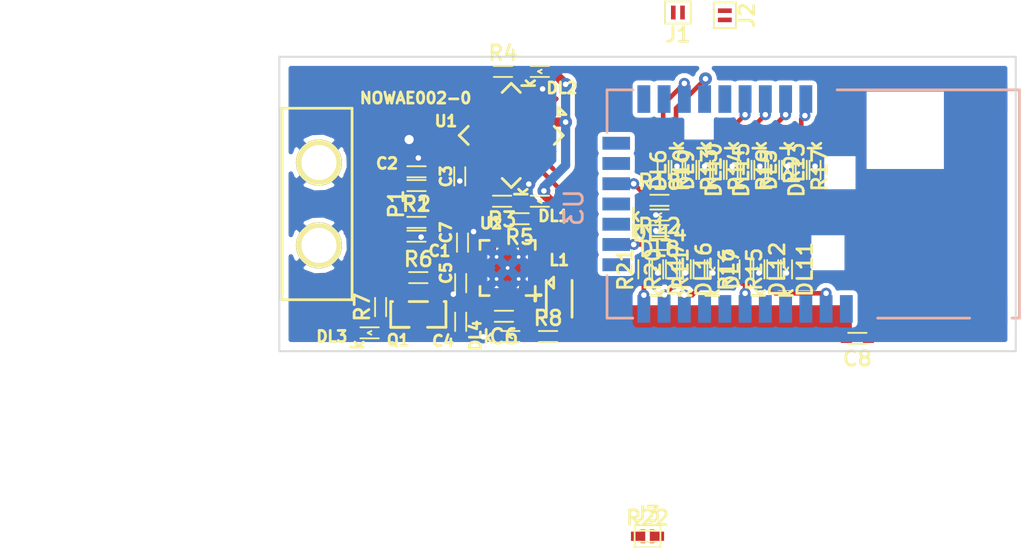
<source format=kicad_pcb>
(kicad_pcb (version 4) (host pcbnew 4.0.7)

  (general
    (links 124)
    (no_connects 21)
    (area -0.050001 -16.050001 40.050001 0.050001)
    (thickness 1.2)
    (drawings 7)
    (tracks 233)
    (zones 0)
    (modules 56)
    (nets 60)
  )

  (page A3)
  (title_block
    (title "USB to UART")
    (date 2017-04-15)
    (rev 0)
    (comment 1 "Nicola Orlandini")
    (comment 2 "Marco Giammarini")
    (comment 3 "Nicola Orlandini")
    (comment 4 2017-04-15)
  )

  (layers
    (0 F.Cu signal)
    (31 B.Cu signal)
    (32 B.Adhes user)
    (33 F.Adhes user)
    (34 B.Paste user)
    (35 F.Paste user)
    (36 B.SilkS user)
    (37 F.SilkS user)
    (38 B.Mask user)
    (39 F.Mask user)
    (40 Dwgs.User user)
    (41 Cmts.User user)
    (42 Eco1.User user)
    (43 Eco2.User user)
    (44 Edge.Cuts user)
    (45 Margin user)
    (46 B.CrtYd user)
    (47 F.CrtYd user)
    (48 B.Fab user)
    (49 F.Fab user)
  )

  (setup
    (last_trace_width 0.25)
    (user_trace_width 0.25)
    (user_trace_width 0.35)
    (user_trace_width 0.5)
    (user_trace_width 0.75)
    (user_trace_width 1)
    (trace_clearance 0.2)
    (zone_clearance 0.254)
    (zone_45_only no)
    (trace_min 0.2)
    (segment_width 0.2)
    (edge_width 0.1)
    (via_size 0.7)
    (via_drill 0.3)
    (via_min_size 0.3)
    (via_min_drill 0.2)
    (user_via 0.6 0.3)
    (user_via 1 0.5)
    (uvia_size 0.7)
    (uvia_drill 0.3)
    (uvias_allowed no)
    (uvia_min_size 0.2)
    (uvia_min_drill 0.1)
    (pcb_text_width 0.3)
    (pcb_text_size 1.5 1.5)
    (mod_edge_width 0.15)
    (mod_text_size 0.6 0.6)
    (mod_text_width 0.15)
    (pad_size 1.5 1.5)
    (pad_drill 0.6)
    (pad_to_mask_clearance 0)
    (aux_axis_origin 0 0)
    (visible_elements FFFFFF7F)
    (pcbplotparams
      (layerselection 0x010f8_80000001)
      (usegerberextensions false)
      (excludeedgelayer true)
      (linewidth 0.100000)
      (plotframeref false)
      (viasonmask false)
      (mode 1)
      (useauxorigin false)
      (hpglpennumber 1)
      (hpglpenspeed 20)
      (hpglpendiameter 15)
      (hpglpenoverlay 2)
      (psnegative false)
      (psa4output false)
      (plotreference true)
      (plotvalue false)
      (plotinvisibletext false)
      (padsonsilk false)
      (subtractmaskfromsilk false)
      (outputformat 1)
      (mirror false)
      (drillshape 0)
      (scaleselection 1)
      (outputdirectory ../../../07-Production/))
  )

  (net 0 "")
  (net 1 "Net-(C1-Pad1)")
  (net 2 GND)
  (net 3 "Net-(C2-Pad1)")
  (net 4 /VCCIO)
  (net 5 "Net-(C4-Pad1)")
  (net 6 "Net-(C4-Pad2)")
  (net 7 "Net-(L1-Pad1)")
  (net 8 +3.3V)
  (net 9 "Net-(R1-Pad2)")
  (net 10 "Net-(R2-Pad1)")
  (net 11 "Net-(DL1-Pad2)")
  (net 12 "Net-(DL2-Pad2)")
  (net 13 /EN_PWR)
  (net 14 +5V)
  (net 15 "Net-(DL3-Pad1)")
  (net 16 "Net-(DL4-Pad1)")
  (net 17 "Net-(U1-Pad12)")
  (net 18 "Net-(C7-Pad1)")
  (net 19 "Net-(U2-Pad4)")
  (net 20 "Net-(DL5-Pad1)")
  (net 21 "Net-(DL6-Pad1)")
  (net 22 "Net-(DL7-Pad1)")
  (net 23 "Net-(DL8-Pad1)")
  (net 24 "Net-(DL9-Pad1)")
  (net 25 "Net-(DL10-Pad1)")
  (net 26 "Net-(DL11-Pad1)")
  (net 27 "Net-(DL12-Pad1)")
  (net 28 "Net-(DL13-Pad1)")
  (net 29 "Net-(DL14-Pad1)")
  (net 30 "Net-(DL15-Pad1)")
  (net 31 "Net-(DL16-Pad1)")
  (net 32 "Net-(DL17-Pad1)")
  (net 33 /UART_RX_IND)
  (net 34 "Net-(R3-Pad2)")
  (net 35 "Net-(R4-Pad1)")
  (net 36 /BATTERY_IND)
  (net 37 /RSSI_IND)
  (net 38 /STATUS1_IND)
  (net 39 /STATUS2_IND)
  (net 40 /LINK_DROP)
  (net 41 /PAIRING_KEY)
  (net 42 /PWM1)
  (net 43 /PWM2)
  (net 44 /ON/OFF)
  (net 45 /P2_4)
  (net 46 /P3_5)
  (net 47 /P1_2)
  (net 48 /P1_3)
  (net 49 /+1.2V)
  (net 50 /+1.55V)
  (net 51 /TX_IND)
  (net 52 /UART_CTS)
  (net 53 /UART_RTS)
  (net 54 /MODE)
  (net 55 "Net-(U3-Pad20)")
  (net 56 /RESET)
  (net 57 "Net-(J3-Pad2)")
  (net 58 /UART_RX)
  (net 59 /UART_TX)

  (net_class Default "Questo è il gruppo di collegamenti predefinito"
    (clearance 0.2)
    (trace_width 0.25)
    (via_dia 0.7)
    (via_drill 0.3)
    (uvia_dia 0.7)
    (uvia_drill 0.3)
    (add_net +3.3V)
    (add_net +5V)
    (add_net /+1.2V)
    (add_net /+1.55V)
    (add_net /BATTERY_IND)
    (add_net /EN_PWR)
    (add_net /LINK_DROP)
    (add_net /MODE)
    (add_net /ON/OFF)
    (add_net /P1_2)
    (add_net /P1_3)
    (add_net /P2_4)
    (add_net /P3_5)
    (add_net /PAIRING_KEY)
    (add_net /PWM1)
    (add_net /PWM2)
    (add_net /RESET)
    (add_net /RSSI_IND)
    (add_net /STATUS1_IND)
    (add_net /STATUS2_IND)
    (add_net /TX_IND)
    (add_net /UART_CTS)
    (add_net /UART_RTS)
    (add_net /UART_RX)
    (add_net /UART_RX_IND)
    (add_net /UART_TX)
    (add_net /VCCIO)
    (add_net GND)
    (add_net "Net-(C1-Pad1)")
    (add_net "Net-(C2-Pad1)")
    (add_net "Net-(C4-Pad1)")
    (add_net "Net-(C4-Pad2)")
    (add_net "Net-(C7-Pad1)")
    (add_net "Net-(DL1-Pad2)")
    (add_net "Net-(DL10-Pad1)")
    (add_net "Net-(DL11-Pad1)")
    (add_net "Net-(DL12-Pad1)")
    (add_net "Net-(DL13-Pad1)")
    (add_net "Net-(DL14-Pad1)")
    (add_net "Net-(DL15-Pad1)")
    (add_net "Net-(DL16-Pad1)")
    (add_net "Net-(DL17-Pad1)")
    (add_net "Net-(DL2-Pad2)")
    (add_net "Net-(DL3-Pad1)")
    (add_net "Net-(DL4-Pad1)")
    (add_net "Net-(DL5-Pad1)")
    (add_net "Net-(DL6-Pad1)")
    (add_net "Net-(DL7-Pad1)")
    (add_net "Net-(DL8-Pad1)")
    (add_net "Net-(DL9-Pad1)")
    (add_net "Net-(J3-Pad2)")
    (add_net "Net-(L1-Pad1)")
    (add_net "Net-(R1-Pad2)")
    (add_net "Net-(R2-Pad1)")
    (add_net "Net-(R3-Pad2)")
    (add_net "Net-(R4-Pad1)")
    (add_net "Net-(U1-Pad12)")
    (add_net "Net-(U2-Pad4)")
    (add_net "Net-(U3-Pad20)")
  )

  (module WIFI:RN4870U (layer B.Cu) (tedit 58EE240C) (tstamp 5901D818)
    (at 29 -8 90)
    (path /58BF565E)
    (fp_text reference U3 (at -0.2 -13 90) (layer B.SilkS)
      (effects (font (size 1 1) (thickness 0.15)) (justify mirror))
    )
    (fp_text value RN4870 (at 0 -14.5 90) (layer B.Fab) hide
      (effects (font (size 1 1) (thickness 0.15)) (justify mirror))
    )
    (fp_line (start -3.6 -11) (end -6 -11) (layer B.Fab) (width 0.15))
    (fp_line (start -2.5 -11) (end -3 -11) (layer B.Fab) (width 0.15))
    (fp_line (start -1.4 -11) (end -1.9 -11) (layer B.Fab) (width 0.15))
    (fp_line (start -0.3 -11) (end -0.8 -11) (layer B.Fab) (width 0.15))
    (fp_line (start 0.8 -11) (end 0.3 -11) (layer B.Fab) (width 0.15))
    (fp_line (start 1.9 -11) (end 1.4 -11) (layer B.Fab) (width 0.15))
    (fp_line (start 3 -11) (end 2.5 -11) (layer B.Fab) (width 0.15))
    (fp_line (start 6 -11) (end 3.6 -11) (layer B.Fab) (width 0.15))
    (fp_line (start 6 -9.5) (end 6 -11) (layer B.Fab) (width 0.15))
    (fp_line (start 6 -8.4) (end 6 -8.9) (layer B.Fab) (width 0.15))
    (fp_line (start 6 -7.3) (end 6 -7.8) (layer B.Fab) (width 0.15))
    (fp_line (start 6 -6.2) (end 6 -6.7) (layer B.Fab) (width 0.15))
    (fp_line (start 6 -5.1) (end 6 -5.6) (layer B.Fab) (width 0.15))
    (fp_line (start 6 -4) (end 6 -4.5) (layer B.Fab) (width 0.15))
    (fp_line (start 6 -2.9) (end 6 -3.4) (layer B.Fab) (width 0.15))
    (fp_line (start 6 -1.8) (end 6 -2.3) (layer B.Fab) (width 0.15))
    (fp_line (start 6 -0.7) (end 6 -1.2) (layer B.Fab) (width 0.15))
    (fp_line (start 6 0.4) (end 6 -0.1) (layer B.Fab) (width 0.15))
    (fp_line (start 6 11) (end 6 1) (layer B.Fab) (width 0.15))
    (fp_line (start -6 10.5) (end -6 11) (layer B.Fab) (width 0.15))
    (fp_line (start -6 9.9) (end -6 9.4) (layer B.Fab) (width 0.15))
    (fp_line (start -6 3.2) (end -6 8.8) (layer B.Fab) (width 0.15))
    (fp_line (start -6 2.1) (end -6 2.6) (layer B.Fab) (width 0.15))
    (fp_line (start -6 1) (end -6 1.5) (layer B.Fab) (width 0.15))
    (fp_line (start -6 -0.1) (end -6 0.4) (layer B.Fab) (width 0.15))
    (fp_line (start -6 -1.2) (end -6 -0.7) (layer B.Fab) (width 0.15))
    (fp_line (start -6 -2.3) (end -6 -1.8) (layer B.Fab) (width 0.15))
    (fp_line (start -6 -3.4) (end -6 -2.9) (layer B.Fab) (width 0.15))
    (fp_line (start -6 -4.5) (end -6 -4) (layer B.Fab) (width 0.15))
    (fp_line (start -6 -5.6) (end -6 -5.1) (layer B.Fab) (width 0.15))
    (fp_line (start -6 -6.7) (end -6 -6.2) (layer B.Fab) (width 0.15))
    (fp_line (start -6 -7.8) (end -6 -7.3) (layer B.Fab) (width 0.15))
    (fp_line (start -6 -8.9) (end -6 -8.4) (layer B.Fab) (width 0.15))
    (fp_line (start -6 -11) (end -6 -9.5) (layer B.Fab) (width 0.15))
    (fp_line (start -2.5 -10) (end -2.5 -11) (layer B.Fab) (width 0.15))
    (fp_line (start -1.9 -10) (end -2.5 -10) (layer B.Fab) (width 0.15))
    (fp_line (start -1.9 -11) (end -1.9 -10) (layer B.Fab) (width 0.15))
    (fp_line (start -1.4 -10) (end -1.4 -11) (layer B.Fab) (width 0.15))
    (fp_line (start -0.8 -10) (end -1.4 -10) (layer B.Fab) (width 0.15))
    (fp_line (start -0.8 -11) (end -0.8 -10) (layer B.Fab) (width 0.15))
    (fp_line (start -0.3 -10) (end -0.3 -11) (layer B.Fab) (width 0.15))
    (fp_line (start 0.3 -10) (end -0.3 -10) (layer B.Fab) (width 0.15))
    (fp_line (start 0.3 -11) (end 0.3 -10) (layer B.Fab) (width 0.15))
    (fp_line (start 0.8 -10) (end 0.8 -11) (layer B.Fab) (width 0.15))
    (fp_line (start 1.4 -10) (end 0.8 -10) (layer B.Fab) (width 0.15))
    (fp_line (start 1.4 -11) (end 1.4 -10) (layer B.Fab) (width 0.15))
    (fp_line (start 1.9 -10) (end 1.9 -11) (layer B.Fab) (width 0.15))
    (fp_line (start 2.5 -10) (end 1.9 -10) (layer B.Fab) (width 0.15))
    (fp_line (start 2.5 -11) (end 2.5 -10) (layer B.Fab) (width 0.15))
    (fp_line (start 3.6 -10) (end 3.6 -11) (layer B.Fab) (width 0.15))
    (fp_line (start 3 -10) (end 3.6 -10) (layer B.Fab) (width 0.15))
    (fp_line (start 3 -11) (end 3 -10) (layer B.Fab) (width 0.15))
    (fp_line (start 5 -9.5) (end 5 -8.9) (layer B.Fab) (width 0.15))
    (fp_line (start 6 -9.5) (end 5 -9.5) (layer B.Fab) (width 0.15))
    (fp_line (start 6 -8.9) (end 5 -8.9) (layer B.Fab) (width 0.15))
    (fp_line (start 5 -8.4) (end 6 -8.4) (layer B.Fab) (width 0.15))
    (fp_line (start 5 -7.8) (end 5 -8.4) (layer B.Fab) (width 0.15))
    (fp_line (start 6 -7.8) (end 5 -7.8) (layer B.Fab) (width 0.15))
    (fp_line (start 5 -7.3) (end 6 -7.3) (layer B.Fab) (width 0.15))
    (fp_line (start 5 -6.7) (end 5 -7.3) (layer B.Fab) (width 0.15))
    (fp_line (start 6 -6.7) (end 5 -6.7) (layer B.Fab) (width 0.15))
    (fp_line (start 5 -6.2) (end 6 -6.2) (layer B.Fab) (width 0.15))
    (fp_line (start 5 -5.6) (end 5 -6.2) (layer B.Fab) (width 0.15))
    (fp_line (start 6 -5.6) (end 5 -5.6) (layer B.Fab) (width 0.15))
    (fp_line (start 5 -5.1) (end 6 -5.1) (layer B.Fab) (width 0.15))
    (fp_line (start 5 -4.5) (end 5 -5.1) (layer B.Fab) (width 0.15))
    (fp_line (start 6 -4.5) (end 5 -4.5) (layer B.Fab) (width 0.15))
    (fp_line (start 5 -4) (end 6 -4) (layer B.Fab) (width 0.15))
    (fp_line (start 5 -3.4) (end 5 -4) (layer B.Fab) (width 0.15))
    (fp_line (start 6 -3.4) (end 5 -3.4) (layer B.Fab) (width 0.15))
    (fp_line (start 5 -2.9) (end 6 -2.9) (layer B.Fab) (width 0.15))
    (fp_line (start 5 -2.3) (end 5 -2.9) (layer B.Fab) (width 0.15))
    (fp_line (start 6 -2.3) (end 5 -2.3) (layer B.Fab) (width 0.15))
    (fp_line (start 5 -1.8) (end 6 -1.8) (layer B.Fab) (width 0.15))
    (fp_line (start 5 -1.2) (end 5 -1.8) (layer B.Fab) (width 0.15))
    (fp_line (start 6 -1.2) (end 5 -1.2) (layer B.Fab) (width 0.15))
    (fp_line (start 5 -0.7) (end 6 -0.7) (layer B.Fab) (width 0.15))
    (fp_line (start 5 -0.1) (end 5 -0.7) (layer B.Fab) (width 0.15))
    (fp_line (start 6 -0.1) (end 5 -0.1) (layer B.Fab) (width 0.15))
    (fp_line (start 5 0.4) (end 6 0.4) (layer B.Fab) (width 0.15))
    (fp_line (start 5 1) (end 5 0.4) (layer B.Fab) (width 0.15))
    (fp_line (start 6 1) (end 5 1) (layer B.Fab) (width 0.15))
    (fp_arc (start 6 -9.2) (end 6 -9.5) (angle -180) (layer B.Fab) (width 0.15))
    (fp_arc (start -3.3 -11) (end -3.6 -11) (angle -180) (layer B.Fab) (width 0.15))
    (fp_line (start -3.6 -11) (end -3.6 -10) (layer B.Fab) (width 0.15))
    (fp_line (start -3.6 -10) (end -3 -10) (layer B.Fab) (width 0.15))
    (fp_line (start -3 -10) (end -3 -11) (layer B.Fab) (width 0.15))
    (fp_line (start -6 -9.5) (end -5 -9.5) (layer B.Fab) (width 0.15))
    (fp_line (start -5 -9.5) (end -5 -8.9) (layer B.Fab) (width 0.15))
    (fp_line (start -5 -8.9) (end -6 -8.9) (layer B.Fab) (width 0.15))
    (fp_line (start -6 -7.8) (end -5 -7.8) (layer B.Fab) (width 0.15))
    (fp_line (start -5 -7.8) (end -5 -8.4) (layer B.Fab) (width 0.15))
    (fp_line (start -5 -8.4) (end -6 -8.4) (layer B.Fab) (width 0.15))
    (fp_line (start -6 -6.7) (end -5 -6.7) (layer B.Fab) (width 0.15))
    (fp_line (start -5 -6.7) (end -5 -7.3) (layer B.Fab) (width 0.15))
    (fp_line (start -5 -7.3) (end -6 -7.3) (layer B.Fab) (width 0.15))
    (fp_line (start -6 -5.6) (end -5 -5.6) (layer B.Fab) (width 0.15))
    (fp_line (start -5 -5.6) (end -5 -6.2) (layer B.Fab) (width 0.15))
    (fp_line (start -5 -6.2) (end -6 -6.2) (layer B.Fab) (width 0.15))
    (fp_line (start -6 -4.5) (end -5 -4.5) (layer B.Fab) (width 0.15))
    (fp_line (start -5 -4.5) (end -5 -5.1) (layer B.Fab) (width 0.15))
    (fp_line (start -5 -5.1) (end -6 -5.1) (layer B.Fab) (width 0.15))
    (fp_line (start -6 -3.4) (end -5 -3.4) (layer B.Fab) (width 0.15))
    (fp_line (start -5 -3.4) (end -5 -4) (layer B.Fab) (width 0.15))
    (fp_line (start -5 -4) (end -6 -4) (layer B.Fab) (width 0.15))
    (fp_line (start -6 -2.3) (end -5 -2.3) (layer B.Fab) (width 0.15))
    (fp_line (start -5 -2.3) (end -5 -2.9) (layer B.Fab) (width 0.15))
    (fp_line (start -5 -2.9) (end -6 -2.9) (layer B.Fab) (width 0.15))
    (fp_line (start -5 -1.2) (end -5 -1.8) (layer B.Fab) (width 0.15))
    (fp_line (start -5 -1.8) (end -6 -1.8) (layer B.Fab) (width 0.15))
    (fp_line (start -5.1 -1.2) (end -5 -1.2) (layer B.Fab) (width 0.15))
    (fp_line (start -6 -1.2) (end -5.1 -1.2) (layer B.Fab) (width 0.15))
    (fp_line (start -5 -0.7) (end -6 -0.7) (layer B.Fab) (width 0.15))
    (fp_line (start -5 -0.1) (end -5 -0.7) (layer B.Fab) (width 0.15))
    (fp_line (start -6 -0.1) (end -5 -0.1) (layer B.Fab) (width 0.15))
    (fp_line (start -5 0.4) (end -6 0.4) (layer B.Fab) (width 0.15))
    (fp_line (start -5 1) (end -5 0.4) (layer B.Fab) (width 0.15))
    (fp_line (start -6 1) (end -5 1) (layer B.Fab) (width 0.15))
    (fp_line (start -5 1.5) (end -6 1.5) (layer B.Fab) (width 0.15))
    (fp_line (start -5 2.1) (end -5 1.5) (layer B.Fab) (width 0.15))
    (fp_line (start -6 2.1) (end -5 2.1) (layer B.Fab) (width 0.15))
    (fp_line (start -5 2.6) (end -6 2.6) (layer B.Fab) (width 0.15))
    (fp_line (start -5 3.2) (end -5 2.6) (layer B.Fab) (width 0.15))
    (fp_line (start -6 3.2) (end -5 3.2) (layer B.Fab) (width 0.15))
    (fp_line (start -5 8.8) (end -6 8.8) (layer B.Fab) (width 0.15))
    (fp_line (start -5 9.4) (end -5 8.8) (layer B.Fab) (width 0.15))
    (fp_line (start -6 9.4) (end -5 9.4) (layer B.Fab) (width 0.15))
    (fp_arc (start -6 10.2) (end -6 10.5) (angle -180) (layer B.Fab) (width 0.15))
    (fp_line (start -5 9.9) (end -6 9.9) (layer B.Fab) (width 0.15))
    (fp_line (start -5 10.5) (end -5 9.9) (layer B.Fab) (width 0.15))
    (fp_line (start -6 10.5) (end -5 10.5) (layer B.Fab) (width 0.15))
    (fp_line (start 6.6 -11.8) (end 6.6 11.4) (layer B.CrtYd) (width 0.15))
    (fp_line (start -6.6 -11.8) (end 6.6 -11.8) (layer B.CrtYd) (width 0.15))
    (fp_line (start -6.6 11.4) (end -6.6 -11.8) (layer B.CrtYd) (width 0.15))
    (fp_line (start -6.6 11.4) (end 6.6 11.4) (layer B.CrtYd) (width 0.15))
    (fp_line (start -6.2 10.8) (end -6.2 11.2) (layer B.SilkS) (width 0.15))
    (fp_line (start -6.2 3.5) (end -6.2 8.5) (layer B.SilkS) (width 0.15))
    (fp_line (start -6.2 -11.2) (end -6.2 -9.8) (layer B.SilkS) (width 0.15))
    (fp_line (start -3.9 -11.2) (end -6.2 -11.2) (layer B.SilkS) (width 0.15))
    (fp_line (start 6.2 -11.2) (end 3.9 -11.2) (layer B.SilkS) (width 0.15))
    (fp_line (start 6.2 -9.8) (end 6.2 -11.2) (layer B.SilkS) (width 0.15))
    (fp_line (start 6.2 11.2) (end 6.2 1.3) (layer B.SilkS) (width 0.15))
    (fp_line (start -6.2 11.2) (end 6.2 11.2) (layer B.SilkS) (width 0.15))
    (fp_text user %R (at 0 0 90) (layer B.Fab)
      (effects (font (size 1 1) (thickness 0.15)) (justify mirror))
    )
    (fp_line (start 3.6 -6.9) (end 3.6 -5.5) (layer B.Fab) (width 0.15))
    (fp_line (start 5 -6.9) (end 3.6 -6.9) (layer B.Fab) (width 0.15))
    (fp_line (start 5 -5.5) (end 5 -6.9) (layer B.Fab) (width 0.15))
    (fp_line (start 3.6 -5.5) (end 5 -5.5) (layer B.Fab) (width 0.15))
    (fp_line (start 0.9 2.2) (end 0.9 0.7) (layer B.Fab) (width 0.15))
    (fp_line (start 2.5 2.2) (end 0.9 2.2) (layer B.Fab) (width 0.15))
    (fp_line (start 2.5 0.7) (end 2.5 2.2) (layer B.Fab) (width 0.15))
    (fp_line (start 0.9 0.7) (end 2.5 0.7) (layer B.Fab) (width 0.15))
    (fp_line (start -3.5 0) (end -3.5 1.6) (layer B.Fab) (width 0.15))
    (fp_line (start -1.8 0) (end -3.5 0) (layer B.Fab) (width 0.15))
    (fp_line (start -1.8 1.6) (end -1.8 0) (layer B.Fab) (width 0.15))
    (fp_line (start -3.5 1.6) (end -1.8 1.6) (layer B.Fab) (width 0.15))
    (fp_line (start 2 3) (end 6 3) (layer B.Fab) (width 0.15))
    (fp_line (start 2 3) (end 2 7) (layer B.Fab) (width 0.15))
    (fp_line (start -6 7) (end 6 7) (layer B.Fab) (width 0.15))
    (fp_line (start -6 11) (end 6 11) (layer B.Fab) (width 0.15))
    (fp_arc (start -6 9.1) (end -6 9.4) (angle -180) (layer B.Fab) (width 0.15))
    (fp_arc (start -6 2.9) (end -6 3.2) (angle -180) (layer B.Fab) (width 0.15))
    (fp_arc (start -6 1.8) (end -6 2.1) (angle -180) (layer B.Fab) (width 0.15))
    (fp_arc (start -6 0.7) (end -6 1) (angle -180) (layer B.Fab) (width 0.15))
    (fp_arc (start -6 -0.4) (end -6 -0.1) (angle -180) (layer B.Fab) (width 0.15))
    (fp_arc (start -6 -1.5) (end -6 -1.2) (angle -180) (layer B.Fab) (width 0.15))
    (fp_arc (start -6 -2.6) (end -6 -2.3) (angle -180) (layer B.Fab) (width 0.15))
    (fp_arc (start -6 -3.7) (end -6 -3.4) (angle -180) (layer B.Fab) (width 0.15))
    (fp_arc (start -6 -4.8) (end -6 -4.5) (angle -180) (layer B.Fab) (width 0.15))
    (fp_arc (start -6 -5.9) (end -6 -5.6) (angle -180) (layer B.Fab) (width 0.15))
    (fp_arc (start -6 -7) (end -6 -6.7) (angle -180) (layer B.Fab) (width 0.15))
    (fp_arc (start -6 -8.1) (end -6 -7.8) (angle -180) (layer B.Fab) (width 0.15))
    (fp_arc (start -6 -9.2) (end -6 -8.9) (angle -180) (layer B.Fab) (width 0.15))
    (fp_arc (start -2.2 -11) (end -2.5 -11) (angle -180) (layer B.Fab) (width 0.15))
    (fp_arc (start -1.1 -11) (end -1.4 -11) (angle -180) (layer B.Fab) (width 0.15))
    (fp_arc (start 0 -11) (end -0.3 -11) (angle -180) (layer B.Fab) (width 0.15))
    (fp_arc (start 1.1 -11) (end 0.8 -11) (angle -180) (layer B.Fab) (width 0.15))
    (fp_arc (start 2.2 -11) (end 1.9 -11) (angle -180) (layer B.Fab) (width 0.15))
    (fp_arc (start 3.3 -11) (end 3 -11) (angle -180) (layer B.Fab) (width 0.15))
    (fp_arc (start 6 -8.1) (end 6 -8.4) (angle -180) (layer B.Fab) (width 0.15))
    (fp_arc (start 6 -7) (end 6 -7.3) (angle -180) (layer B.Fab) (width 0.15))
    (fp_arc (start 6 -5.9) (end 6 -6.2) (angle -180) (layer B.Fab) (width 0.15))
    (fp_arc (start 6 -4.8) (end 6 -5.1) (angle -180) (layer B.Fab) (width 0.15))
    (fp_arc (start 6 -3.7) (end 6 -4) (angle -180) (layer B.Fab) (width 0.15))
    (fp_arc (start 6 -2.6) (end 6 -2.9) (angle -180) (layer B.Fab) (width 0.15))
    (fp_arc (start 6 -1.5) (end 6 -1.8) (angle -180) (layer B.Fab) (width 0.15))
    (fp_arc (start 6 -0.4) (end 6 -0.7) (angle -180) (layer B.Fab) (width 0.15))
    (fp_arc (start 6 0.7) (end 6 0.4) (angle -180) (layer B.Fab) (width 0.15))
    (pad 1 smd rect (at -5.7 10.2 90) (size 1.5 0.7) (layers B.Cu B.Paste B.Mask)
      (net 2 GND))
    (pad 2 smd rect (at -5.7 9.1 90) (size 1.5 0.7) (layers B.Cu B.Paste B.Mask)
      (net 2 GND))
    (pad 3 smd rect (at -5.7 2.9 90) (size 1.5 0.7) (layers B.Cu B.Paste B.Mask)
      (net 2 GND))
    (pad 4 smd rect (at -5.7 1.8 90) (size 1.5 0.7) (layers B.Cu B.Paste B.Mask)
      (net 8 +3.3V))
    (pad 5 smd rect (at -5.7 0.7 90) (size 1.5 0.7) (layers B.Cu B.Paste B.Mask)
      (net 42 /PWM1))
    (pad 6 smd rect (at -5.7 -0.4 90) (size 1.5 0.7) (layers B.Cu B.Paste B.Mask)
      (net 8 +3.3V))
    (pad 7 smd rect (at -5.7 -1.5 90) (size 1.5 0.7) (layers B.Cu B.Paste B.Mask)
      (net 8 +3.3V))
    (pad 8 smd rect (at -5.7 -2.6 90) (size 1.5 0.7) (layers B.Cu B.Paste B.Mask)
      (net 49 /+1.2V))
    (pad 9 smd rect (at -5.7 -3.7 90) (size 1.5 0.7) (layers B.Cu B.Paste B.Mask)
      (net 43 /PWM2))
    (pad 10 smd rect (at -5.7 -4.8 90) (size 1.5 0.7) (layers B.Cu B.Paste B.Mask)
      (net 50 /+1.55V))
    (pad 11 smd rect (at -5.7 -5.9 90) (size 1.5 0.7) (layers B.Cu B.Paste B.Mask)
      (net 51 /TX_IND))
    (pad 12 smd rect (at -5.7 -7 90) (size 1.5 0.7) (layers B.Cu B.Paste B.Mask)
      (net 38 /STATUS1_IND))
    (pad 13 smd rect (at -5.7 -8.1 90) (size 1.5 0.7) (layers B.Cu B.Paste B.Mask)
      (net 47 /P1_2))
    (pad 14 smd rect (at -5.7 -9.2 90) (size 1.5 0.7) (layers B.Cu B.Paste B.Mask)
      (net 48 /P1_3))
    (pad 15 smd rect (at -3.3 -10.7 90) (size 0.7 1.5) (layers B.Cu B.Paste B.Mask)
      (net 52 /UART_CTS))
    (pad 16 smd rect (at -2.2 -10.7 90) (size 0.7 1.5) (layers B.Cu B.Paste B.Mask)
      (net 39 /STATUS2_IND))
    (pad 17 smd rect (at -1.1 -10.7 90) (size 0.7 1.5) (layers B.Cu B.Paste B.Mask)
      (net 53 /UART_RTS))
    (pad 18 smd rect (at 0 -10.7 90) (size 0.7 1.5) (layers B.Cu B.Paste B.Mask)
      (net 54 /MODE))
    (pad 19 smd rect (at 1.1 -10.7 90) (size 0.7 1.5) (layers B.Cu B.Paste B.Mask)
      (net 45 /P2_4))
    (pad 20 smd rect (at 2.2 -10.7 90) (size 0.7 1.5) (layers B.Cu B.Paste B.Mask)
      (net 55 "Net-(U3-Pad20)"))
    (pad 21 smd rect (at 3.3 -10.7 90) (size 0.7 1.5) (layers B.Cu B.Paste B.Mask)
      (net 56 /RESET))
    (pad 22 smd rect (at 5.7 -9.2 90) (size 1.5 0.7) (layers B.Cu B.Paste B.Mask)
      (net 59 /UART_TX))
    (pad 23 smd rect (at 5.7 -8.1 90) (size 1.5 0.7) (layers B.Cu B.Paste B.Mask)
      (net 58 /UART_RX))
    (pad 24 smd rect (at 5.7 -7 90) (size 1.5 0.7) (layers B.Cu B.Paste B.Mask)
      (net 37 /RSSI_IND))
    (pad 25 smd rect (at 5.7 -5.9 90) (size 1.5 0.7) (layers B.Cu B.Paste B.Mask)
      (net 40 /LINK_DROP))
    (pad 26 smd rect (at 5.7 -4.8 90) (size 1.5 0.7) (layers B.Cu B.Paste B.Mask)
      (net 33 /UART_RX_IND))
    (pad 27 smd rect (at 5.7 -3.7 90) (size 1.5 0.7) (layers B.Cu B.Paste B.Mask)
      (net 41 /PAIRING_KEY))
    (pad 28 smd rect (at 5.7 -2.6 90) (size 1.5 0.7) (layers B.Cu B.Paste B.Mask)
      (net 46 /P3_5))
    (pad 29 smd rect (at 5.7 -1.5 90) (size 1.5 0.7) (layers B.Cu B.Paste B.Mask)
      (net 36 /BATTERY_IND))
    (pad 30 smd rect (at 5.7 -0.4 90) (size 1.5 0.7) (layers B.Cu B.Paste B.Mask)
      (net 44 /ON/OFF))
    (pad 31 smd rect (at 5.7 0.7 90) (size 1.5 0.7) (layers B.Cu B.Paste B.Mask)
      (net 2 GND))
    (pad 32 smd rect (at 5.7 9.1 90) (size 1.5 0.7) (layers B.Cu B.Paste B.Mask)
      (net 2 GND))
    (pad 33 smd rect (at 5.7 10.2 90) (size 1.5 0.7) (layers B.Cu B.Paste B.Mask)
      (net 2 GND))
  )

  (module LEDs:LED-0402 (layer F.Cu) (tedit 58BBE42D) (tstamp 58B8870D)
    (at 12.55 -0.8 180)
    (descr "SMD 0402")
    (tags "0402 SM0402")
    (path /58A07AAE)
    (attr smd)
    (fp_text reference DL4 (at 1.9 0.05 450) (layer F.SilkS)
      (effects (font (size 0.6 0.6) (thickness 0.15)))
    )
    (fp_text value BLUE (at 0 1.1 180) (layer F.Fab) hide
      (effects (font (size 0.8 0.8) (thickness 0.15)))
    )
    (fp_line (start 1.6 0.5) (end -1.1 0.5) (layer F.CrtYd) (width 0.05))
    (fp_line (start -1.1 -0.5) (end 1.6 -0.5) (layer F.CrtYd) (width 0.05))
    (fp_text user k (at 1.2 0 180) (layer F.SilkS)
      (effects (font (size 0.7 0.7) (thickness 0.15)))
    )
    (fp_line (start -0.1 -0.1) (end 0.1 0) (layer F.SilkS) (width 0.1))
    (fp_line (start 0.1 0) (end -0.1 0.1) (layer F.SilkS) (width 0.1))
    (fp_line (start 0.1 -0.1) (end 0.1 0.1) (layer F.Fab) (width 0.1))
    (fp_line (start -0.1 -0.1) (end 0.1 0) (layer F.Fab) (width 0.1))
    (fp_line (start 0.1 0) (end -0.1 0.1) (layer F.Fab) (width 0.1))
    (fp_line (start -0.1 0.1) (end -0.1 -0.1) (layer F.Fab) (width 0.1))
    (fp_line (start -0.5 0.3) (end 0.5 0.3) (layer F.SilkS) (width 0.1))
    (fp_line (start -0.5 -0.3) (end 0.5 -0.3) (layer F.SilkS) (width 0.1))
    (fp_line (start 0.3 -0.25) (end 0.3 0.25) (layer F.Fab) (width 0.1))
    (fp_line (start -0.3 -0.25) (end -0.3 0.25) (layer F.Fab) (width 0.1))
    (fp_line (start -0.5 0.25) (end -0.5 -0.25) (layer F.Fab) (width 0.1))
    (fp_line (start -0.5 -0.25) (end 0.5 -0.25) (layer F.Fab) (width 0.1))
    (fp_line (start 0.5 -0.25) (end 0.5 0.25) (layer F.Fab) (width 0.1))
    (fp_line (start 0.5 0.25) (end -0.5 0.25) (layer F.Fab) (width 0.1))
    (fp_line (start 1.6 -0.5) (end 1.6 0.5) (layer F.CrtYd) (width 0.05))
    (fp_line (start -1.1 0.5) (end -1.1 -0.5) (layer F.CrtYd) (width 0.05))
    (pad 1 smd rect (at -0.6 0 180) (size 0.6 0.5) (layers F.Cu F.Paste F.Mask)
      (net 16 "Net-(DL4-Pad1)"))
    (pad 2 smd rect (at 0.6 0 180) (size 0.6 0.5) (layers F.Cu F.Paste F.Mask)
      (net 2 GND))
    (model ${KINOWAEMOD}/packages3d/walter/LEDs/led_0603.wrl
      (at (xyz 0 0 0))
      (scale (xyz 0.666667 0.666667 0.666667))
      (rotate (xyz 0 0 0))
    )
  )

  (module CAPACITOR:CAPACITOR-0402 (layer F.Cu) (tedit 58BBE4AC) (tstamp 58B200B5)
    (at 7.45 -6.25)
    (descr "CAP SMD 0402")
    (tags "0402 SM0402")
    (path /589DC176)
    (attr smd)
    (fp_text reference C1 (at 1.25 0.8) (layer F.SilkS)
      (effects (font (size 0.6 0.6) (thickness 0.15)))
    )
    (fp_text value 47pF (at 0 1.1) (layer F.Fab) hide
      (effects (font (size 0.8 0.8) (thickness 0.15)))
    )
    (fp_line (start -0.5 0.3) (end 0.5 0.3) (layer F.SilkS) (width 0.1))
    (fp_line (start -0.5 -0.3) (end 0.5 -0.3) (layer F.SilkS) (width 0.1))
    (fp_line (start 0.3 -0.25) (end 0.3 0.25) (layer F.Fab) (width 0.1))
    (fp_line (start -0.3 -0.25) (end -0.3 0.25) (layer F.Fab) (width 0.1))
    (fp_line (start -0.5 0.25) (end -0.5 -0.25) (layer F.Fab) (width 0.1))
    (fp_line (start -0.5 -0.25) (end 0.5 -0.25) (layer F.Fab) (width 0.1))
    (fp_line (start 0.5 -0.25) (end 0.5 0.25) (layer F.Fab) (width 0.1))
    (fp_line (start 0.5 0.25) (end -0.5 0.25) (layer F.Fab) (width 0.1))
    (fp_line (start -1.1 -0.5) (end 1.1 -0.5) (layer F.CrtYd) (width 0.05))
    (fp_line (start 1.1 -0.5) (end 1.1 0.5) (layer F.CrtYd) (width 0.05))
    (fp_line (start 1.1 0.5) (end -1.1 0.5) (layer F.CrtYd) (width 0.05))
    (fp_line (start -1.1 0.5) (end -1.1 -0.5) (layer F.CrtYd) (width 0.05))
    (pad 1 smd rect (at -0.6 0) (size 0.6 0.5) (layers F.Cu F.Paste F.Mask)
      (net 1 "Net-(C1-Pad1)"))
    (pad 2 smd rect (at 0.6 0) (size 0.6 0.5) (layers F.Cu F.Paste F.Mask)
      (net 2 GND))
    (model ${KINOWAEMOD}/packages3d/walter/capacitor/c_0402.wrl
      (at (xyz 0 0 0))
      (scale (xyz 1 1 1))
      (rotate (xyz 0 0 0))
    )
  )

  (module CAPACITOR:CAPACITOR-0402 (layer F.Cu) (tedit 58BBE3A9) (tstamp 58B200BB)
    (at 7.45 -9.75)
    (descr "CAP SMD 0402")
    (tags "0402 SM0402")
    (path /589DC137)
    (attr smd)
    (fp_text reference C2 (at -1.6 -0.45) (layer F.SilkS)
      (effects (font (size 0.6 0.6) (thickness 0.15)))
    )
    (fp_text value 47pF (at 0 1.1) (layer F.Fab) hide
      (effects (font (size 0.8 0.8) (thickness 0.15)))
    )
    (fp_line (start -0.5 0.3) (end 0.5 0.3) (layer F.SilkS) (width 0.1))
    (fp_line (start -0.5 -0.3) (end 0.5 -0.3) (layer F.SilkS) (width 0.1))
    (fp_line (start 0.3 -0.25) (end 0.3 0.25) (layer F.Fab) (width 0.1))
    (fp_line (start -0.3 -0.25) (end -0.3 0.25) (layer F.Fab) (width 0.1))
    (fp_line (start -0.5 0.25) (end -0.5 -0.25) (layer F.Fab) (width 0.1))
    (fp_line (start -0.5 -0.25) (end 0.5 -0.25) (layer F.Fab) (width 0.1))
    (fp_line (start 0.5 -0.25) (end 0.5 0.25) (layer F.Fab) (width 0.1))
    (fp_line (start 0.5 0.25) (end -0.5 0.25) (layer F.Fab) (width 0.1))
    (fp_line (start -1.1 -0.5) (end 1.1 -0.5) (layer F.CrtYd) (width 0.05))
    (fp_line (start 1.1 -0.5) (end 1.1 0.5) (layer F.CrtYd) (width 0.05))
    (fp_line (start 1.1 0.5) (end -1.1 0.5) (layer F.CrtYd) (width 0.05))
    (fp_line (start -1.1 0.5) (end -1.1 -0.5) (layer F.CrtYd) (width 0.05))
    (pad 1 smd rect (at -0.6 0) (size 0.6 0.5) (layers F.Cu F.Paste F.Mask)
      (net 3 "Net-(C2-Pad1)"))
    (pad 2 smd rect (at 0.6 0) (size 0.6 0.5) (layers F.Cu F.Paste F.Mask)
      (net 2 GND))
    (model ${KINOWAEMOD}/packages3d/walter/capacitor/c_0402.wrl
      (at (xyz 0 0 0))
      (scale (xyz 1 1 1))
      (rotate (xyz 0 0 0))
    )
  )

  (module SOT:SOT23-3 (layer F.Cu) (tedit 58BBE558) (tstamp 58B200D4)
    (at 7.55 -2 180)
    (descr "SOT-23, Standard")
    (tags "SOT23 SOT-23")
    (path /58BF1BB5)
    (attr smd)
    (fp_text reference Q1 (at 1.1 -1.4 360) (layer F.SilkS)
      (effects (font (size 0.6 0.6) (thickness 0.15)))
    )
    (fp_text value IRLML6402 (at 0 2.3 180) (layer F.Fab) hide
      (effects (font (size 0.8 0.8) (thickness 0.15)))
    )
    (fp_line (start 0.7 0.7) (end 0.7 1.3) (layer F.Fab) (width 0.05))
    (fp_line (start 0.7 1.3) (end 1.2 1.3) (layer F.Fab) (width 0.05))
    (fp_line (start 1.2 1.3) (end 1.2 0.7) (layer F.Fab) (width 0.05))
    (fp_line (start 0.25 -0.7) (end 0.25 -1.3) (layer F.Fab) (width 0.05))
    (fp_line (start -0.25 -1.3) (end 0.25 -1.3) (layer F.Fab) (width 0.05))
    (fp_line (start -0.25 -1.3) (end -0.25 -0.7) (layer F.Fab) (width 0.05))
    (fp_line (start -1.2 0.7) (end -1.2 1.3) (layer F.Fab) (width 0.05))
    (fp_line (start -1.2 1.3) (end -0.7 1.3) (layer F.Fab) (width 0.05))
    (fp_line (start -0.7 1.3) (end -0.7 0.7) (layer F.Fab) (width 0.05))
    (fp_line (start 0.5 -0.7) (end 1.5 -0.7) (layer F.SilkS) (width 0.15))
    (fp_line (start 1.5 0.7) (end 1.4 0.7) (layer F.SilkS) (width 0.15))
    (fp_line (start -1.5 0.7) (end -1.4 0.7) (layer F.SilkS) (width 0.15))
    (fp_line (start 0.5 -0.7) (end 1.5 -0.7) (layer F.SilkS) (width 0.15))
    (fp_line (start 1.5 -0.7) (end 1.5 0.7) (layer F.SilkS) (width 0.15))
    (fp_line (start -0.5 0.7) (end 0.5 0.7) (layer F.SilkS) (width 0.15))
    (fp_line (start -1.5 -0.7) (end -1.5 0.7) (layer F.SilkS) (width 0.15))
    (fp_line (start -1.5 -0.7) (end -0.5 -0.7) (layer F.SilkS) (width 0.15))
    (fp_line (start -1.5 0.7) (end -1.5 -0.7) (layer F.Fab) (width 0.15))
    (fp_line (start -1.5 -0.7) (end 1.5 -0.7) (layer F.Fab) (width 0.15))
    (fp_line (start 1.5 -0.7) (end 1.5 0.7) (layer F.Fab) (width 0.15))
    (fp_line (start 1.5 0.7) (end -1.5 0.7) (layer F.Fab) (width 0.15))
    (fp_line (start -1.65 -1.6) (end 1.65 -1.6) (layer F.CrtYd) (width 0.05))
    (fp_line (start 1.65 -1.6) (end 1.65 1.6) (layer F.CrtYd) (width 0.05))
    (fp_line (start 1.65 1.6) (end -1.65 1.6) (layer F.CrtYd) (width 0.05))
    (fp_line (start -1.65 1.6) (end -1.65 -1.6) (layer F.CrtYd) (width 0.05))
    (pad 1 smd rect (at -0.95 1.00076 180) (size 0.8001 1) (layers F.Cu F.Paste F.Mask)
      (net 6 "Net-(C4-Pad2)"))
    (pad 2 smd rect (at 0.95 1.00076 180) (size 0.8001 1) (layers F.Cu F.Paste F.Mask)
      (net 14 +5V))
    (pad 3 smd rect (at 0 -0.99822 180) (size 0.8001 1) (layers F.Cu F.Paste F.Mask)
      (net 5 "Net-(C4-Pad1)"))
    (model ${KINOWAEMOD}/packages3d/walter/SOT/sot23.wrl
      (at (xyz 0 0 0))
      (scale (xyz 1 1 1))
      (rotate (xyz 0 0 0))
    )
  )

  (module INDUCTOR:INDUCTOR-0805 (layer F.Cu) (tedit 58BBE4E1) (tstamp 58B200CD)
    (at 15.2 -2.85 270)
    (descr "Inductor SMD 0805")
    (tags "inductor 0805")
    (path /589F23DE)
    (attr smd)
    (fp_text reference L1 (at -2.1 0 360) (layer F.SilkS)
      (effects (font (size 0.6 0.6) (thickness 0.15)))
    )
    (fp_text value 2.2uH (at 0 1.7 270) (layer F.Fab) hide
      (effects (font (size 0.8 0.8) (thickness 0.15)))
    )
    (fp_line (start 1 0.7) (end -1 0.7) (layer F.SilkS) (width 0.15))
    (fp_line (start -1 -0.7) (end 1 -0.7) (layer F.SilkS) (width 0.15))
    (fp_line (start 0.6 -0.6) (end 0.6 0.6) (layer F.Fab) (width 0.15))
    (fp_line (start -0.6 -0.6) (end -0.6 0.6) (layer F.Fab) (width 0.15))
    (fp_line (start -1 -0.6) (end 1 -0.6) (layer F.Fab) (width 0.15))
    (fp_line (start 1 -0.6) (end 1 0.6) (layer F.Fab) (width 0.15))
    (fp_line (start 1 0.6) (end -1 0.6) (layer F.Fab) (width 0.15))
    (fp_line (start -1 0.6) (end -1 -0.6) (layer F.Fab) (width 0.15))
    (fp_line (start -1.6 -1) (end 1.6 -1) (layer F.CrtYd) (width 0.05))
    (fp_line (start -1.6 1) (end 1.6 1) (layer F.CrtYd) (width 0.05))
    (fp_line (start -1.6 -1) (end -1.6 1) (layer F.CrtYd) (width 0.05))
    (fp_line (start 1.6 -1) (end 1.6 1) (layer F.CrtYd) (width 0.05))
    (pad 1 smd rect (at -0.95 0 270) (size 0.9 1.3) (layers F.Cu F.Paste F.Mask)
      (net 7 "Net-(L1-Pad1)"))
    (pad 2 smd rect (at 0.95 0 270) (size 0.9 1.3) (layers F.Cu F.Paste F.Mask)
      (net 8 +3.3V))
    (model ${KINOWAEMOD}/packages3d/walter/resistor/r_0805.wrl
      (at (xyz 0 0 0))
      (scale (xyz 1 1 1))
      (rotate (xyz 0 0 0))
    )
  )

  (module CAPACITOR:CAPACITOR-0402 (layer F.Cu) (tedit 58BBE535) (tstamp 58B200C7)
    (at 9.85 -1.6 90)
    (descr "CAP SMD 0402")
    (tags "0402 SM0402")
    (path /589F2A6A)
    (attr smd)
    (fp_text reference C4 (at -1.05 -0.95 180) (layer F.SilkS)
      (effects (font (size 0.6 0.6) (thickness 0.15)))
    )
    (fp_text value 100nF (at 0 1.1 90) (layer F.Fab) hide
      (effects (font (size 0.8 0.8) (thickness 0.15)))
    )
    (fp_line (start -0.5 0.3) (end 0.5 0.3) (layer F.SilkS) (width 0.1))
    (fp_line (start -0.5 -0.3) (end 0.5 -0.3) (layer F.SilkS) (width 0.1))
    (fp_line (start 0.3 -0.25) (end 0.3 0.25) (layer F.Fab) (width 0.1))
    (fp_line (start -0.3 -0.25) (end -0.3 0.25) (layer F.Fab) (width 0.1))
    (fp_line (start -0.5 0.25) (end -0.5 -0.25) (layer F.Fab) (width 0.1))
    (fp_line (start -0.5 -0.25) (end 0.5 -0.25) (layer F.Fab) (width 0.1))
    (fp_line (start 0.5 -0.25) (end 0.5 0.25) (layer F.Fab) (width 0.1))
    (fp_line (start 0.5 0.25) (end -0.5 0.25) (layer F.Fab) (width 0.1))
    (fp_line (start -1.1 -0.5) (end 1.1 -0.5) (layer F.CrtYd) (width 0.05))
    (fp_line (start 1.1 -0.5) (end 1.1 0.5) (layer F.CrtYd) (width 0.05))
    (fp_line (start 1.1 0.5) (end -1.1 0.5) (layer F.CrtYd) (width 0.05))
    (fp_line (start -1.1 0.5) (end -1.1 -0.5) (layer F.CrtYd) (width 0.05))
    (pad 1 smd rect (at -0.6 0 90) (size 0.6 0.5) (layers F.Cu F.Paste F.Mask)
      (net 5 "Net-(C4-Pad1)"))
    (pad 2 smd rect (at 0.6 0 90) (size 0.6 0.5) (layers F.Cu F.Paste F.Mask)
      (net 6 "Net-(C4-Pad2)"))
    (model ${KINOWAEMOD}/packages3d/walter/capacitor/c_0402.wrl
      (at (xyz 0 0 0))
      (scale (xyz 1 1 1))
      (rotate (xyz 0 0 0))
    )
  )

  (module LEDs:LED-0402 (layer F.Cu) (tedit 58BBE613) (tstamp 58B886FB)
    (at 14.15 -8.15 180)
    (descr "SMD 0402")
    (tags "0402 SM0402")
    (path /589DB33F)
    (attr smd)
    (fp_text reference DL1 (at -0.75 -0.8 180) (layer F.SilkS)
      (effects (font (size 0.6 0.6) (thickness 0.15)))
    )
    (fp_text value YELLOW (at 0 1.1 180) (layer F.Fab) hide
      (effects (font (size 0.8 0.8) (thickness 0.15)))
    )
    (fp_line (start 1.6 0.5) (end -1.1 0.5) (layer F.CrtYd) (width 0.05))
    (fp_line (start -1.1 -0.5) (end 1.6 -0.5) (layer F.CrtYd) (width 0.05))
    (fp_text user k (at 1 0.5 270) (layer F.SilkS)
      (effects (font (size 0.7 0.7) (thickness 0.15)))
    )
    (fp_line (start -0.1 -0.1) (end 0.1 0) (layer F.SilkS) (width 0.1))
    (fp_line (start 0.1 0) (end -0.1 0.1) (layer F.SilkS) (width 0.1))
    (fp_line (start 0.1 -0.1) (end 0.1 0.1) (layer F.Fab) (width 0.1))
    (fp_line (start -0.1 -0.1) (end 0.1 0) (layer F.Fab) (width 0.1))
    (fp_line (start 0.1 0) (end -0.1 0.1) (layer F.Fab) (width 0.1))
    (fp_line (start -0.1 0.1) (end -0.1 -0.1) (layer F.Fab) (width 0.1))
    (fp_line (start -0.5 0.3) (end 0.5 0.3) (layer F.SilkS) (width 0.1))
    (fp_line (start -0.5 -0.3) (end 0.5 -0.3) (layer F.SilkS) (width 0.1))
    (fp_line (start 0.3 -0.25) (end 0.3 0.25) (layer F.Fab) (width 0.1))
    (fp_line (start -0.3 -0.25) (end -0.3 0.25) (layer F.Fab) (width 0.1))
    (fp_line (start -0.5 0.25) (end -0.5 -0.25) (layer F.Fab) (width 0.1))
    (fp_line (start -0.5 -0.25) (end 0.5 -0.25) (layer F.Fab) (width 0.1))
    (fp_line (start 0.5 -0.25) (end 0.5 0.25) (layer F.Fab) (width 0.1))
    (fp_line (start 0.5 0.25) (end -0.5 0.25) (layer F.Fab) (width 0.1))
    (fp_line (start 1.6 -0.5) (end 1.6 0.5) (layer F.CrtYd) (width 0.05))
    (fp_line (start -1.1 0.5) (end -1.1 -0.5) (layer F.CrtYd) (width 0.05))
    (pad 1 smd rect (at -0.6 0 180) (size 0.6 0.5) (layers F.Cu F.Paste F.Mask)
      (net 4 /VCCIO))
    (pad 2 smd rect (at 0.6 0 180) (size 0.6 0.5) (layers F.Cu F.Paste F.Mask)
      (net 11 "Net-(DL1-Pad2)"))
    (model ${KINOWAEMOD}/packages3d/walter/LEDs/led_0603.wrl
      (at (xyz 0 0 0))
      (scale (xyz 0.666667 0.666667 0.666667))
      (rotate (xyz 0 0 0))
    )
  )

  (module CAPACITOR:CAPACITOR-0402 (layer F.Cu) (tedit 58BBE4A1) (tstamp 58B200C1)
    (at 9.8 -9.5 270)
    (descr "CAP SMD 0402")
    (tags "0402 SM0402")
    (path /589DBD48)
    (attr smd)
    (fp_text reference C3 (at 0 0.75 450) (layer F.SilkS)
      (effects (font (size 0.6 0.6) (thickness 0.15)))
    )
    (fp_text value 100nF (at 0 1.1 270) (layer F.Fab) hide
      (effects (font (size 0.8 0.8) (thickness 0.15)))
    )
    (fp_line (start -0.5 0.3) (end 0.5 0.3) (layer F.SilkS) (width 0.1))
    (fp_line (start -0.5 -0.3) (end 0.5 -0.3) (layer F.SilkS) (width 0.1))
    (fp_line (start 0.3 -0.25) (end 0.3 0.25) (layer F.Fab) (width 0.1))
    (fp_line (start -0.3 -0.25) (end -0.3 0.25) (layer F.Fab) (width 0.1))
    (fp_line (start -0.5 0.25) (end -0.5 -0.25) (layer F.Fab) (width 0.1))
    (fp_line (start -0.5 -0.25) (end 0.5 -0.25) (layer F.Fab) (width 0.1))
    (fp_line (start 0.5 -0.25) (end 0.5 0.25) (layer F.Fab) (width 0.1))
    (fp_line (start 0.5 0.25) (end -0.5 0.25) (layer F.Fab) (width 0.1))
    (fp_line (start -1.1 -0.5) (end 1.1 -0.5) (layer F.CrtYd) (width 0.05))
    (fp_line (start 1.1 -0.5) (end 1.1 0.5) (layer F.CrtYd) (width 0.05))
    (fp_line (start 1.1 0.5) (end -1.1 0.5) (layer F.CrtYd) (width 0.05))
    (fp_line (start -1.1 0.5) (end -1.1 -0.5) (layer F.CrtYd) (width 0.05))
    (pad 1 smd rect (at -0.6 0 270) (size 0.6 0.5) (layers F.Cu F.Paste F.Mask)
      (net 4 /VCCIO))
    (pad 2 smd rect (at 0.6 0 270) (size 0.6 0.5) (layers F.Cu F.Paste F.Mask)
      (net 2 GND))
    (model ${KINOWAEMOD}/packages3d/walter/capacitor/c_0402.wrl
      (at (xyz 0 0 0))
      (scale (xyz 1 1 1))
      (rotate (xyz 0 0 0))
    )
  )

  (module LEDs:LED-0402 (layer F.Cu) (tedit 58BBE622) (tstamp 58B88701)
    (at 14.15 -15.2 180)
    (descr "SMD 0402")
    (tags "0402 SM0402")
    (path /589DB2EE)
    (attr smd)
    (fp_text reference DL2 (at -1.2 -0.9 180) (layer F.SilkS)
      (effects (font (size 0.6 0.6) (thickness 0.15)))
    )
    (fp_text value GREEN (at 0 1.1 180) (layer F.Fab) hide
      (effects (font (size 0.8 0.8) (thickness 0.15)))
    )
    (fp_line (start 1.6 0.5) (end -1.1 0.5) (layer F.CrtYd) (width 0.05))
    (fp_line (start -1.1 -0.5) (end 1.6 -0.5) (layer F.CrtYd) (width 0.05))
    (fp_text user k (at 0.6 -0.65 270) (layer F.SilkS)
      (effects (font (size 0.7 0.7) (thickness 0.15)))
    )
    (fp_line (start -0.1 -0.1) (end 0.1 0) (layer F.SilkS) (width 0.1))
    (fp_line (start 0.1 0) (end -0.1 0.1) (layer F.SilkS) (width 0.1))
    (fp_line (start 0.1 -0.1) (end 0.1 0.1) (layer F.Fab) (width 0.1))
    (fp_line (start -0.1 -0.1) (end 0.1 0) (layer F.Fab) (width 0.1))
    (fp_line (start 0.1 0) (end -0.1 0.1) (layer F.Fab) (width 0.1))
    (fp_line (start -0.1 0.1) (end -0.1 -0.1) (layer F.Fab) (width 0.1))
    (fp_line (start -0.5 0.3) (end 0.5 0.3) (layer F.SilkS) (width 0.1))
    (fp_line (start -0.5 -0.3) (end 0.5 -0.3) (layer F.SilkS) (width 0.1))
    (fp_line (start 0.3 -0.25) (end 0.3 0.25) (layer F.Fab) (width 0.1))
    (fp_line (start -0.3 -0.25) (end -0.3 0.25) (layer F.Fab) (width 0.1))
    (fp_line (start -0.5 0.25) (end -0.5 -0.25) (layer F.Fab) (width 0.1))
    (fp_line (start -0.5 -0.25) (end 0.5 -0.25) (layer F.Fab) (width 0.1))
    (fp_line (start 0.5 -0.25) (end 0.5 0.25) (layer F.Fab) (width 0.1))
    (fp_line (start 0.5 0.25) (end -0.5 0.25) (layer F.Fab) (width 0.1))
    (fp_line (start 1.6 -0.5) (end 1.6 0.5) (layer F.CrtYd) (width 0.05))
    (fp_line (start -1.1 0.5) (end -1.1 -0.5) (layer F.CrtYd) (width 0.05))
    (pad 1 smd rect (at -0.6 0 180) (size 0.6 0.5) (layers F.Cu F.Paste F.Mask)
      (net 4 /VCCIO))
    (pad 2 smd rect (at 0.6 0 180) (size 0.6 0.5) (layers F.Cu F.Paste F.Mask)
      (net 12 "Net-(DL2-Pad2)"))
    (model ${KINOWAEMOD}/packages3d/walter/LEDs/led_0603.wrl
      (at (xyz 0 0 0))
      (scale (xyz 0.666667 0.666667 0.666667))
      (rotate (xyz 0 0 0))
    )
  )

  (module LEDs:LED-0402 (layer F.Cu) (tedit 58BBE605) (tstamp 58B88707)
    (at 4.9 -1 180)
    (descr "SMD 0402")
    (tags "0402 SM0402")
    (path /58A0622E)
    (attr smd)
    (fp_text reference DL3 (at 2.05 -0.2 180) (layer F.SilkS)
      (effects (font (size 0.6 0.6) (thickness 0.15)))
    )
    (fp_text value BLUE (at 0 1.1 180) (layer F.Fab) hide
      (effects (font (size 0.8 0.8) (thickness 0.15)))
    )
    (fp_line (start 1.6 0.5) (end -1.1 0.5) (layer F.CrtYd) (width 0.05))
    (fp_line (start -1.1 -0.5) (end 1.6 -0.5) (layer F.CrtYd) (width 0.05))
    (fp_text user k (at 0.65 -0.65 450) (layer F.SilkS)
      (effects (font (size 0.7 0.7) (thickness 0.15)))
    )
    (fp_line (start -0.1 -0.1) (end 0.1 0) (layer F.SilkS) (width 0.1))
    (fp_line (start 0.1 0) (end -0.1 0.1) (layer F.SilkS) (width 0.1))
    (fp_line (start 0.1 -0.1) (end 0.1 0.1) (layer F.Fab) (width 0.1))
    (fp_line (start -0.1 -0.1) (end 0.1 0) (layer F.Fab) (width 0.1))
    (fp_line (start 0.1 0) (end -0.1 0.1) (layer F.Fab) (width 0.1))
    (fp_line (start -0.1 0.1) (end -0.1 -0.1) (layer F.Fab) (width 0.1))
    (fp_line (start -0.5 0.3) (end 0.5 0.3) (layer F.SilkS) (width 0.1))
    (fp_line (start -0.5 -0.3) (end 0.5 -0.3) (layer F.SilkS) (width 0.1))
    (fp_line (start 0.3 -0.25) (end 0.3 0.25) (layer F.Fab) (width 0.1))
    (fp_line (start -0.3 -0.25) (end -0.3 0.25) (layer F.Fab) (width 0.1))
    (fp_line (start -0.5 0.25) (end -0.5 -0.25) (layer F.Fab) (width 0.1))
    (fp_line (start -0.5 -0.25) (end 0.5 -0.25) (layer F.Fab) (width 0.1))
    (fp_line (start 0.5 -0.25) (end 0.5 0.25) (layer F.Fab) (width 0.1))
    (fp_line (start 0.5 0.25) (end -0.5 0.25) (layer F.Fab) (width 0.1))
    (fp_line (start 1.6 -0.5) (end 1.6 0.5) (layer F.CrtYd) (width 0.05))
    (fp_line (start -1.1 0.5) (end -1.1 -0.5) (layer F.CrtYd) (width 0.05))
    (pad 1 smd rect (at -0.6 0 180) (size 0.6 0.5) (layers F.Cu F.Paste F.Mask)
      (net 15 "Net-(DL3-Pad1)"))
    (pad 2 smd rect (at 0.6 0 180) (size 0.6 0.5) (layers F.Cu F.Paste F.Mask)
      (net 2 GND))
    (model ${KINOWAEMOD}/packages3d/walter/LEDs/led_0603.wrl
      (at (xyz 0 0 0))
      (scale (xyz 0.666667 0.666667 0.666667))
      (rotate (xyz 0 0 0))
    )
  )

  (module CAPACITOR:CAPACITOR-0402 (layer F.Cu) (tedit 58BBE561) (tstamp 58BA9A8B)
    (at 9.95 -5.9 90)
    (descr "CAP SMD 0402")
    (tags "0402 SM0402")
    (path /58BF4AE3)
    (attr smd)
    (fp_text reference C7 (at 0.55 -0.9 90) (layer F.SilkS)
      (effects (font (size 0.6 0.6) (thickness 0.15)))
    )
    (fp_text value 10uF (at 0 1.1 90) (layer F.Fab) hide
      (effects (font (size 0.8 0.8) (thickness 0.15)))
    )
    (fp_text user %R (at 0 -1.27 90) (layer F.Fab)
      (effects (font (size 0.8 0.8) (thickness 0.15)))
    )
    (fp_line (start -0.5 0.3) (end 0.5 0.3) (layer F.SilkS) (width 0.1))
    (fp_line (start -0.5 -0.3) (end 0.5 -0.3) (layer F.SilkS) (width 0.1))
    (fp_line (start 0.3 -0.25) (end 0.3 0.25) (layer F.Fab) (width 0.1))
    (fp_line (start -0.3 -0.25) (end -0.3 0.25) (layer F.Fab) (width 0.1))
    (fp_line (start -0.5 0.25) (end -0.5 -0.25) (layer F.Fab) (width 0.1))
    (fp_line (start -0.5 -0.25) (end 0.5 -0.25) (layer F.Fab) (width 0.1))
    (fp_line (start 0.5 -0.25) (end 0.5 0.25) (layer F.Fab) (width 0.1))
    (fp_line (start 0.5 0.25) (end -0.5 0.25) (layer F.Fab) (width 0.1))
    (fp_line (start -1.1 -0.5) (end 1.1 -0.5) (layer F.CrtYd) (width 0.05))
    (fp_line (start 1.1 -0.5) (end 1.1 0.5) (layer F.CrtYd) (width 0.05))
    (fp_line (start 1.1 0.5) (end -1.1 0.5) (layer F.CrtYd) (width 0.05))
    (fp_line (start -1.1 0.5) (end -1.1 -0.5) (layer F.CrtYd) (width 0.05))
    (pad 1 smd rect (at -0.6 0 90) (size 0.6 0.5) (layers F.Cu F.Paste F.Mask)
      (net 18 "Net-(C7-Pad1)"))
    (pad 2 smd rect (at 0.6 0 90) (size 0.6 0.5) (layers F.Cu F.Paste F.Mask)
      (net 2 GND))
    (model ${KINOWAEMOD}/packages3d/walter/capacitor/c_0402.wrl
      (at (xyz 0 0 0))
      (scale (xyz 1 1 1))
      (rotate (xyz 0 0 0))
    )
  )

  (module CAPACITOR:CAPACITOR-0402 (layer F.Cu) (tedit 58BBE578) (tstamp 58B20253)
    (at 9.85 -3.7 270)
    (descr "CAP SMD 0402")
    (tags "0402 SM0402")
    (path /58BF3BD3)
    (attr smd)
    (fp_text reference C5 (at -0.55 0.8 270) (layer F.SilkS)
      (effects (font (size 0.6 0.6) (thickness 0.15)))
    )
    (fp_text value 10uF (at 0 1.1 270) (layer F.Fab) hide
      (effects (font (size 0.8 0.8) (thickness 0.15)))
    )
    (fp_line (start -0.5 0.3) (end 0.5 0.3) (layer F.SilkS) (width 0.1))
    (fp_line (start -0.5 -0.3) (end 0.5 -0.3) (layer F.SilkS) (width 0.1))
    (fp_line (start 0.3 -0.25) (end 0.3 0.25) (layer F.Fab) (width 0.1))
    (fp_line (start -0.3 -0.25) (end -0.3 0.25) (layer F.Fab) (width 0.1))
    (fp_line (start -0.5 0.25) (end -0.5 -0.25) (layer F.Fab) (width 0.1))
    (fp_line (start -0.5 -0.25) (end 0.5 -0.25) (layer F.Fab) (width 0.1))
    (fp_line (start 0.5 -0.25) (end 0.5 0.25) (layer F.Fab) (width 0.1))
    (fp_line (start 0.5 0.25) (end -0.5 0.25) (layer F.Fab) (width 0.1))
    (fp_line (start -1.1 -0.5) (end 1.1 -0.5) (layer F.CrtYd) (width 0.05))
    (fp_line (start 1.1 -0.5) (end 1.1 0.5) (layer F.CrtYd) (width 0.05))
    (fp_line (start 1.1 0.5) (end -1.1 0.5) (layer F.CrtYd) (width 0.05))
    (fp_line (start -1.1 0.5) (end -1.1 -0.5) (layer F.CrtYd) (width 0.05))
    (pad 1 smd rect (at -0.6 0 270) (size 0.6 0.5) (layers F.Cu F.Paste F.Mask)
      (net 5 "Net-(C4-Pad1)"))
    (pad 2 smd rect (at 0.6 0 270) (size 0.6 0.5) (layers F.Cu F.Paste F.Mask)
      (net 2 GND))
    (model ${KINOWAEMOD}/packages3d/walter/capacitor/c_0402.wrl
      (at (xyz 0 0 0))
      (scale (xyz 1 1 1))
      (rotate (xyz 0 0 0))
    )
  )

  (module QFN:QFN16_4x4_0.65_16+1 (layer F.Cu) (tedit 58EB9B54) (tstamp 58EE4E38)
    (at 12.596357 -11.725216 225)
    (descr "16-Lead Plastic Quad Flat, No Lead Package (NG) - 3x3x0.9 mm Body [QFN]")
    (tags "QFN QFN16 0.5")
    (path /589DAF9E)
    (attr smd)
    (fp_text reference U1 (at 1.959798 3.055508 360) (layer F.SilkS)
      (effects (font (size 0.6 0.6) (thickness 0.15)))
    )
    (fp_text value FT230XQ (at 0 3.2 225) (layer F.Fab) hide
      (effects (font (size 0.8 0.8) (thickness 0.2)))
    )
    (fp_text user %R (at 0 -3.2 225) (layer F.Fab)
      (effects (font (size 0.8 0.8) (thickness 0.15)))
    )
    (fp_line (start -2.9 -0.8) (end -2.9 -1.3) (layer F.SilkS) (width 0.15))
    (fp_line (start -2.9 -1.3) (end -2.6 -1) (layer F.SilkS) (width 0.15))
    (fp_line (start -2.6 -1) (end -2.9 -0.7) (layer F.SilkS) (width 0.15))
    (fp_line (start -2.9 -0.7) (end -2.9 -0.8) (layer F.SilkS) (width 0.15))
    (fp_circle (center -1.4 -1.4) (end -1.3 -1.2) (layer F.Fab) (width 0.15))
    (fp_line (start 1.3 2) (end 2 2) (layer F.SilkS) (width 0.15))
    (fp_line (start 2 2) (end 2 1.3) (layer F.SilkS) (width 0.15))
    (fp_line (start -2 1.3) (end -2 2) (layer F.SilkS) (width 0.15))
    (fp_line (start -2 2) (end -1.3 2) (layer F.SilkS) (width 0.15))
    (fp_line (start -1.3 -2) (end -2 -2) (layer F.SilkS) (width 0.15))
    (fp_line (start -2 -2) (end -2 -1.3) (layer F.SilkS) (width 0.15))
    (fp_line (start 1.3 -2) (end 2 -2) (layer F.SilkS) (width 0.15))
    (fp_line (start 2 -2) (end 2 -1.3) (layer F.SilkS) (width 0.15))
    (fp_line (start -2 -2) (end 2 -2) (layer F.Fab) (width 0.15))
    (fp_line (start 2 -2) (end 2 2) (layer F.Fab) (width 0.15))
    (fp_line (start 2 2) (end -2 2) (layer F.Fab) (width 0.15))
    (fp_line (start -2 2) (end -2 -2) (layer F.Fab) (width 0.15))
    (fp_line (start -2.5 -2.5) (end -2.5 2.5) (layer F.CrtYd) (width 0.05))
    (fp_line (start 2.5 -2.5) (end 2.5 2.5) (layer F.CrtYd) (width 0.05))
    (fp_line (start -2.5 -2.5) (end 2.5 -2.5) (layer F.CrtYd) (width 0.05))
    (fp_line (start -2.5 2.5) (end 2.5 2.5) (layer F.CrtYd) (width 0.05))
    (pad 1 smd rect (at -2 -0.975 225) (size 0.75 0.3) (layers F.Cu F.Paste F.Mask)
      (net 4 /VCCIO))
    (pad 2 smd rect (at -2 -0.325 225) (size 0.75 0.3) (layers F.Cu F.Paste F.Mask)
      (net 58 /UART_RX))
    (pad 3 smd rect (at -2 0.325 225) (size 0.75 0.3) (layers F.Cu F.Paste F.Mask)
      (net 2 GND))
    (pad 4 smd rect (at -2 0.975 225) (size 0.75 0.3) (layers F.Cu F.Paste F.Mask)
      (net 52 /UART_CTS))
    (pad 5 smd rect (at -0.975 2 315) (size 0.75 0.3) (layers F.Cu F.Paste F.Mask)
      (net 35 "Net-(R4-Pad1)"))
    (pad 6 smd rect (at -0.325 2 315) (size 0.75 0.3) (layers F.Cu F.Paste F.Mask)
      (net 10 "Net-(R2-Pad1)"))
    (pad 7 smd rect (at 0.325 2 315) (size 0.75 0.3) (layers F.Cu F.Paste F.Mask)
      (net 9 "Net-(R1-Pad2)"))
    (pad 8 smd rect (at 0.975 2 315) (size 0.75 0.3) (layers F.Cu F.Paste F.Mask)
      (net 4 /VCCIO))
    (pad 9 smd rect (at 2 0.975 225) (size 0.75 0.3) (layers F.Cu F.Paste F.Mask)
      (net 4 /VCCIO))
    (pad 10 smd rect (at 2 0.325 225) (size 0.75 0.3) (layers F.Cu F.Paste F.Mask)
      (net 14 +5V))
    (pad 11 smd rect (at 2 -0.325 225) (size 0.75 0.3) (layers F.Cu F.Paste F.Mask)
      (net 34 "Net-(R3-Pad2)"))
    (pad 12 smd rect (at 2 -0.975 225) (size 0.75 0.3) (layers F.Cu F.Paste F.Mask)
      (net 17 "Net-(U1-Pad12)"))
    (pad 13 smd rect (at 0.975 -2 315) (size 0.75 0.3) (layers F.Cu F.Paste F.Mask)
      (net 2 GND))
    (pad 14 smd rect (at 0.325 -2 315) (size 0.75 0.3) (layers F.Cu F.Paste F.Mask)
      (net 13 /EN_PWR))
    (pad 15 smd rect (at -0.325 -2 315) (size 0.75 0.3) (layers F.Cu F.Paste F.Mask)
      (net 59 /UART_TX))
    (pad 16 smd rect (at -0.975 -2 315) (size 0.75 0.3) (layers F.Cu F.Paste F.Mask)
      (net 53 /UART_RTS))
    (pad 17 smd rect (at 0 0 225) (size 2.2 2.2) (layers F.Cu F.Paste F.Mask)
      (net 2 GND))
    (model ${KINOWAEMOD}/packages3d/walter/QFN/qfn-16.wrl
      (at (xyz 0 0 0))
      (scale (xyz 0.8 0.8 0.8))
      (rotate (xyz 0 0 90))
    )
  )

  (module QFN:QFN16_3x3_0.5_16+1 (layer F.Cu) (tedit 58EF3D77) (tstamp 58BBE02D)
    (at 12.4 -4.525 180)
    (descr "16-Lead Plastic Quad Flat, No Lead Package (NG) - 3x3x0.9 mm Body [QFN]")
    (tags "QFN QFN16 0.5")
    (path /58BF1FF1)
    (attr smd)
    (fp_text reference U2 (at 0.9 2.425 180) (layer F.SilkS)
      (effects (font (size 0.6 0.6) (thickness 0.15)))
    )
    (fp_text value TPS62152 (at 0 2.85 180) (layer F.Fab) hide
      (effects (font (size 0.8 0.8) (thickness 0.2)))
    )
    (fp_line (start -2.2 -0.8) (end -2.5 -1.1) (layer F.SilkS) (width 0.15))
    (fp_line (start -2.5 -0.5) (end -2.2 -0.8) (layer F.SilkS) (width 0.15))
    (fp_line (start -2.5 -1.1) (end -2.5 -0.5) (layer F.SilkS) (width 0.15))
    (fp_text user %R (at 0 -2.8 180) (layer F.Fab)
      (effects (font (size 0.8 0.8) (thickness 0.15)))
    )
    (fp_circle (center -1 -1) (end -0.9 -0.8) (layer F.Fab) (width 0.15))
    (fp_line (start 1 1.5) (end 1.5 1.5) (layer F.SilkS) (width 0.15))
    (fp_line (start 1.5 1.5) (end 1.5 1) (layer F.SilkS) (width 0.15))
    (fp_line (start -1.5 1) (end -1.5 1.5) (layer F.SilkS) (width 0.15))
    (fp_line (start -1.5 1.5) (end -1 1.5) (layer F.SilkS) (width 0.15))
    (fp_line (start -1 -1.5) (end -1.5 -1.5) (layer F.SilkS) (width 0.15))
    (fp_line (start -1.5 -1.5) (end -1.5 -1) (layer F.SilkS) (width 0.15))
    (fp_line (start 1 -1.5) (end 1.5 -1.5) (layer F.SilkS) (width 0.15))
    (fp_line (start 1.5 -1.5) (end 1.5 -1) (layer F.SilkS) (width 0.15))
    (fp_line (start -1.5 -1.5) (end 1.5 -1.5) (layer F.Fab) (width 0.15))
    (fp_line (start 1.5 -1.5) (end 1.5 1.5) (layer F.Fab) (width 0.15))
    (fp_line (start 1.5 1.5) (end -1.5 1.5) (layer F.Fab) (width 0.15))
    (fp_line (start -1.5 1.5) (end -1.5 -1.5) (layer F.Fab) (width 0.15))
    (fp_line (start -2.1 -2.1) (end -2.1 2.1) (layer F.CrtYd) (width 0.05))
    (fp_line (start 2.1 -2.1) (end 2.1 2.1) (layer F.CrtYd) (width 0.05))
    (fp_line (start -2.1 -2.1) (end 2.1 -2.1) (layer F.CrtYd) (width 0.05))
    (fp_line (start -2.1 2.1) (end 2.1 2.1) (layer F.CrtYd) (width 0.05))
    (pad 1 smd rect (at -1.475 -0.75 180) (size 0.75 0.3) (layers F.Cu F.Paste F.Mask)
      (net 7 "Net-(L1-Pad1)"))
    (pad 2 smd rect (at -1.475 -0.25 180) (size 0.75 0.3) (layers F.Cu F.Paste F.Mask)
      (net 7 "Net-(L1-Pad1)"))
    (pad 3 smd rect (at -1.475 0.25 180) (size 0.75 0.3) (layers F.Cu F.Paste F.Mask)
      (net 7 "Net-(L1-Pad1)"))
    (pad 4 smd rect (at -1.475 0.75 180) (size 0.75 0.3) (layers F.Cu F.Paste F.Mask)
      (net 19 "Net-(U2-Pad4)"))
    (pad 5 smd rect (at -0.75 1.475 270) (size 0.75 0.3) (layers F.Cu F.Paste F.Mask)
      (net 2 GND))
    (pad 6 smd rect (at -0.25 1.475 270) (size 0.75 0.3) (layers F.Cu F.Paste F.Mask)
      (net 2 GND))
    (pad 7 smd rect (at 0.25 1.475 270) (size 0.75 0.3) (layers F.Cu F.Paste F.Mask)
      (net 2 GND))
    (pad 8 smd rect (at 0.75 1.475 270) (size 0.75 0.3) (layers F.Cu F.Paste F.Mask)
      (net 2 GND))
    (pad 9 smd rect (at 1.475 0.75 180) (size 0.75 0.3) (layers F.Cu F.Paste F.Mask)
      (net 18 "Net-(C7-Pad1)"))
    (pad 10 smd rect (at 1.475 0.25 180) (size 0.75 0.3) (layers F.Cu F.Paste F.Mask)
      (net 5 "Net-(C4-Pad1)"))
    (pad 11 smd rect (at 1.475 -0.25 180) (size 0.75 0.3) (layers F.Cu F.Paste F.Mask)
      (net 5 "Net-(C4-Pad1)"))
    (pad 12 smd rect (at 1.475 -0.75 180) (size 0.75 0.3) (layers F.Cu F.Paste F.Mask)
      (net 5 "Net-(C4-Pad1)"))
    (pad 13 smd rect (at 0.75 -1.475 270) (size 0.75 0.3) (layers F.Cu F.Paste F.Mask)
      (net 5 "Net-(C4-Pad1)"))
    (pad 14 smd rect (at 0.25 -1.475 270) (size 0.75 0.3) (layers F.Cu F.Paste F.Mask)
      (net 8 +3.3V))
    (pad 15 smd rect (at -0.25 -1.475 270) (size 0.75 0.3) (layers F.Cu F.Paste F.Mask)
      (net 2 GND))
    (pad 16 smd rect (at -0.75 -1.475 270) (size 0.75 0.3) (layers F.Cu F.Paste F.Mask)
      (net 2 GND))
    (pad 17 smd rect (at 0 0 180) (size 1.7 1.7) (layers F.Cu F.Paste F.Mask)
      (net 2 GND))
    (pad 17 thru_hole circle (at 0 0 180) (size 0.5 0.5) (drill 0.2) (layers *.Cu *.Mask)
      (net 2 GND))
    (pad 17 thru_hole circle (at 0.6 -0.6 180) (size 0.5 0.5) (drill 0.2) (layers *.Cu *.Mask)
      (net 2 GND))
    (pad 17 thru_hole circle (at -0.6 0.6 180) (size 0.5 0.5) (drill 0.2) (layers *.Cu *.Mask)
      (net 2 GND))
    (pad 17 thru_hole circle (at -0.6 -0.6 180) (size 0.5 0.5) (drill 0.2) (layers *.Cu *.Mask)
      (net 2 GND))
    (pad 17 thru_hole circle (at 0.6 0.6 180) (size 0.5 0.5) (drill 0.2) (layers *.Cu *.Mask)
      (net 2 GND))
    (model ${KINOWAEMOD}/packages3d/walter/QFN/qfn-16.wrl
      (at (xyz 0 0 0))
      (scale (xyz 0.6 0.6 0.6))
      (rotate (xyz 0 0 90))
    )
  )

  (module CAPACITOR:CAPACITOR-0402 (layer F.Cu) (tedit 58B96489) (tstamp 5901D741)
    (at 12.2 -1.9 180)
    (descr "CAP SMD 0402")
    (tags "0402 SM0402")
    (path /589F258C)
    (attr smd)
    (fp_text reference C6 (at 0 -1.1 180) (layer F.SilkS)
      (effects (font (size 0.8 0.8) (thickness 0.15)))
    )
    (fp_text value 10uF (at 0 1.1 180) (layer F.Fab) hide
      (effects (font (size 0.8 0.8) (thickness 0.15)))
    )
    (fp_text user %R (at 0 -1.27 180) (layer F.Fab)
      (effects (font (size 0.8 0.8) (thickness 0.15)))
    )
    (fp_line (start -0.5 0.3) (end 0.5 0.3) (layer F.SilkS) (width 0.1))
    (fp_line (start -0.5 -0.3) (end 0.5 -0.3) (layer F.SilkS) (width 0.1))
    (fp_line (start 0.3 -0.25) (end 0.3 0.25) (layer F.Fab) (width 0.1))
    (fp_line (start -0.3 -0.25) (end -0.3 0.25) (layer F.Fab) (width 0.1))
    (fp_line (start -0.5 0.25) (end -0.5 -0.25) (layer F.Fab) (width 0.1))
    (fp_line (start -0.5 -0.25) (end 0.5 -0.25) (layer F.Fab) (width 0.1))
    (fp_line (start 0.5 -0.25) (end 0.5 0.25) (layer F.Fab) (width 0.1))
    (fp_line (start 0.5 0.25) (end -0.5 0.25) (layer F.Fab) (width 0.1))
    (fp_line (start -1.1 -0.5) (end 1.1 -0.5) (layer F.CrtYd) (width 0.05))
    (fp_line (start 1.1 -0.5) (end 1.1 0.5) (layer F.CrtYd) (width 0.05))
    (fp_line (start 1.1 0.5) (end -1.1 0.5) (layer F.CrtYd) (width 0.05))
    (fp_line (start -1.1 0.5) (end -1.1 -0.5) (layer F.CrtYd) (width 0.05))
    (pad 1 smd rect (at -0.6 0 180) (size 0.6 0.5) (layers F.Cu F.Paste F.Mask)
      (net 8 +3.3V))
    (pad 2 smd rect (at 0.6 0 180) (size 0.6 0.5) (layers F.Cu F.Paste F.Mask)
      (net 2 GND))
    (model ${KINOWAEMOD}/packages3d/walter/capacitor/c_0402.wrl
      (at (xyz 0 0 0))
      (scale (xyz 1 1 1))
      (rotate (xyz 0 0 0))
    )
  )

  (module CAPACITOR:CAPACITOR-0402 (layer F.Cu) (tedit 58B96489) (tstamp 5901D74B)
    (at 31.4 -0.7 180)
    (descr "CAP SMD 0402")
    (tags "0402 SM0402")
    (path /58D3CB56)
    (attr smd)
    (fp_text reference C8 (at 0 -1.1 180) (layer F.SilkS)
      (effects (font (size 0.8 0.8) (thickness 0.15)))
    )
    (fp_text value 10uF (at 0 1.1 180) (layer F.Fab) hide
      (effects (font (size 0.8 0.8) (thickness 0.15)))
    )
    (fp_text user %R (at 0 -1.27 180) (layer F.Fab)
      (effects (font (size 0.8 0.8) (thickness 0.15)))
    )
    (fp_line (start -0.5 0.3) (end 0.5 0.3) (layer F.SilkS) (width 0.1))
    (fp_line (start -0.5 -0.3) (end 0.5 -0.3) (layer F.SilkS) (width 0.1))
    (fp_line (start 0.3 -0.25) (end 0.3 0.25) (layer F.Fab) (width 0.1))
    (fp_line (start -0.3 -0.25) (end -0.3 0.25) (layer F.Fab) (width 0.1))
    (fp_line (start -0.5 0.25) (end -0.5 -0.25) (layer F.Fab) (width 0.1))
    (fp_line (start -0.5 -0.25) (end 0.5 -0.25) (layer F.Fab) (width 0.1))
    (fp_line (start 0.5 -0.25) (end 0.5 0.25) (layer F.Fab) (width 0.1))
    (fp_line (start 0.5 0.25) (end -0.5 0.25) (layer F.Fab) (width 0.1))
    (fp_line (start -1.1 -0.5) (end 1.1 -0.5) (layer F.CrtYd) (width 0.05))
    (fp_line (start 1.1 -0.5) (end 1.1 0.5) (layer F.CrtYd) (width 0.05))
    (fp_line (start 1.1 0.5) (end -1.1 0.5) (layer F.CrtYd) (width 0.05))
    (fp_line (start -1.1 0.5) (end -1.1 -0.5) (layer F.CrtYd) (width 0.05))
    (pad 1 smd rect (at -0.6 0 180) (size 0.6 0.5) (layers F.Cu F.Paste F.Mask)
      (net 2 GND))
    (pad 2 smd rect (at 0.6 0 180) (size 0.6 0.5) (layers F.Cu F.Paste F.Mask)
      (net 8 +3.3V))
    (model ${KINOWAEMOD}/packages3d/walter/capacitor/c_0402.wrl
      (at (xyz 0 0 0))
      (scale (xyz 1 1 1))
      (rotate (xyz 0 0 0))
    )
  )

  (module LEDs:LED-0402 (layer F.Cu) (tedit 58B965F9) (tstamp 5901D751)
    (at 27.6 -9.85 90)
    (descr "SMD 0402")
    (tags "0402 SM0402")
    (path /58D52676)
    (attr smd)
    (fp_text reference DL5 (at 0 -1 90) (layer F.SilkS)
      (effects (font (size 0.8 0.8) (thickness 0.15)))
    )
    (fp_text value RED (at 0 1.1 90) (layer F.Fab) hide
      (effects (font (size 0.8 0.8) (thickness 0.15)))
    )
    (fp_text user %R (at 0 -1 90) (layer F.Fab)
      (effects (font (size 0.8 0.8) (thickness 0.15)))
    )
    (fp_line (start 1.6 0.5) (end -1.1 0.5) (layer F.CrtYd) (width 0.05))
    (fp_line (start -1.1 -0.5) (end 1.6 -0.5) (layer F.CrtYd) (width 0.05))
    (fp_text user k (at 1.3 0 90) (layer F.SilkS)
      (effects (font (size 0.7 0.7) (thickness 0.15)))
    )
    (fp_line (start -0.1 -0.1) (end 0.1 0) (layer F.SilkS) (width 0.1))
    (fp_line (start 0.1 0) (end -0.1 0.1) (layer F.SilkS) (width 0.1))
    (fp_line (start 0.1 -0.1) (end 0.1 0.1) (layer F.Fab) (width 0.1))
    (fp_line (start -0.1 -0.1) (end 0.1 0) (layer F.Fab) (width 0.1))
    (fp_line (start 0.1 0) (end -0.1 0.1) (layer F.Fab) (width 0.1))
    (fp_line (start -0.1 0.1) (end -0.1 -0.1) (layer F.Fab) (width 0.1))
    (fp_line (start -0.5 0.3) (end 0.5 0.3) (layer F.SilkS) (width 0.1))
    (fp_line (start -0.5 -0.3) (end 0.5 -0.3) (layer F.SilkS) (width 0.1))
    (fp_line (start 0.3 -0.25) (end 0.3 0.25) (layer F.Fab) (width 0.1))
    (fp_line (start -0.3 -0.25) (end -0.3 0.25) (layer F.Fab) (width 0.1))
    (fp_line (start -0.5 0.25) (end -0.5 -0.25) (layer F.Fab) (width 0.1))
    (fp_line (start -0.5 -0.25) (end 0.5 -0.25) (layer F.Fab) (width 0.1))
    (fp_line (start 0.5 -0.25) (end 0.5 0.25) (layer F.Fab) (width 0.1))
    (fp_line (start 0.5 0.25) (end -0.5 0.25) (layer F.Fab) (width 0.1))
    (fp_line (start 1.6 -0.5) (end 1.6 0.5) (layer F.CrtYd) (width 0.05))
    (fp_line (start -1.1 0.5) (end -1.1 -0.5) (layer F.CrtYd) (width 0.05))
    (pad 1 smd rect (at -0.6 0 90) (size 0.6 0.5) (layers F.Cu F.Paste F.Mask)
      (net 20 "Net-(DL5-Pad1)"))
    (pad 2 smd rect (at 0.6 0 90) (size 0.6 0.5) (layers F.Cu F.Paste F.Mask)
      (net 2 GND))
    (model ${KINOWAEMOD}/packages3d/walter/LEDs/led_0603.wrl
      (at (xyz 0 0 0))
      (scale (xyz 0.666667 0.666667 0.666667))
      (rotate (xyz 0 0 0))
    )
  )

  (module LEDs:LED-0402 (layer F.Cu) (tedit 58B965F9) (tstamp 5901D757)
    (at 21.6 -9.85 90)
    (descr "SMD 0402")
    (tags "0402 SM0402")
    (path /58D5579A)
    (attr smd)
    (fp_text reference DL6 (at 0 -1 90) (layer F.SilkS)
      (effects (font (size 0.8 0.8) (thickness 0.15)))
    )
    (fp_text value BLUE (at 0 1.1 90) (layer F.Fab) hide
      (effects (font (size 0.8 0.8) (thickness 0.15)))
    )
    (fp_text user %R (at 0 -1 90) (layer F.Fab)
      (effects (font (size 0.8 0.8) (thickness 0.15)))
    )
    (fp_line (start 1.6 0.5) (end -1.1 0.5) (layer F.CrtYd) (width 0.05))
    (fp_line (start -1.1 -0.5) (end 1.6 -0.5) (layer F.CrtYd) (width 0.05))
    (fp_text user k (at 1.3 0 90) (layer F.SilkS)
      (effects (font (size 0.7 0.7) (thickness 0.15)))
    )
    (fp_line (start -0.1 -0.1) (end 0.1 0) (layer F.SilkS) (width 0.1))
    (fp_line (start 0.1 0) (end -0.1 0.1) (layer F.SilkS) (width 0.1))
    (fp_line (start 0.1 -0.1) (end 0.1 0.1) (layer F.Fab) (width 0.1))
    (fp_line (start -0.1 -0.1) (end 0.1 0) (layer F.Fab) (width 0.1))
    (fp_line (start 0.1 0) (end -0.1 0.1) (layer F.Fab) (width 0.1))
    (fp_line (start -0.1 0.1) (end -0.1 -0.1) (layer F.Fab) (width 0.1))
    (fp_line (start -0.5 0.3) (end 0.5 0.3) (layer F.SilkS) (width 0.1))
    (fp_line (start -0.5 -0.3) (end 0.5 -0.3) (layer F.SilkS) (width 0.1))
    (fp_line (start 0.3 -0.25) (end 0.3 0.25) (layer F.Fab) (width 0.1))
    (fp_line (start -0.3 -0.25) (end -0.3 0.25) (layer F.Fab) (width 0.1))
    (fp_line (start -0.5 0.25) (end -0.5 -0.25) (layer F.Fab) (width 0.1))
    (fp_line (start -0.5 -0.25) (end 0.5 -0.25) (layer F.Fab) (width 0.1))
    (fp_line (start 0.5 -0.25) (end 0.5 0.25) (layer F.Fab) (width 0.1))
    (fp_line (start 0.5 0.25) (end -0.5 0.25) (layer F.Fab) (width 0.1))
    (fp_line (start 1.6 -0.5) (end 1.6 0.5) (layer F.CrtYd) (width 0.05))
    (fp_line (start -1.1 0.5) (end -1.1 -0.5) (layer F.CrtYd) (width 0.05))
    (pad 1 smd rect (at -0.6 0 90) (size 0.6 0.5) (layers F.Cu F.Paste F.Mask)
      (net 21 "Net-(DL6-Pad1)"))
    (pad 2 smd rect (at 0.6 0 90) (size 0.6 0.5) (layers F.Cu F.Paste F.Mask)
      (net 2 GND))
    (model ${KINOWAEMOD}/packages3d/walter/LEDs/led_0603.wrl
      (at (xyz 0 0 0))
      (scale (xyz 0.666667 0.666667 0.666667))
      (rotate (xyz 0 0 0))
    )
  )

  (module LEDs:LED-0402 (layer F.Cu) (tedit 58B965F9) (tstamp 5901D75D)
    (at 23.55 -4.45 270)
    (descr "SMD 0402")
    (tags "0402 SM0402")
    (path /58D55719)
    (attr smd)
    (fp_text reference DL7 (at 0 -1 270) (layer F.SilkS)
      (effects (font (size 0.8 0.8) (thickness 0.15)))
    )
    (fp_text value GREEN (at 0 1.1 270) (layer F.Fab) hide
      (effects (font (size 0.8 0.8) (thickness 0.15)))
    )
    (fp_text user %R (at 0 -1 270) (layer F.Fab)
      (effects (font (size 0.8 0.8) (thickness 0.15)))
    )
    (fp_line (start 1.6 0.5) (end -1.1 0.5) (layer F.CrtYd) (width 0.05))
    (fp_line (start -1.1 -0.5) (end 1.6 -0.5) (layer F.CrtYd) (width 0.05))
    (fp_text user k (at 1.3 0 270) (layer F.SilkS)
      (effects (font (size 0.7 0.7) (thickness 0.15)))
    )
    (fp_line (start -0.1 -0.1) (end 0.1 0) (layer F.SilkS) (width 0.1))
    (fp_line (start 0.1 0) (end -0.1 0.1) (layer F.SilkS) (width 0.1))
    (fp_line (start 0.1 -0.1) (end 0.1 0.1) (layer F.Fab) (width 0.1))
    (fp_line (start -0.1 -0.1) (end 0.1 0) (layer F.Fab) (width 0.1))
    (fp_line (start 0.1 0) (end -0.1 0.1) (layer F.Fab) (width 0.1))
    (fp_line (start -0.1 0.1) (end -0.1 -0.1) (layer F.Fab) (width 0.1))
    (fp_line (start -0.5 0.3) (end 0.5 0.3) (layer F.SilkS) (width 0.1))
    (fp_line (start -0.5 -0.3) (end 0.5 -0.3) (layer F.SilkS) (width 0.1))
    (fp_line (start 0.3 -0.25) (end 0.3 0.25) (layer F.Fab) (width 0.1))
    (fp_line (start -0.3 -0.25) (end -0.3 0.25) (layer F.Fab) (width 0.1))
    (fp_line (start -0.5 0.25) (end -0.5 -0.25) (layer F.Fab) (width 0.1))
    (fp_line (start -0.5 -0.25) (end 0.5 -0.25) (layer F.Fab) (width 0.1))
    (fp_line (start 0.5 -0.25) (end 0.5 0.25) (layer F.Fab) (width 0.1))
    (fp_line (start 0.5 0.25) (end -0.5 0.25) (layer F.Fab) (width 0.1))
    (fp_line (start 1.6 -0.5) (end 1.6 0.5) (layer F.CrtYd) (width 0.05))
    (fp_line (start -1.1 0.5) (end -1.1 -0.5) (layer F.CrtYd) (width 0.05))
    (pad 1 smd rect (at -0.6 0 270) (size 0.6 0.5) (layers F.Cu F.Paste F.Mask)
      (net 22 "Net-(DL7-Pad1)"))
    (pad 2 smd rect (at 0.6 0 270) (size 0.6 0.5) (layers F.Cu F.Paste F.Mask)
      (net 2 GND))
    (model ${KINOWAEMOD}/packages3d/walter/LEDs/led_0603.wrl
      (at (xyz 0 0 0))
      (scale (xyz 0.666667 0.666667 0.666667))
      (rotate (xyz 0 0 0))
    )
  )

  (module LEDs:LED-0402 (layer F.Cu) (tedit 58B965F9) (tstamp 5901D763)
    (at 20.65 -6.55 180)
    (descr "SMD 0402")
    (tags "0402 SM0402")
    (path /58D583C0)
    (attr smd)
    (fp_text reference DL8 (at 0 -1 180) (layer F.SilkS)
      (effects (font (size 0.8 0.8) (thickness 0.15)))
    )
    (fp_text value GREEN (at 0 1.1 180) (layer F.Fab) hide
      (effects (font (size 0.8 0.8) (thickness 0.15)))
    )
    (fp_text user %R (at 0 -1 180) (layer F.Fab)
      (effects (font (size 0.8 0.8) (thickness 0.15)))
    )
    (fp_line (start 1.6 0.5) (end -1.1 0.5) (layer F.CrtYd) (width 0.05))
    (fp_line (start -1.1 -0.5) (end 1.6 -0.5) (layer F.CrtYd) (width 0.05))
    (fp_text user k (at 1.3 0 180) (layer F.SilkS)
      (effects (font (size 0.7 0.7) (thickness 0.15)))
    )
    (fp_line (start -0.1 -0.1) (end 0.1 0) (layer F.SilkS) (width 0.1))
    (fp_line (start 0.1 0) (end -0.1 0.1) (layer F.SilkS) (width 0.1))
    (fp_line (start 0.1 -0.1) (end 0.1 0.1) (layer F.Fab) (width 0.1))
    (fp_line (start -0.1 -0.1) (end 0.1 0) (layer F.Fab) (width 0.1))
    (fp_line (start 0.1 0) (end -0.1 0.1) (layer F.Fab) (width 0.1))
    (fp_line (start -0.1 0.1) (end -0.1 -0.1) (layer F.Fab) (width 0.1))
    (fp_line (start -0.5 0.3) (end 0.5 0.3) (layer F.SilkS) (width 0.1))
    (fp_line (start -0.5 -0.3) (end 0.5 -0.3) (layer F.SilkS) (width 0.1))
    (fp_line (start 0.3 -0.25) (end 0.3 0.25) (layer F.Fab) (width 0.1))
    (fp_line (start -0.3 -0.25) (end -0.3 0.25) (layer F.Fab) (width 0.1))
    (fp_line (start -0.5 0.25) (end -0.5 -0.25) (layer F.Fab) (width 0.1))
    (fp_line (start -0.5 -0.25) (end 0.5 -0.25) (layer F.Fab) (width 0.1))
    (fp_line (start 0.5 -0.25) (end 0.5 0.25) (layer F.Fab) (width 0.1))
    (fp_line (start 0.5 0.25) (end -0.5 0.25) (layer F.Fab) (width 0.1))
    (fp_line (start 1.6 -0.5) (end 1.6 0.5) (layer F.CrtYd) (width 0.05))
    (fp_line (start -1.1 0.5) (end -1.1 -0.5) (layer F.CrtYd) (width 0.05))
    (pad 1 smd rect (at -0.6 0 180) (size 0.6 0.5) (layers F.Cu F.Paste F.Mask)
      (net 23 "Net-(DL8-Pad1)"))
    (pad 2 smd rect (at 0.6 0 180) (size 0.6 0.5) (layers F.Cu F.Paste F.Mask)
      (net 2 GND))
    (model ${KINOWAEMOD}/packages3d/walter/LEDs/led_0603.wrl
      (at (xyz 0 0 0))
      (scale (xyz 0.666667 0.666667 0.666667))
      (rotate (xyz 0 0 0))
    )
  )

  (module LEDs:LED-0402 (layer F.Cu) (tedit 58B965F9) (tstamp 5901D769)
    (at 23.1 -9.85 90)
    (descr "SMD 0402")
    (tags "0402 SM0402")
    (path /58D584B8)
    (attr smd)
    (fp_text reference DL9 (at 0 -1 90) (layer F.SilkS)
      (effects (font (size 0.8 0.8) (thickness 0.15)))
    )
    (fp_text value GREEN (at 0 1.1 90) (layer F.Fab) hide
      (effects (font (size 0.8 0.8) (thickness 0.15)))
    )
    (fp_text user %R (at 0 -1 90) (layer F.Fab)
      (effects (font (size 0.8 0.8) (thickness 0.15)))
    )
    (fp_line (start 1.6 0.5) (end -1.1 0.5) (layer F.CrtYd) (width 0.05))
    (fp_line (start -1.1 -0.5) (end 1.6 -0.5) (layer F.CrtYd) (width 0.05))
    (fp_text user k (at 1.3 0 90) (layer F.SilkS)
      (effects (font (size 0.7 0.7) (thickness 0.15)))
    )
    (fp_line (start -0.1 -0.1) (end 0.1 0) (layer F.SilkS) (width 0.1))
    (fp_line (start 0.1 0) (end -0.1 0.1) (layer F.SilkS) (width 0.1))
    (fp_line (start 0.1 -0.1) (end 0.1 0.1) (layer F.Fab) (width 0.1))
    (fp_line (start -0.1 -0.1) (end 0.1 0) (layer F.Fab) (width 0.1))
    (fp_line (start 0.1 0) (end -0.1 0.1) (layer F.Fab) (width 0.1))
    (fp_line (start -0.1 0.1) (end -0.1 -0.1) (layer F.Fab) (width 0.1))
    (fp_line (start -0.5 0.3) (end 0.5 0.3) (layer F.SilkS) (width 0.1))
    (fp_line (start -0.5 -0.3) (end 0.5 -0.3) (layer F.SilkS) (width 0.1))
    (fp_line (start 0.3 -0.25) (end 0.3 0.25) (layer F.Fab) (width 0.1))
    (fp_line (start -0.3 -0.25) (end -0.3 0.25) (layer F.Fab) (width 0.1))
    (fp_line (start -0.5 0.25) (end -0.5 -0.25) (layer F.Fab) (width 0.1))
    (fp_line (start -0.5 -0.25) (end 0.5 -0.25) (layer F.Fab) (width 0.1))
    (fp_line (start 0.5 -0.25) (end 0.5 0.25) (layer F.Fab) (width 0.1))
    (fp_line (start 0.5 0.25) (end -0.5 0.25) (layer F.Fab) (width 0.1))
    (fp_line (start 1.6 -0.5) (end 1.6 0.5) (layer F.CrtYd) (width 0.05))
    (fp_line (start -1.1 0.5) (end -1.1 -0.5) (layer F.CrtYd) (width 0.05))
    (pad 1 smd rect (at -0.6 0 90) (size 0.6 0.5) (layers F.Cu F.Paste F.Mask)
      (net 24 "Net-(DL9-Pad1)"))
    (pad 2 smd rect (at 0.6 0 90) (size 0.6 0.5) (layers F.Cu F.Paste F.Mask)
      (net 2 GND))
    (model ${KINOWAEMOD}/packages3d/walter/LEDs/led_0603.wrl
      (at (xyz 0 0 0))
      (scale (xyz 0.666667 0.666667 0.666667))
      (rotate (xyz 0 0 0))
    )
  )

  (module LEDs:LED-0402 (layer F.Cu) (tedit 58B965F9) (tstamp 5901D76F)
    (at 24.6 -9.85 90)
    (descr "SMD 0402")
    (tags "0402 SM0402")
    (path /58E548DA)
    (attr smd)
    (fp_text reference DL10 (at 0 -1 90) (layer F.SilkS)
      (effects (font (size 0.8 0.8) (thickness 0.15)))
    )
    (fp_text value GREEN (at 0 1.1 90) (layer F.Fab) hide
      (effects (font (size 0.8 0.8) (thickness 0.15)))
    )
    (fp_text user %R (at 0 -1 90) (layer F.Fab)
      (effects (font (size 0.8 0.8) (thickness 0.15)))
    )
    (fp_line (start 1.6 0.5) (end -1.1 0.5) (layer F.CrtYd) (width 0.05))
    (fp_line (start -1.1 -0.5) (end 1.6 -0.5) (layer F.CrtYd) (width 0.05))
    (fp_text user k (at 1.3 0 90) (layer F.SilkS)
      (effects (font (size 0.7 0.7) (thickness 0.15)))
    )
    (fp_line (start -0.1 -0.1) (end 0.1 0) (layer F.SilkS) (width 0.1))
    (fp_line (start 0.1 0) (end -0.1 0.1) (layer F.SilkS) (width 0.1))
    (fp_line (start 0.1 -0.1) (end 0.1 0.1) (layer F.Fab) (width 0.1))
    (fp_line (start -0.1 -0.1) (end 0.1 0) (layer F.Fab) (width 0.1))
    (fp_line (start 0.1 0) (end -0.1 0.1) (layer F.Fab) (width 0.1))
    (fp_line (start -0.1 0.1) (end -0.1 -0.1) (layer F.Fab) (width 0.1))
    (fp_line (start -0.5 0.3) (end 0.5 0.3) (layer F.SilkS) (width 0.1))
    (fp_line (start -0.5 -0.3) (end 0.5 -0.3) (layer F.SilkS) (width 0.1))
    (fp_line (start 0.3 -0.25) (end 0.3 0.25) (layer F.Fab) (width 0.1))
    (fp_line (start -0.3 -0.25) (end -0.3 0.25) (layer F.Fab) (width 0.1))
    (fp_line (start -0.5 0.25) (end -0.5 -0.25) (layer F.Fab) (width 0.1))
    (fp_line (start -0.5 -0.25) (end 0.5 -0.25) (layer F.Fab) (width 0.1))
    (fp_line (start 0.5 -0.25) (end 0.5 0.25) (layer F.Fab) (width 0.1))
    (fp_line (start 0.5 0.25) (end -0.5 0.25) (layer F.Fab) (width 0.1))
    (fp_line (start 1.6 -0.5) (end 1.6 0.5) (layer F.CrtYd) (width 0.05))
    (fp_line (start -1.1 0.5) (end -1.1 -0.5) (layer F.CrtYd) (width 0.05))
    (pad 1 smd rect (at -0.6 0 90) (size 0.6 0.5) (layers F.Cu F.Paste F.Mask)
      (net 25 "Net-(DL10-Pad1)"))
    (pad 2 smd rect (at 0.6 0 90) (size 0.6 0.5) (layers F.Cu F.Paste F.Mask)
      (net 2 GND))
    (model ${KINOWAEMOD}/packages3d/walter/LEDs/led_0603.wrl
      (at (xyz 0 0 0))
      (scale (xyz 0.666667 0.666667 0.666667))
      (rotate (xyz 0 0 0))
    )
  )

  (module LEDs:LED-0402 (layer F.Cu) (tedit 58B965F9) (tstamp 5901D775)
    (at 27.55 -4.45 270)
    (descr "SMD 0402")
    (tags "0402 SM0402")
    (path /58D576B2)
    (attr smd)
    (fp_text reference DL11 (at 0 -1 270) (layer F.SilkS)
      (effects (font (size 0.8 0.8) (thickness 0.15)))
    )
    (fp_text value YELLOW (at 0 1.1 270) (layer F.Fab) hide
      (effects (font (size 0.8 0.8) (thickness 0.15)))
    )
    (fp_text user %R (at 0 -1 270) (layer F.Fab)
      (effects (font (size 0.8 0.8) (thickness 0.15)))
    )
    (fp_line (start 1.6 0.5) (end -1.1 0.5) (layer F.CrtYd) (width 0.05))
    (fp_line (start -1.1 -0.5) (end 1.6 -0.5) (layer F.CrtYd) (width 0.05))
    (fp_text user k (at 1.3 0 270) (layer F.SilkS)
      (effects (font (size 0.7 0.7) (thickness 0.15)))
    )
    (fp_line (start -0.1 -0.1) (end 0.1 0) (layer F.SilkS) (width 0.1))
    (fp_line (start 0.1 0) (end -0.1 0.1) (layer F.SilkS) (width 0.1))
    (fp_line (start 0.1 -0.1) (end 0.1 0.1) (layer F.Fab) (width 0.1))
    (fp_line (start -0.1 -0.1) (end 0.1 0) (layer F.Fab) (width 0.1))
    (fp_line (start 0.1 0) (end -0.1 0.1) (layer F.Fab) (width 0.1))
    (fp_line (start -0.1 0.1) (end -0.1 -0.1) (layer F.Fab) (width 0.1))
    (fp_line (start -0.5 0.3) (end 0.5 0.3) (layer F.SilkS) (width 0.1))
    (fp_line (start -0.5 -0.3) (end 0.5 -0.3) (layer F.SilkS) (width 0.1))
    (fp_line (start 0.3 -0.25) (end 0.3 0.25) (layer F.Fab) (width 0.1))
    (fp_line (start -0.3 -0.25) (end -0.3 0.25) (layer F.Fab) (width 0.1))
    (fp_line (start -0.5 0.25) (end -0.5 -0.25) (layer F.Fab) (width 0.1))
    (fp_line (start -0.5 -0.25) (end 0.5 -0.25) (layer F.Fab) (width 0.1))
    (fp_line (start 0.5 -0.25) (end 0.5 0.25) (layer F.Fab) (width 0.1))
    (fp_line (start 0.5 0.25) (end -0.5 0.25) (layer F.Fab) (width 0.1))
    (fp_line (start 1.6 -0.5) (end 1.6 0.5) (layer F.CrtYd) (width 0.05))
    (fp_line (start -1.1 0.5) (end -1.1 -0.5) (layer F.CrtYd) (width 0.05))
    (pad 1 smd rect (at -0.6 0 270) (size 0.6 0.5) (layers F.Cu F.Paste F.Mask)
      (net 26 "Net-(DL11-Pad1)"))
    (pad 2 smd rect (at 0.6 0 270) (size 0.6 0.5) (layers F.Cu F.Paste F.Mask)
      (net 2 GND))
    (model ${KINOWAEMOD}/packages3d/walter/LEDs/led_0603.wrl
      (at (xyz 0 0 0))
      (scale (xyz 0.666667 0.666667 0.666667))
      (rotate (xyz 0 0 0))
    )
  )

  (module LEDs:LED-0402 (layer F.Cu) (tedit 58B965F9) (tstamp 5901D77B)
    (at 26.05 -4.45 270)
    (descr "SMD 0402")
    (tags "0402 SM0402")
    (path /58D57477)
    (attr smd)
    (fp_text reference DL12 (at 0 -1 270) (layer F.SilkS)
      (effects (font (size 0.8 0.8) (thickness 0.15)))
    )
    (fp_text value YELLOW (at 0 1.1 270) (layer F.Fab) hide
      (effects (font (size 0.8 0.8) (thickness 0.15)))
    )
    (fp_text user %R (at 0 -1 270) (layer F.Fab)
      (effects (font (size 0.8 0.8) (thickness 0.15)))
    )
    (fp_line (start 1.6 0.5) (end -1.1 0.5) (layer F.CrtYd) (width 0.05))
    (fp_line (start -1.1 -0.5) (end 1.6 -0.5) (layer F.CrtYd) (width 0.05))
    (fp_text user k (at 1.3 0 270) (layer F.SilkS)
      (effects (font (size 0.7 0.7) (thickness 0.15)))
    )
    (fp_line (start -0.1 -0.1) (end 0.1 0) (layer F.SilkS) (width 0.1))
    (fp_line (start 0.1 0) (end -0.1 0.1) (layer F.SilkS) (width 0.1))
    (fp_line (start 0.1 -0.1) (end 0.1 0.1) (layer F.Fab) (width 0.1))
    (fp_line (start -0.1 -0.1) (end 0.1 0) (layer F.Fab) (width 0.1))
    (fp_line (start 0.1 0) (end -0.1 0.1) (layer F.Fab) (width 0.1))
    (fp_line (start -0.1 0.1) (end -0.1 -0.1) (layer F.Fab) (width 0.1))
    (fp_line (start -0.5 0.3) (end 0.5 0.3) (layer F.SilkS) (width 0.1))
    (fp_line (start -0.5 -0.3) (end 0.5 -0.3) (layer F.SilkS) (width 0.1))
    (fp_line (start 0.3 -0.25) (end 0.3 0.25) (layer F.Fab) (width 0.1))
    (fp_line (start -0.3 -0.25) (end -0.3 0.25) (layer F.Fab) (width 0.1))
    (fp_line (start -0.5 0.25) (end -0.5 -0.25) (layer F.Fab) (width 0.1))
    (fp_line (start -0.5 -0.25) (end 0.5 -0.25) (layer F.Fab) (width 0.1))
    (fp_line (start 0.5 -0.25) (end 0.5 0.25) (layer F.Fab) (width 0.1))
    (fp_line (start 0.5 0.25) (end -0.5 0.25) (layer F.Fab) (width 0.1))
    (fp_line (start 1.6 -0.5) (end 1.6 0.5) (layer F.CrtYd) (width 0.05))
    (fp_line (start -1.1 0.5) (end -1.1 -0.5) (layer F.CrtYd) (width 0.05))
    (pad 1 smd rect (at -0.6 0 270) (size 0.6 0.5) (layers F.Cu F.Paste F.Mask)
      (net 27 "Net-(DL12-Pad1)"))
    (pad 2 smd rect (at 0.6 0 270) (size 0.6 0.5) (layers F.Cu F.Paste F.Mask)
      (net 2 GND))
    (model ${KINOWAEMOD}/packages3d/walter/LEDs/led_0603.wrl
      (at (xyz 0 0 0))
      (scale (xyz 0.666667 0.666667 0.666667))
      (rotate (xyz 0 0 0))
    )
  )

  (module LEDs:LED-0402 (layer F.Cu) (tedit 58B965F9) (tstamp 5901D781)
    (at 29.1 -9.85 90)
    (descr "SMD 0402")
    (tags "0402 SM0402")
    (path /58D539F4)
    (attr smd)
    (fp_text reference DL13 (at 0 -1 90) (layer F.SilkS)
      (effects (font (size 0.8 0.8) (thickness 0.15)))
    )
    (fp_text value YELLOW (at 0 1.1 90) (layer F.Fab) hide
      (effects (font (size 0.8 0.8) (thickness 0.15)))
    )
    (fp_text user %R (at 0 -1 90) (layer F.Fab)
      (effects (font (size 0.8 0.8) (thickness 0.15)))
    )
    (fp_line (start 1.6 0.5) (end -1.1 0.5) (layer F.CrtYd) (width 0.05))
    (fp_line (start -1.1 -0.5) (end 1.6 -0.5) (layer F.CrtYd) (width 0.05))
    (fp_text user k (at 1.3 0 90) (layer F.SilkS)
      (effects (font (size 0.7 0.7) (thickness 0.15)))
    )
    (fp_line (start -0.1 -0.1) (end 0.1 0) (layer F.SilkS) (width 0.1))
    (fp_line (start 0.1 0) (end -0.1 0.1) (layer F.SilkS) (width 0.1))
    (fp_line (start 0.1 -0.1) (end 0.1 0.1) (layer F.Fab) (width 0.1))
    (fp_line (start -0.1 -0.1) (end 0.1 0) (layer F.Fab) (width 0.1))
    (fp_line (start 0.1 0) (end -0.1 0.1) (layer F.Fab) (width 0.1))
    (fp_line (start -0.1 0.1) (end -0.1 -0.1) (layer F.Fab) (width 0.1))
    (fp_line (start -0.5 0.3) (end 0.5 0.3) (layer F.SilkS) (width 0.1))
    (fp_line (start -0.5 -0.3) (end 0.5 -0.3) (layer F.SilkS) (width 0.1))
    (fp_line (start 0.3 -0.25) (end 0.3 0.25) (layer F.Fab) (width 0.1))
    (fp_line (start -0.3 -0.25) (end -0.3 0.25) (layer F.Fab) (width 0.1))
    (fp_line (start -0.5 0.25) (end -0.5 -0.25) (layer F.Fab) (width 0.1))
    (fp_line (start -0.5 -0.25) (end 0.5 -0.25) (layer F.Fab) (width 0.1))
    (fp_line (start 0.5 -0.25) (end 0.5 0.25) (layer F.Fab) (width 0.1))
    (fp_line (start 0.5 0.25) (end -0.5 0.25) (layer F.Fab) (width 0.1))
    (fp_line (start 1.6 -0.5) (end 1.6 0.5) (layer F.CrtYd) (width 0.05))
    (fp_line (start -1.1 0.5) (end -1.1 -0.5) (layer F.CrtYd) (width 0.05))
    (pad 1 smd rect (at -0.6 0 90) (size 0.6 0.5) (layers F.Cu F.Paste F.Mask)
      (net 28 "Net-(DL13-Pad1)"))
    (pad 2 smd rect (at 0.6 0 90) (size 0.6 0.5) (layers F.Cu F.Paste F.Mask)
      (net 2 GND))
    (model ${KINOWAEMOD}/packages3d/walter/LEDs/led_0603.wrl
      (at (xyz 0 0 0))
      (scale (xyz 0.666667 0.666667 0.666667))
      (rotate (xyz 0 0 0))
    )
  )

  (module LEDs:LED-0402 (layer F.Cu) (tedit 58B965F9) (tstamp 5901D787)
    (at 20.65 -7.4 180)
    (descr "SMD 0402")
    (tags "0402 SM0402")
    (path /58D57D4C)
    (attr smd)
    (fp_text reference DL14 (at 0 -1 180) (layer F.SilkS)
      (effects (font (size 0.8 0.8) (thickness 0.15)))
    )
    (fp_text value YELLOW (at 0 1.1 180) (layer F.Fab) hide
      (effects (font (size 0.8 0.8) (thickness 0.15)))
    )
    (fp_text user %R (at 0 -1 180) (layer F.Fab)
      (effects (font (size 0.8 0.8) (thickness 0.15)))
    )
    (fp_line (start 1.6 0.5) (end -1.1 0.5) (layer F.CrtYd) (width 0.05))
    (fp_line (start -1.1 -0.5) (end 1.6 -0.5) (layer F.CrtYd) (width 0.05))
    (fp_text user k (at 1.3 0 180) (layer F.SilkS)
      (effects (font (size 0.7 0.7) (thickness 0.15)))
    )
    (fp_line (start -0.1 -0.1) (end 0.1 0) (layer F.SilkS) (width 0.1))
    (fp_line (start 0.1 0) (end -0.1 0.1) (layer F.SilkS) (width 0.1))
    (fp_line (start 0.1 -0.1) (end 0.1 0.1) (layer F.Fab) (width 0.1))
    (fp_line (start -0.1 -0.1) (end 0.1 0) (layer F.Fab) (width 0.1))
    (fp_line (start 0.1 0) (end -0.1 0.1) (layer F.Fab) (width 0.1))
    (fp_line (start -0.1 0.1) (end -0.1 -0.1) (layer F.Fab) (width 0.1))
    (fp_line (start -0.5 0.3) (end 0.5 0.3) (layer F.SilkS) (width 0.1))
    (fp_line (start -0.5 -0.3) (end 0.5 -0.3) (layer F.SilkS) (width 0.1))
    (fp_line (start 0.3 -0.25) (end 0.3 0.25) (layer F.Fab) (width 0.1))
    (fp_line (start -0.3 -0.25) (end -0.3 0.25) (layer F.Fab) (width 0.1))
    (fp_line (start -0.5 0.25) (end -0.5 -0.25) (layer F.Fab) (width 0.1))
    (fp_line (start -0.5 -0.25) (end 0.5 -0.25) (layer F.Fab) (width 0.1))
    (fp_line (start 0.5 -0.25) (end 0.5 0.25) (layer F.Fab) (width 0.1))
    (fp_line (start 0.5 0.25) (end -0.5 0.25) (layer F.Fab) (width 0.1))
    (fp_line (start 1.6 -0.5) (end 1.6 0.5) (layer F.CrtYd) (width 0.05))
    (fp_line (start -1.1 0.5) (end -1.1 -0.5) (layer F.CrtYd) (width 0.05))
    (pad 1 smd rect (at -0.6 0 180) (size 0.6 0.5) (layers F.Cu F.Paste F.Mask)
      (net 29 "Net-(DL14-Pad1)"))
    (pad 2 smd rect (at 0.6 0 180) (size 0.6 0.5) (layers F.Cu F.Paste F.Mask)
      (net 2 GND))
    (model ${KINOWAEMOD}/packages3d/walter/LEDs/led_0603.wrl
      (at (xyz 0 0 0))
      (scale (xyz 0.666667 0.666667 0.666667))
      (rotate (xyz 0 0 0))
    )
  )

  (module LEDs:LED-0402 (layer F.Cu) (tedit 58B965F9) (tstamp 5901D78D)
    (at 26.1 -9.85 90)
    (descr "SMD 0402")
    (tags "0402 SM0402")
    (path /58D57ED3)
    (attr smd)
    (fp_text reference DL15 (at 0 -1 90) (layer F.SilkS)
      (effects (font (size 0.8 0.8) (thickness 0.15)))
    )
    (fp_text value YELLOW (at 0 1.1 90) (layer F.Fab) hide
      (effects (font (size 0.8 0.8) (thickness 0.15)))
    )
    (fp_text user %R (at 0 -1 90) (layer F.Fab)
      (effects (font (size 0.8 0.8) (thickness 0.15)))
    )
    (fp_line (start 1.6 0.5) (end -1.1 0.5) (layer F.CrtYd) (width 0.05))
    (fp_line (start -1.1 -0.5) (end 1.6 -0.5) (layer F.CrtYd) (width 0.05))
    (fp_text user k (at 1.3 0 90) (layer F.SilkS)
      (effects (font (size 0.7 0.7) (thickness 0.15)))
    )
    (fp_line (start -0.1 -0.1) (end 0.1 0) (layer F.SilkS) (width 0.1))
    (fp_line (start 0.1 0) (end -0.1 0.1) (layer F.SilkS) (width 0.1))
    (fp_line (start 0.1 -0.1) (end 0.1 0.1) (layer F.Fab) (width 0.1))
    (fp_line (start -0.1 -0.1) (end 0.1 0) (layer F.Fab) (width 0.1))
    (fp_line (start 0.1 0) (end -0.1 0.1) (layer F.Fab) (width 0.1))
    (fp_line (start -0.1 0.1) (end -0.1 -0.1) (layer F.Fab) (width 0.1))
    (fp_line (start -0.5 0.3) (end 0.5 0.3) (layer F.SilkS) (width 0.1))
    (fp_line (start -0.5 -0.3) (end 0.5 -0.3) (layer F.SilkS) (width 0.1))
    (fp_line (start 0.3 -0.25) (end 0.3 0.25) (layer F.Fab) (width 0.1))
    (fp_line (start -0.3 -0.25) (end -0.3 0.25) (layer F.Fab) (width 0.1))
    (fp_line (start -0.5 0.25) (end -0.5 -0.25) (layer F.Fab) (width 0.1))
    (fp_line (start -0.5 -0.25) (end 0.5 -0.25) (layer F.Fab) (width 0.1))
    (fp_line (start 0.5 -0.25) (end 0.5 0.25) (layer F.Fab) (width 0.1))
    (fp_line (start 0.5 0.25) (end -0.5 0.25) (layer F.Fab) (width 0.1))
    (fp_line (start 1.6 -0.5) (end 1.6 0.5) (layer F.CrtYd) (width 0.05))
    (fp_line (start -1.1 0.5) (end -1.1 -0.5) (layer F.CrtYd) (width 0.05))
    (pad 1 smd rect (at -0.6 0 90) (size 0.6 0.5) (layers F.Cu F.Paste F.Mask)
      (net 30 "Net-(DL15-Pad1)"))
    (pad 2 smd rect (at 0.6 0 90) (size 0.6 0.5) (layers F.Cu F.Paste F.Mask)
      (net 2 GND))
    (model ${KINOWAEMOD}/packages3d/walter/LEDs/led_0603.wrl
      (at (xyz 0 0 0))
      (scale (xyz 0.666667 0.666667 0.666667))
      (rotate (xyz 0 0 0))
    )
  )

  (module LEDs:LED-0402 (layer F.Cu) (tedit 58B965F9) (tstamp 5901D793)
    (at 22.05 -4.45 270)
    (descr "SMD 0402")
    (tags "0402 SM0402")
    (path /58E5501F)
    (attr smd)
    (fp_text reference DL16 (at 0 -1 270) (layer F.SilkS)
      (effects (font (size 0.8 0.8) (thickness 0.15)))
    )
    (fp_text value YELLOW (at 0 1.1 270) (layer F.Fab) hide
      (effects (font (size 0.8 0.8) (thickness 0.15)))
    )
    (fp_text user %R (at 0 -1 270) (layer F.Fab)
      (effects (font (size 0.8 0.8) (thickness 0.15)))
    )
    (fp_line (start 1.6 0.5) (end -1.1 0.5) (layer F.CrtYd) (width 0.05))
    (fp_line (start -1.1 -0.5) (end 1.6 -0.5) (layer F.CrtYd) (width 0.05))
    (fp_text user k (at 1.3 0 270) (layer F.SilkS)
      (effects (font (size 0.7 0.7) (thickness 0.15)))
    )
    (fp_line (start -0.1 -0.1) (end 0.1 0) (layer F.SilkS) (width 0.1))
    (fp_line (start 0.1 0) (end -0.1 0.1) (layer F.SilkS) (width 0.1))
    (fp_line (start 0.1 -0.1) (end 0.1 0.1) (layer F.Fab) (width 0.1))
    (fp_line (start -0.1 -0.1) (end 0.1 0) (layer F.Fab) (width 0.1))
    (fp_line (start 0.1 0) (end -0.1 0.1) (layer F.Fab) (width 0.1))
    (fp_line (start -0.1 0.1) (end -0.1 -0.1) (layer F.Fab) (width 0.1))
    (fp_line (start -0.5 0.3) (end 0.5 0.3) (layer F.SilkS) (width 0.1))
    (fp_line (start -0.5 -0.3) (end 0.5 -0.3) (layer F.SilkS) (width 0.1))
    (fp_line (start 0.3 -0.25) (end 0.3 0.25) (layer F.Fab) (width 0.1))
    (fp_line (start -0.3 -0.25) (end -0.3 0.25) (layer F.Fab) (width 0.1))
    (fp_line (start -0.5 0.25) (end -0.5 -0.25) (layer F.Fab) (width 0.1))
    (fp_line (start -0.5 -0.25) (end 0.5 -0.25) (layer F.Fab) (width 0.1))
    (fp_line (start 0.5 -0.25) (end 0.5 0.25) (layer F.Fab) (width 0.1))
    (fp_line (start 0.5 0.25) (end -0.5 0.25) (layer F.Fab) (width 0.1))
    (fp_line (start 1.6 -0.5) (end 1.6 0.5) (layer F.CrtYd) (width 0.05))
    (fp_line (start -1.1 0.5) (end -1.1 -0.5) (layer F.CrtYd) (width 0.05))
    (pad 1 smd rect (at -0.6 0 270) (size 0.6 0.5) (layers F.Cu F.Paste F.Mask)
      (net 31 "Net-(DL16-Pad1)"))
    (pad 2 smd rect (at 0.6 0 270) (size 0.6 0.5) (layers F.Cu F.Paste F.Mask)
      (net 2 GND))
    (model ${KINOWAEMOD}/packages3d/walter/LEDs/led_0603.wrl
      (at (xyz 0 0 0))
      (scale (xyz 0.666667 0.666667 0.666667))
      (rotate (xyz 0 0 0))
    )
  )

  (module LEDs:LED-0402 (layer F.Cu) (tedit 58B965F9) (tstamp 5901D799)
    (at 20.55 -4.45 270)
    (descr "SMD 0402")
    (tags "0402 SM0402")
    (path /58E550AB)
    (attr smd)
    (fp_text reference DL17 (at 0 -1 270) (layer F.SilkS)
      (effects (font (size 0.8 0.8) (thickness 0.15)))
    )
    (fp_text value YELLOW (at 0 1.1 270) (layer F.Fab) hide
      (effects (font (size 0.8 0.8) (thickness 0.15)))
    )
    (fp_text user %R (at 0 -1 270) (layer F.Fab)
      (effects (font (size 0.8 0.8) (thickness 0.15)))
    )
    (fp_line (start 1.6 0.5) (end -1.1 0.5) (layer F.CrtYd) (width 0.05))
    (fp_line (start -1.1 -0.5) (end 1.6 -0.5) (layer F.CrtYd) (width 0.05))
    (fp_text user k (at 1.3 0 270) (layer F.SilkS)
      (effects (font (size 0.7 0.7) (thickness 0.15)))
    )
    (fp_line (start -0.1 -0.1) (end 0.1 0) (layer F.SilkS) (width 0.1))
    (fp_line (start 0.1 0) (end -0.1 0.1) (layer F.SilkS) (width 0.1))
    (fp_line (start 0.1 -0.1) (end 0.1 0.1) (layer F.Fab) (width 0.1))
    (fp_line (start -0.1 -0.1) (end 0.1 0) (layer F.Fab) (width 0.1))
    (fp_line (start 0.1 0) (end -0.1 0.1) (layer F.Fab) (width 0.1))
    (fp_line (start -0.1 0.1) (end -0.1 -0.1) (layer F.Fab) (width 0.1))
    (fp_line (start -0.5 0.3) (end 0.5 0.3) (layer F.SilkS) (width 0.1))
    (fp_line (start -0.5 -0.3) (end 0.5 -0.3) (layer F.SilkS) (width 0.1))
    (fp_line (start 0.3 -0.25) (end 0.3 0.25) (layer F.Fab) (width 0.1))
    (fp_line (start -0.3 -0.25) (end -0.3 0.25) (layer F.Fab) (width 0.1))
    (fp_line (start -0.5 0.25) (end -0.5 -0.25) (layer F.Fab) (width 0.1))
    (fp_line (start -0.5 -0.25) (end 0.5 -0.25) (layer F.Fab) (width 0.1))
    (fp_line (start 0.5 -0.25) (end 0.5 0.25) (layer F.Fab) (width 0.1))
    (fp_line (start 0.5 0.25) (end -0.5 0.25) (layer F.Fab) (width 0.1))
    (fp_line (start 1.6 -0.5) (end 1.6 0.5) (layer F.CrtYd) (width 0.05))
    (fp_line (start -1.1 0.5) (end -1.1 -0.5) (layer F.CrtYd) (width 0.05))
    (pad 1 smd rect (at -0.6 0 270) (size 0.6 0.5) (layers F.Cu F.Paste F.Mask)
      (net 32 "Net-(DL17-Pad1)"))
    (pad 2 smd rect (at 0.6 0 270) (size 0.6 0.5) (layers F.Cu F.Paste F.Mask)
      (net 2 GND))
    (model ${KINOWAEMOD}/packages3d/walter/LEDs/led_0603.wrl
      (at (xyz 0 0 0))
      (scale (xyz 0.666667 0.666667 0.666667))
      (rotate (xyz 0 0 0))
    )
  )

  (module MISC:JUMPERSMD-2 (layer F.Cu) (tedit 58BEACBC) (tstamp 5901D79F)
    (at 21.65 -18.4 180)
    (descr "JUMPER 2X1 SMD")
    (tags JUMPER)
    (path /58D422D6)
    (attr smd)
    (fp_text reference J1 (at 0 -1.2 180) (layer F.SilkS)
      (effects (font (size 0.8 0.8) (thickness 0.15)))
    )
    (fp_text value SMALL_JUMPER (at 0 1.3 180) (layer F.Fab) hide
      (effects (font (size 0.8 0.8) (thickness 0.15)))
    )
    (fp_text user %R (at 0 -1.2 180) (layer F.Fab)
      (effects (font (size 0.8 0.8) (thickness 0.15)))
    )
    (fp_line (start -0.7 -0.6) (end 0.7 -0.6) (layer F.SilkS) (width 0.1))
    (fp_line (start 0.7 -0.6) (end 0.7 0.6) (layer F.SilkS) (width 0.1))
    (fp_line (start 0.7 0.6) (end -0.7 0.6) (layer F.SilkS) (width 0.1))
    (fp_line (start -0.7 0.6) (end -0.7 -0.6) (layer F.SilkS) (width 0.1))
    (fp_line (start -0.7 -0.6) (end 0.7 -0.6) (layer F.Fab) (width 0.1))
    (fp_line (start 0.7 -0.6) (end 0.7 0.6) (layer F.Fab) (width 0.1))
    (fp_line (start 0.7 0.6) (end -0.7 0.6) (layer F.Fab) (width 0.1))
    (fp_line (start -0.7 0.6) (end -0.7 -0.6) (layer F.Fab) (width 0.1))
    (fp_line (start -0.5 -0.5) (end 0.5 -0.5) (layer F.CrtYd) (width 0.05))
    (fp_line (start 0.5 -0.5) (end 0.5 0.5) (layer F.CrtYd) (width 0.05))
    (fp_line (start 0.5 0.5) (end -0.5 0.5) (layer F.CrtYd) (width 0.05))
    (fp_line (start -0.5 0.5) (end -0.5 -0.5) (layer F.CrtYd) (width 0.05))
    (pad 1 smd rect (at -0.25 0 180) (size 0.25 0.75) (layers F.Cu F.Paste F.Mask)
      (net 56 /RESET))
    (pad 2 smd rect (at 0.25 0 180) (size 0.25 0.75) (layers F.Cu F.Paste F.Mask)
      (net 2 GND))
    (model smd/chip_cms.wrl
      (at (xyz 0 0 0))
      (scale (xyz 0.08 0.08 0.08))
      (rotate (xyz 0 0 0))
    )
  )

  (module MISC:JUMPERSMD-2 (layer F.Cu) (tedit 58BEACBC) (tstamp 5901D7A5)
    (at 24.2 -18.25 270)
    (descr "JUMPER 2X1 SMD")
    (tags JUMPER)
    (path /58D3CEAD)
    (attr smd)
    (fp_text reference J2 (at 0 -1.2 270) (layer F.SilkS)
      (effects (font (size 0.8 0.8) (thickness 0.15)))
    )
    (fp_text value SMALL_JUMPER (at 0 1.3 270) (layer F.Fab) hide
      (effects (font (size 0.8 0.8) (thickness 0.15)))
    )
    (fp_text user %R (at 0 -1.2 270) (layer F.Fab)
      (effects (font (size 0.8 0.8) (thickness 0.15)))
    )
    (fp_line (start -0.7 -0.6) (end 0.7 -0.6) (layer F.SilkS) (width 0.1))
    (fp_line (start 0.7 -0.6) (end 0.7 0.6) (layer F.SilkS) (width 0.1))
    (fp_line (start 0.7 0.6) (end -0.7 0.6) (layer F.SilkS) (width 0.1))
    (fp_line (start -0.7 0.6) (end -0.7 -0.6) (layer F.SilkS) (width 0.1))
    (fp_line (start -0.7 -0.6) (end 0.7 -0.6) (layer F.Fab) (width 0.1))
    (fp_line (start 0.7 -0.6) (end 0.7 0.6) (layer F.Fab) (width 0.1))
    (fp_line (start 0.7 0.6) (end -0.7 0.6) (layer F.Fab) (width 0.1))
    (fp_line (start -0.7 0.6) (end -0.7 -0.6) (layer F.Fab) (width 0.1))
    (fp_line (start -0.5 -0.5) (end 0.5 -0.5) (layer F.CrtYd) (width 0.05))
    (fp_line (start 0.5 -0.5) (end 0.5 0.5) (layer F.CrtYd) (width 0.05))
    (fp_line (start 0.5 0.5) (end -0.5 0.5) (layer F.CrtYd) (width 0.05))
    (fp_line (start -0.5 0.5) (end -0.5 -0.5) (layer F.CrtYd) (width 0.05))
    (pad 1 smd rect (at -0.25 0 270) (size 0.25 0.75) (layers F.Cu F.Paste F.Mask)
      (net 33 /UART_RX_IND))
    (pad 2 smd rect (at 0.25 0 270) (size 0.25 0.75) (layers F.Cu F.Paste F.Mask)
      (net 2 GND))
    (model smd/chip_cms.wrl
      (at (xyz 0 0 0))
      (scale (xyz 0.08 0.08 0.08))
      (rotate (xyz 0 0 0))
    )
  )

  (module MISC:JUMPERSMD-2 (layer F.Cu) (tedit 58BEACBC) (tstamp 5AD6FEF5)
    (at 20 10.050001)
    (descr "JUMPER 2X1 SMD")
    (tags JUMPER)
    (path /58FCE13B)
    (attr smd)
    (fp_text reference J3 (at 0 -1.2) (layer F.SilkS)
      (effects (font (size 0.8 0.8) (thickness 0.15)))
    )
    (fp_text value SMALL_JUMPER (at 0 1.3) (layer F.Fab) hide
      (effects (font (size 0.8 0.8) (thickness 0.15)))
    )
    (fp_text user %R (at 0 -1.2) (layer F.Fab)
      (effects (font (size 0.8 0.8) (thickness 0.15)))
    )
    (fp_line (start -0.7 -0.6) (end 0.7 -0.6) (layer F.SilkS) (width 0.1))
    (fp_line (start 0.7 -0.6) (end 0.7 0.6) (layer F.SilkS) (width 0.1))
    (fp_line (start 0.7 0.6) (end -0.7 0.6) (layer F.SilkS) (width 0.1))
    (fp_line (start -0.7 0.6) (end -0.7 -0.6) (layer F.SilkS) (width 0.1))
    (fp_line (start -0.7 -0.6) (end 0.7 -0.6) (layer F.Fab) (width 0.1))
    (fp_line (start 0.7 -0.6) (end 0.7 0.6) (layer F.Fab) (width 0.1))
    (fp_line (start 0.7 0.6) (end -0.7 0.6) (layer F.Fab) (width 0.1))
    (fp_line (start -0.7 0.6) (end -0.7 -0.6) (layer F.Fab) (width 0.1))
    (fp_line (start -0.5 -0.5) (end 0.5 -0.5) (layer F.CrtYd) (width 0.05))
    (fp_line (start 0.5 -0.5) (end 0.5 0.5) (layer F.CrtYd) (width 0.05))
    (fp_line (start 0.5 0.5) (end -0.5 0.5) (layer F.CrtYd) (width 0.05))
    (fp_line (start -0.5 0.5) (end -0.5 -0.5) (layer F.CrtYd) (width 0.05))
    (pad 1 smd rect (at -0.25 0) (size 0.25 0.75) (layers F.Cu F.Paste F.Mask)
      (net 54 /MODE))
    (pad 2 smd rect (at 0.25 0) (size 0.25 0.75) (layers F.Cu F.Paste F.Mask)
      (net 57 "Net-(J3-Pad2)"))
    (model smd/chip_cms.wrl
      (at (xyz 0 0 0))
      (scale (xyz 0.08 0.08 0.08))
      (rotate (xyz 0 0 0))
    )
  )

  (module CONNECTOR:USB-A-WURTH-629004113921 (layer F.Cu) (tedit 5AD6E9AD) (tstamp 5AD6FEF6)
    (at -5.65 -8 90)
    (descr "USB Type B - Vertical Thru-Hole")
    (tags "USB TYPE B")
    (path /58A04652)
    (fp_text reference P1 (at 0 12 90) (layer F.SilkS)
      (effects (font (size 0.8 0.8) (thickness 0.15)))
    )
    (fp_text value USB_A_90 (at 0 7.8 90) (layer F.Fab) hide
      (effects (font (size 0.8 0.8) (thickness 0.15)))
    )
    (fp_line (start -6.1 -9.5) (end -6.1 10.9) (layer F.CrtYd) (width 0.05))
    (fp_line (start 6.1 -9.5) (end -6.1 -9.5) (layer F.CrtYd) (width 0.05))
    (fp_line (start 6.1 10.9) (end 6.1 -9.5) (layer F.CrtYd) (width 0.05))
    (fp_line (start -5.9 -9.3) (end 5.9 -9.3) (layer F.Fab) (width 0.15))
    (fp_line (start 5.9 5.6) (end 5.9 -9.3) (layer F.Fab) (width 0.15))
    (fp_line (start 5 5.6) (end 5.9 5.6) (layer F.Fab) (width 0.15))
    (fp_line (start 5 9.4) (end 5 5.6) (layer F.Fab) (width 0.15))
    (fp_line (start -5.9 5.6) (end -5.9 -9.3) (layer F.Fab) (width 0.15))
    (fp_line (start -5 5.6) (end -5.9 5.6) (layer F.Fab) (width 0.15))
    (fp_line (start -5 9.4) (end -5 5.6) (layer F.Fab) (width 0.15))
    (fp_line (start -5.2 5.8) (end 5.2 5.8) (layer F.SilkS) (width 0.15))
    (fp_line (start 5.2 9.6) (end 5.2 5.8) (layer F.SilkS) (width 0.15))
    (fp_line (start -5.2 9.6) (end -5.2 5.8) (layer F.SilkS) (width 0.15))
    (fp_text user %R (at 0 7.8 90) (layer F.Fab)
      (effects (font (size 0.8 0.8) (thickness 0.15)))
    )
    (fp_line (start 6.1 10.9) (end -6.1 10.9) (layer F.CrtYd) (width 0.05))
    (fp_line (start -5.2 9.6) (end 5.2 9.6) (layer F.SilkS) (width 0.15))
    (fp_line (start 5 9.4) (end -5 9.4) (layer F.Fab) (width 0.15))
    (pad 2 smd rect (at -1 10 90) (size 1.3 1.7) (layers F.Cu F.Paste F.Mask)
      (net 1 "Net-(C1-Pad1)"))
    (pad 1 smd rect (at -3.5 10 90) (size 1.3 1.7) (layers F.Cu F.Paste F.Mask)
      (net 14 +5V))
    (pad 4 smd rect (at 3.5 10 90) (size 1.3 1.7) (layers F.Cu F.Paste F.Mask)
      (net 2 GND))
    (pad 3 smd rect (at 1 10 90) (size 1.3 1.7) (layers F.Cu F.Paste F.Mask)
      (net 3 "Net-(C2-Pad1)"))
    (pad S1 thru_hole circle (at -2.25 7.8 90) (size 2.5 2.5) (drill 1.9) (layers *.Cu *.Mask F.SilkS)
      (net 2 GND))
    (pad S2 thru_hole circle (at 2.25 7.8 90) (size 2.5 2.5) (drill 1.9) (layers *.Cu *.Mask F.SilkS)
      (net 2 GND))
    (model ${KINOWAEMOD}/packages3d/3rd-party/wurth/629004113921.wrl
      (at (xyz 0 0.08 0))
      (scale (xyz 1 1 1))
      (rotate (xyz 180 0 180))
    )
  )

  (module RESISTOR:RESISTOR-0402 (layer F.Cu) (tedit 58B96510) (tstamp 5AD6FF15)
    (at 20 10.050001)
    (descr "SMD 0402")
    (tags "0402 SM0402")
    (path /58FCFB95)
    (attr smd)
    (fp_text reference R22 (at 0 -1) (layer F.SilkS)
      (effects (font (size 0.8 0.8) (thickness 0.15)))
    )
    (fp_text value 4k7 (at 0 1.1) (layer F.Fab) hide
      (effects (font (size 0.8 0.8) (thickness 0.15)))
    )
    (fp_text user %R (at 0 -1) (layer F.Fab)
      (effects (font (size 0.8 0.8) (thickness 0.15)))
    )
    (fp_line (start -0.5 0.3) (end 0.5 0.3) (layer F.SilkS) (width 0.1))
    (fp_line (start -0.5 -0.3) (end 0.5 -0.3) (layer F.SilkS) (width 0.1))
    (fp_line (start 0.3 -0.25) (end 0.3 0.25) (layer F.Fab) (width 0.1))
    (fp_line (start -0.3 -0.25) (end -0.3 0.25) (layer F.Fab) (width 0.1))
    (fp_line (start -0.5 0.25) (end -0.5 -0.25) (layer F.Fab) (width 0.1))
    (fp_line (start -0.5 -0.25) (end 0.5 -0.25) (layer F.Fab) (width 0.1))
    (fp_line (start 0.5 -0.25) (end 0.5 0.25) (layer F.Fab) (width 0.1))
    (fp_line (start 0.5 0.25) (end -0.5 0.25) (layer F.Fab) (width 0.1))
    (fp_line (start -1.1 -0.5) (end 1.1 -0.5) (layer F.CrtYd) (width 0.05))
    (fp_line (start 1.1 -0.5) (end 1.1 0.5) (layer F.CrtYd) (width 0.05))
    (fp_line (start 1.1 0.5) (end -1.1 0.5) (layer F.CrtYd) (width 0.05))
    (fp_line (start -1.1 0.5) (end -1.1 -0.5) (layer F.CrtYd) (width 0.05))
    (pad 1 smd rect (at -0.6 0) (size 0.6 0.5) (layers F.Cu F.Paste F.Mask)
      (net 57 "Net-(J3-Pad2)"))
    (pad 2 smd rect (at 0.6 0) (size 0.6 0.5) (layers F.Cu F.Paste F.Mask)
      (net 2 GND))
    (model ${KINOWAEMOD}/packages3d/walter/resistor/r_0402.wrl
      (at (xyz 0 0 0))
      (scale (xyz 1 1 1))
      (rotate (xyz 0 0 0))
    )
  )

  (module RESISTOR:RESISTOR-0402 (layer F.Cu) (tedit 58B96510) (tstamp 5901D7F3)
    (at 19.8 -4.45 90)
    (descr "SMD 0402")
    (tags "0402 SM0402")
    (path /58E550B1)
    (attr smd)
    (fp_text reference R21 (at 0 -1 90) (layer F.SilkS)
      (effects (font (size 0.8 0.8) (thickness 0.15)))
    )
    (fp_text value 1k5 (at 0 1.1 90) (layer F.Fab) hide
      (effects (font (size 0.8 0.8) (thickness 0.15)))
    )
    (fp_text user %R (at 0 -1 90) (layer F.Fab)
      (effects (font (size 0.8 0.8) (thickness 0.15)))
    )
    (fp_line (start -0.5 0.3) (end 0.5 0.3) (layer F.SilkS) (width 0.1))
    (fp_line (start -0.5 -0.3) (end 0.5 -0.3) (layer F.SilkS) (width 0.1))
    (fp_line (start 0.3 -0.25) (end 0.3 0.25) (layer F.Fab) (width 0.1))
    (fp_line (start -0.3 -0.25) (end -0.3 0.25) (layer F.Fab) (width 0.1))
    (fp_line (start -0.5 0.25) (end -0.5 -0.25) (layer F.Fab) (width 0.1))
    (fp_line (start -0.5 -0.25) (end 0.5 -0.25) (layer F.Fab) (width 0.1))
    (fp_line (start 0.5 -0.25) (end 0.5 0.25) (layer F.Fab) (width 0.1))
    (fp_line (start 0.5 0.25) (end -0.5 0.25) (layer F.Fab) (width 0.1))
    (fp_line (start -1.1 -0.5) (end 1.1 -0.5) (layer F.CrtYd) (width 0.05))
    (fp_line (start 1.1 -0.5) (end 1.1 0.5) (layer F.CrtYd) (width 0.05))
    (fp_line (start 1.1 0.5) (end -1.1 0.5) (layer F.CrtYd) (width 0.05))
    (fp_line (start -1.1 0.5) (end -1.1 -0.5) (layer F.CrtYd) (width 0.05))
    (pad 1 smd rect (at -0.6 0 90) (size 0.6 0.5) (layers F.Cu F.Paste F.Mask)
      (net 48 /P1_3))
    (pad 2 smd rect (at 0.6 0 90) (size 0.6 0.5) (layers F.Cu F.Paste F.Mask)
      (net 32 "Net-(DL17-Pad1)"))
    (model ${KINOWAEMOD}/packages3d/walter/resistor/r_0402.wrl
      (at (xyz 0 0 0))
      (scale (xyz 1 1 1))
      (rotate (xyz 0 0 0))
    )
  )

  (module RESISTOR:RESISTOR-0402 (layer F.Cu) (tedit 58B96510) (tstamp 5901D7ED)
    (at 21.3 -4.45 90)
    (descr "SMD 0402")
    (tags "0402 SM0402")
    (path /58E55025)
    (attr smd)
    (fp_text reference R20 (at 0 -1 90) (layer F.SilkS)
      (effects (font (size 0.8 0.8) (thickness 0.15)))
    )
    (fp_text value 1k5 (at 0 1.1 90) (layer F.Fab) hide
      (effects (font (size 0.8 0.8) (thickness 0.15)))
    )
    (fp_text user %R (at 0 -1 90) (layer F.Fab)
      (effects (font (size 0.8 0.8) (thickness 0.15)))
    )
    (fp_line (start -0.5 0.3) (end 0.5 0.3) (layer F.SilkS) (width 0.1))
    (fp_line (start -0.5 -0.3) (end 0.5 -0.3) (layer F.SilkS) (width 0.1))
    (fp_line (start 0.3 -0.25) (end 0.3 0.25) (layer F.Fab) (width 0.1))
    (fp_line (start -0.3 -0.25) (end -0.3 0.25) (layer F.Fab) (width 0.1))
    (fp_line (start -0.5 0.25) (end -0.5 -0.25) (layer F.Fab) (width 0.1))
    (fp_line (start -0.5 -0.25) (end 0.5 -0.25) (layer F.Fab) (width 0.1))
    (fp_line (start 0.5 -0.25) (end 0.5 0.25) (layer F.Fab) (width 0.1))
    (fp_line (start 0.5 0.25) (end -0.5 0.25) (layer F.Fab) (width 0.1))
    (fp_line (start -1.1 -0.5) (end 1.1 -0.5) (layer F.CrtYd) (width 0.05))
    (fp_line (start 1.1 -0.5) (end 1.1 0.5) (layer F.CrtYd) (width 0.05))
    (fp_line (start 1.1 0.5) (end -1.1 0.5) (layer F.CrtYd) (width 0.05))
    (fp_line (start -1.1 0.5) (end -1.1 -0.5) (layer F.CrtYd) (width 0.05))
    (pad 1 smd rect (at -0.6 0 90) (size 0.6 0.5) (layers F.Cu F.Paste F.Mask)
      (net 47 /P1_2))
    (pad 2 smd rect (at 0.6 0 90) (size 0.6 0.5) (layers F.Cu F.Paste F.Mask)
      (net 31 "Net-(DL16-Pad1)"))
    (model ${KINOWAEMOD}/packages3d/walter/resistor/r_0402.wrl
      (at (xyz 0 0 0))
      (scale (xyz 1 1 1))
      (rotate (xyz 0 0 0))
    )
  )

  (module RESISTOR:RESISTOR-0402 (layer F.Cu) (tedit 58B96510) (tstamp 5901D7E7)
    (at 25.35 -9.85 270)
    (descr "SMD 0402")
    (tags "0402 SM0402")
    (path /58E54F9D)
    (attr smd)
    (fp_text reference R19 (at 0 -1 270) (layer F.SilkS)
      (effects (font (size 0.8 0.8) (thickness 0.15)))
    )
    (fp_text value 1k5 (at 0 1.1 270) (layer F.Fab) hide
      (effects (font (size 0.8 0.8) (thickness 0.15)))
    )
    (fp_text user %R (at 0 -1 270) (layer F.Fab)
      (effects (font (size 0.8 0.8) (thickness 0.15)))
    )
    (fp_line (start -0.5 0.3) (end 0.5 0.3) (layer F.SilkS) (width 0.1))
    (fp_line (start -0.5 -0.3) (end 0.5 -0.3) (layer F.SilkS) (width 0.1))
    (fp_line (start 0.3 -0.25) (end 0.3 0.25) (layer F.Fab) (width 0.1))
    (fp_line (start -0.3 -0.25) (end -0.3 0.25) (layer F.Fab) (width 0.1))
    (fp_line (start -0.5 0.25) (end -0.5 -0.25) (layer F.Fab) (width 0.1))
    (fp_line (start -0.5 -0.25) (end 0.5 -0.25) (layer F.Fab) (width 0.1))
    (fp_line (start 0.5 -0.25) (end 0.5 0.25) (layer F.Fab) (width 0.1))
    (fp_line (start 0.5 0.25) (end -0.5 0.25) (layer F.Fab) (width 0.1))
    (fp_line (start -1.1 -0.5) (end 1.1 -0.5) (layer F.CrtYd) (width 0.05))
    (fp_line (start 1.1 -0.5) (end 1.1 0.5) (layer F.CrtYd) (width 0.05))
    (fp_line (start 1.1 0.5) (end -1.1 0.5) (layer F.CrtYd) (width 0.05))
    (fp_line (start -1.1 0.5) (end -1.1 -0.5) (layer F.CrtYd) (width 0.05))
    (pad 1 smd rect (at -0.6 0 270) (size 0.6 0.5) (layers F.Cu F.Paste F.Mask)
      (net 46 /P3_5))
    (pad 2 smd rect (at 0.6 0 270) (size 0.6 0.5) (layers F.Cu F.Paste F.Mask)
      (net 30 "Net-(DL15-Pad1)"))
    (model ${KINOWAEMOD}/packages3d/walter/resistor/r_0402.wrl
      (at (xyz 0 0 0))
      (scale (xyz 1 1 1))
      (rotate (xyz 0 0 0))
    )
  )

  (module RESISTOR:RESISTOR-0402 (layer F.Cu) (tedit 58B96510) (tstamp 5901D7E1)
    (at 20.65 -8.2)
    (descr "SMD 0402")
    (tags "0402 SM0402")
    (path /58E54BFA)
    (attr smd)
    (fp_text reference R18 (at 0 -1) (layer F.SilkS)
      (effects (font (size 0.8 0.8) (thickness 0.15)))
    )
    (fp_text value 1k5 (at 0 1.1) (layer F.Fab) hide
      (effects (font (size 0.8 0.8) (thickness 0.15)))
    )
    (fp_text user %R (at 0 -1) (layer F.Fab)
      (effects (font (size 0.8 0.8) (thickness 0.15)))
    )
    (fp_line (start -0.5 0.3) (end 0.5 0.3) (layer F.SilkS) (width 0.1))
    (fp_line (start -0.5 -0.3) (end 0.5 -0.3) (layer F.SilkS) (width 0.1))
    (fp_line (start 0.3 -0.25) (end 0.3 0.25) (layer F.Fab) (width 0.1))
    (fp_line (start -0.3 -0.25) (end -0.3 0.25) (layer F.Fab) (width 0.1))
    (fp_line (start -0.5 0.25) (end -0.5 -0.25) (layer F.Fab) (width 0.1))
    (fp_line (start -0.5 -0.25) (end 0.5 -0.25) (layer F.Fab) (width 0.1))
    (fp_line (start 0.5 -0.25) (end 0.5 0.25) (layer F.Fab) (width 0.1))
    (fp_line (start 0.5 0.25) (end -0.5 0.25) (layer F.Fab) (width 0.1))
    (fp_line (start -1.1 -0.5) (end 1.1 -0.5) (layer F.CrtYd) (width 0.05))
    (fp_line (start 1.1 -0.5) (end 1.1 0.5) (layer F.CrtYd) (width 0.05))
    (fp_line (start 1.1 0.5) (end -1.1 0.5) (layer F.CrtYd) (width 0.05))
    (fp_line (start -1.1 0.5) (end -1.1 -0.5) (layer F.CrtYd) (width 0.05))
    (pad 1 smd rect (at -0.6 0) (size 0.6 0.5) (layers F.Cu F.Paste F.Mask)
      (net 45 /P2_4))
    (pad 2 smd rect (at 0.6 0) (size 0.6 0.5) (layers F.Cu F.Paste F.Mask)
      (net 29 "Net-(DL14-Pad1)"))
    (model ${KINOWAEMOD}/packages3d/walter/resistor/r_0402.wrl
      (at (xyz 0 0 0))
      (scale (xyz 1 1 1))
      (rotate (xyz 0 0 0))
    )
  )

  (module RESISTOR:RESISTOR-0402 (layer F.Cu) (tedit 58B96510) (tstamp 5901D7DB)
    (at 28.35 -9.85 270)
    (descr "SMD 0402")
    (tags "0402 SM0402")
    (path /58D55A54)
    (attr smd)
    (fp_text reference R17 (at 0 -1 270) (layer F.SilkS)
      (effects (font (size 0.8 0.8) (thickness 0.15)))
    )
    (fp_text value 1k5 (at 0 1.1 270) (layer F.Fab) hide
      (effects (font (size 0.8 0.8) (thickness 0.15)))
    )
    (fp_text user %R (at 0 -1 270) (layer F.Fab)
      (effects (font (size 0.8 0.8) (thickness 0.15)))
    )
    (fp_line (start -0.5 0.3) (end 0.5 0.3) (layer F.SilkS) (width 0.1))
    (fp_line (start -0.5 -0.3) (end 0.5 -0.3) (layer F.SilkS) (width 0.1))
    (fp_line (start 0.3 -0.25) (end 0.3 0.25) (layer F.Fab) (width 0.1))
    (fp_line (start -0.3 -0.25) (end -0.3 0.25) (layer F.Fab) (width 0.1))
    (fp_line (start -0.5 0.25) (end -0.5 -0.25) (layer F.Fab) (width 0.1))
    (fp_line (start -0.5 -0.25) (end 0.5 -0.25) (layer F.Fab) (width 0.1))
    (fp_line (start 0.5 -0.25) (end 0.5 0.25) (layer F.Fab) (width 0.1))
    (fp_line (start 0.5 0.25) (end -0.5 0.25) (layer F.Fab) (width 0.1))
    (fp_line (start -1.1 -0.5) (end 1.1 -0.5) (layer F.CrtYd) (width 0.05))
    (fp_line (start 1.1 -0.5) (end 1.1 0.5) (layer F.CrtYd) (width 0.05))
    (fp_line (start 1.1 0.5) (end -1.1 0.5) (layer F.CrtYd) (width 0.05))
    (fp_line (start -1.1 0.5) (end -1.1 -0.5) (layer F.CrtYd) (width 0.05))
    (pad 1 smd rect (at -0.6 0 270) (size 0.6 0.5) (layers F.Cu F.Paste F.Mask)
      (net 44 /ON/OFF))
    (pad 2 smd rect (at 0.6 0 270) (size 0.6 0.5) (layers F.Cu F.Paste F.Mask)
      (net 28 "Net-(DL13-Pad1)"))
    (model ${KINOWAEMOD}/packages3d/walter/resistor/r_0402.wrl
      (at (xyz 0 0 0))
      (scale (xyz 1 1 1))
      (rotate (xyz 0 0 0))
    )
  )

  (module RESISTOR:RESISTOR-0402 (layer F.Cu) (tedit 58B96510) (tstamp 5901D7D5)
    (at 25.3 -4.45 90)
    (descr "SMD 0402")
    (tags "0402 SM0402")
    (path /58D573F6)
    (attr smd)
    (fp_text reference R16 (at 0 -1 90) (layer F.SilkS)
      (effects (font (size 0.8 0.8) (thickness 0.15)))
    )
    (fp_text value 1k5 (at 0 1.1 90) (layer F.Fab) hide
      (effects (font (size 0.8 0.8) (thickness 0.15)))
    )
    (fp_text user %R (at 0 -1 90) (layer F.Fab)
      (effects (font (size 0.8 0.8) (thickness 0.15)))
    )
    (fp_line (start -0.5 0.3) (end 0.5 0.3) (layer F.SilkS) (width 0.1))
    (fp_line (start -0.5 -0.3) (end 0.5 -0.3) (layer F.SilkS) (width 0.1))
    (fp_line (start 0.3 -0.25) (end 0.3 0.25) (layer F.Fab) (width 0.1))
    (fp_line (start -0.3 -0.25) (end -0.3 0.25) (layer F.Fab) (width 0.1))
    (fp_line (start -0.5 0.25) (end -0.5 -0.25) (layer F.Fab) (width 0.1))
    (fp_line (start -0.5 -0.25) (end 0.5 -0.25) (layer F.Fab) (width 0.1))
    (fp_line (start 0.5 -0.25) (end 0.5 0.25) (layer F.Fab) (width 0.1))
    (fp_line (start 0.5 0.25) (end -0.5 0.25) (layer F.Fab) (width 0.1))
    (fp_line (start -1.1 -0.5) (end 1.1 -0.5) (layer F.CrtYd) (width 0.05))
    (fp_line (start 1.1 -0.5) (end 1.1 0.5) (layer F.CrtYd) (width 0.05))
    (fp_line (start 1.1 0.5) (end -1.1 0.5) (layer F.CrtYd) (width 0.05))
    (fp_line (start -1.1 0.5) (end -1.1 -0.5) (layer F.CrtYd) (width 0.05))
    (pad 1 smd rect (at -0.6 0 90) (size 0.6 0.5) (layers F.Cu F.Paste F.Mask)
      (net 43 /PWM2))
    (pad 2 smd rect (at 0.6 0 90) (size 0.6 0.5) (layers F.Cu F.Paste F.Mask)
      (net 27 "Net-(DL12-Pad1)"))
    (model ${KINOWAEMOD}/packages3d/walter/resistor/r_0402.wrl
      (at (xyz 0 0 0))
      (scale (xyz 1 1 1))
      (rotate (xyz 0 0 0))
    )
  )

  (module RESISTOR:RESISTOR-0402 (layer F.Cu) (tedit 58B96510) (tstamp 5901D7CF)
    (at 26.8 -4.45 90)
    (descr "SMD 0402")
    (tags "0402 SM0402")
    (path /58D57739)
    (attr smd)
    (fp_text reference R15 (at 0 -1 90) (layer F.SilkS)
      (effects (font (size 0.8 0.8) (thickness 0.15)))
    )
    (fp_text value 1k5 (at 0 1.1 90) (layer F.Fab) hide
      (effects (font (size 0.8 0.8) (thickness 0.15)))
    )
    (fp_text user %R (at 0 -1 90) (layer F.Fab)
      (effects (font (size 0.8 0.8) (thickness 0.15)))
    )
    (fp_line (start -0.5 0.3) (end 0.5 0.3) (layer F.SilkS) (width 0.1))
    (fp_line (start -0.5 -0.3) (end 0.5 -0.3) (layer F.SilkS) (width 0.1))
    (fp_line (start 0.3 -0.25) (end 0.3 0.25) (layer F.Fab) (width 0.1))
    (fp_line (start -0.3 -0.25) (end -0.3 0.25) (layer F.Fab) (width 0.1))
    (fp_line (start -0.5 0.25) (end -0.5 -0.25) (layer F.Fab) (width 0.1))
    (fp_line (start -0.5 -0.25) (end 0.5 -0.25) (layer F.Fab) (width 0.1))
    (fp_line (start 0.5 -0.25) (end 0.5 0.25) (layer F.Fab) (width 0.1))
    (fp_line (start 0.5 0.25) (end -0.5 0.25) (layer F.Fab) (width 0.1))
    (fp_line (start -1.1 -0.5) (end 1.1 -0.5) (layer F.CrtYd) (width 0.05))
    (fp_line (start 1.1 -0.5) (end 1.1 0.5) (layer F.CrtYd) (width 0.05))
    (fp_line (start 1.1 0.5) (end -1.1 0.5) (layer F.CrtYd) (width 0.05))
    (fp_line (start -1.1 0.5) (end -1.1 -0.5) (layer F.CrtYd) (width 0.05))
    (pad 1 smd rect (at -0.6 0 90) (size 0.6 0.5) (layers F.Cu F.Paste F.Mask)
      (net 42 /PWM1))
    (pad 2 smd rect (at 0.6 0 90) (size 0.6 0.5) (layers F.Cu F.Paste F.Mask)
      (net 26 "Net-(DL11-Pad1)"))
    (model ${KINOWAEMOD}/packages3d/walter/resistor/r_0402.wrl
      (at (xyz 0 0 0))
      (scale (xyz 1 1 1))
      (rotate (xyz 0 0 0))
    )
  )

  (module RESISTOR:RESISTOR-0402 (layer F.Cu) (tedit 58B96510) (tstamp 5901D7C9)
    (at 23.85 -9.85 270)
    (descr "SMD 0402")
    (tags "0402 SM0402")
    (path /58E548E0)
    (attr smd)
    (fp_text reference R14 (at 0 -1 270) (layer F.SilkS)
      (effects (font (size 0.8 0.8) (thickness 0.15)))
    )
    (fp_text value 680 (at 0 1.1 270) (layer F.Fab) hide
      (effects (font (size 0.8 0.8) (thickness 0.15)))
    )
    (fp_text user %R (at 0 -1 270) (layer F.Fab)
      (effects (font (size 0.8 0.8) (thickness 0.15)))
    )
    (fp_line (start -0.5 0.3) (end 0.5 0.3) (layer F.SilkS) (width 0.1))
    (fp_line (start -0.5 -0.3) (end 0.5 -0.3) (layer F.SilkS) (width 0.1))
    (fp_line (start 0.3 -0.25) (end 0.3 0.25) (layer F.Fab) (width 0.1))
    (fp_line (start -0.3 -0.25) (end -0.3 0.25) (layer F.Fab) (width 0.1))
    (fp_line (start -0.5 0.25) (end -0.5 -0.25) (layer F.Fab) (width 0.1))
    (fp_line (start -0.5 -0.25) (end 0.5 -0.25) (layer F.Fab) (width 0.1))
    (fp_line (start 0.5 -0.25) (end 0.5 0.25) (layer F.Fab) (width 0.1))
    (fp_line (start 0.5 0.25) (end -0.5 0.25) (layer F.Fab) (width 0.1))
    (fp_line (start -1.1 -0.5) (end 1.1 -0.5) (layer F.CrtYd) (width 0.05))
    (fp_line (start 1.1 -0.5) (end 1.1 0.5) (layer F.CrtYd) (width 0.05))
    (fp_line (start 1.1 0.5) (end -1.1 0.5) (layer F.CrtYd) (width 0.05))
    (fp_line (start -1.1 0.5) (end -1.1 -0.5) (layer F.CrtYd) (width 0.05))
    (pad 1 smd rect (at -0.6 0 270) (size 0.6 0.5) (layers F.Cu F.Paste F.Mask)
      (net 41 /PAIRING_KEY))
    (pad 2 smd rect (at 0.6 0 270) (size 0.6 0.5) (layers F.Cu F.Paste F.Mask)
      (net 25 "Net-(DL10-Pad1)"))
    (model ${KINOWAEMOD}/packages3d/walter/resistor/r_0402.wrl
      (at (xyz 0 0 0))
      (scale (xyz 1 1 1))
      (rotate (xyz 0 0 0))
    )
  )

  (module RESISTOR:RESISTOR-0402 (layer F.Cu) (tedit 58B96510) (tstamp 5901D7C3)
    (at 22.35 -9.85 270)
    (descr "SMD 0402")
    (tags "0402 SM0402")
    (path /58D58554)
    (attr smd)
    (fp_text reference R13 (at 0 -1 270) (layer F.SilkS)
      (effects (font (size 0.8 0.8) (thickness 0.15)))
    )
    (fp_text value 680 (at 0 1.1 270) (layer F.Fab) hide
      (effects (font (size 0.8 0.8) (thickness 0.15)))
    )
    (fp_text user %R (at 0 -1 270) (layer F.Fab)
      (effects (font (size 0.8 0.8) (thickness 0.15)))
    )
    (fp_line (start -0.5 0.3) (end 0.5 0.3) (layer F.SilkS) (width 0.1))
    (fp_line (start -0.5 -0.3) (end 0.5 -0.3) (layer F.SilkS) (width 0.1))
    (fp_line (start 0.3 -0.25) (end 0.3 0.25) (layer F.Fab) (width 0.1))
    (fp_line (start -0.3 -0.25) (end -0.3 0.25) (layer F.Fab) (width 0.1))
    (fp_line (start -0.5 0.25) (end -0.5 -0.25) (layer F.Fab) (width 0.1))
    (fp_line (start -0.5 -0.25) (end 0.5 -0.25) (layer F.Fab) (width 0.1))
    (fp_line (start 0.5 -0.25) (end 0.5 0.25) (layer F.Fab) (width 0.1))
    (fp_line (start 0.5 0.25) (end -0.5 0.25) (layer F.Fab) (width 0.1))
    (fp_line (start -1.1 -0.5) (end 1.1 -0.5) (layer F.CrtYd) (width 0.05))
    (fp_line (start 1.1 -0.5) (end 1.1 0.5) (layer F.CrtYd) (width 0.05))
    (fp_line (start 1.1 0.5) (end -1.1 0.5) (layer F.CrtYd) (width 0.05))
    (fp_line (start -1.1 0.5) (end -1.1 -0.5) (layer F.CrtYd) (width 0.05))
    (pad 1 smd rect (at -0.6 0 270) (size 0.6 0.5) (layers F.Cu F.Paste F.Mask)
      (net 40 /LINK_DROP))
    (pad 2 smd rect (at 0.6 0 270) (size 0.6 0.5) (layers F.Cu F.Paste F.Mask)
      (net 24 "Net-(DL9-Pad1)"))
    (model ${KINOWAEMOD}/packages3d/walter/resistor/r_0402.wrl
      (at (xyz 0 0 0))
      (scale (xyz 1 1 1))
      (rotate (xyz 0 0 0))
    )
  )

  (module RESISTOR:RESISTOR-0402 (layer F.Cu) (tedit 58B96510) (tstamp 5901D7BD)
    (at 20.65 -5.8)
    (descr "SMD 0402")
    (tags "0402 SM0402")
    (path /58D5831A)
    (attr smd)
    (fp_text reference R12 (at 0 -1) (layer F.SilkS)
      (effects (font (size 0.8 0.8) (thickness 0.15)))
    )
    (fp_text value 680 (at 0 1.1) (layer F.Fab) hide
      (effects (font (size 0.8 0.8) (thickness 0.15)))
    )
    (fp_text user %R (at 0 -1) (layer F.Fab)
      (effects (font (size 0.8 0.8) (thickness 0.15)))
    )
    (fp_line (start -0.5 0.3) (end 0.5 0.3) (layer F.SilkS) (width 0.1))
    (fp_line (start -0.5 -0.3) (end 0.5 -0.3) (layer F.SilkS) (width 0.1))
    (fp_line (start 0.3 -0.25) (end 0.3 0.25) (layer F.Fab) (width 0.1))
    (fp_line (start -0.3 -0.25) (end -0.3 0.25) (layer F.Fab) (width 0.1))
    (fp_line (start -0.5 0.25) (end -0.5 -0.25) (layer F.Fab) (width 0.1))
    (fp_line (start -0.5 -0.25) (end 0.5 -0.25) (layer F.Fab) (width 0.1))
    (fp_line (start 0.5 -0.25) (end 0.5 0.25) (layer F.Fab) (width 0.1))
    (fp_line (start 0.5 0.25) (end -0.5 0.25) (layer F.Fab) (width 0.1))
    (fp_line (start -1.1 -0.5) (end 1.1 -0.5) (layer F.CrtYd) (width 0.05))
    (fp_line (start 1.1 -0.5) (end 1.1 0.5) (layer F.CrtYd) (width 0.05))
    (fp_line (start 1.1 0.5) (end -1.1 0.5) (layer F.CrtYd) (width 0.05))
    (fp_line (start -1.1 0.5) (end -1.1 -0.5) (layer F.CrtYd) (width 0.05))
    (pad 1 smd rect (at -0.6 0) (size 0.6 0.5) (layers F.Cu F.Paste F.Mask)
      (net 39 /STATUS2_IND))
    (pad 2 smd rect (at 0.6 0) (size 0.6 0.5) (layers F.Cu F.Paste F.Mask)
      (net 23 "Net-(DL8-Pad1)"))
    (model ${KINOWAEMOD}/packages3d/walter/resistor/r_0402.wrl
      (at (xyz 0 0 0))
      (scale (xyz 1 1 1))
      (rotate (xyz 0 0 0))
    )
  )

  (module RESISTOR:RESISTOR-0402 (layer F.Cu) (tedit 58B96510) (tstamp 5901D7B7)
    (at 22.8 -4.45 90)
    (descr "SMD 0402")
    (tags "0402 SM0402")
    (path /58D5827E)
    (attr smd)
    (fp_text reference R11 (at 0 -1 90) (layer F.SilkS)
      (effects (font (size 0.8 0.8) (thickness 0.15)))
    )
    (fp_text value 680 (at 0 1.1 90) (layer F.Fab) hide
      (effects (font (size 0.8 0.8) (thickness 0.15)))
    )
    (fp_text user %R (at 0 -1 90) (layer F.Fab)
      (effects (font (size 0.8 0.8) (thickness 0.15)))
    )
    (fp_line (start -0.5 0.3) (end 0.5 0.3) (layer F.SilkS) (width 0.1))
    (fp_line (start -0.5 -0.3) (end 0.5 -0.3) (layer F.SilkS) (width 0.1))
    (fp_line (start 0.3 -0.25) (end 0.3 0.25) (layer F.Fab) (width 0.1))
    (fp_line (start -0.3 -0.25) (end -0.3 0.25) (layer F.Fab) (width 0.1))
    (fp_line (start -0.5 0.25) (end -0.5 -0.25) (layer F.Fab) (width 0.1))
    (fp_line (start -0.5 -0.25) (end 0.5 -0.25) (layer F.Fab) (width 0.1))
    (fp_line (start 0.5 -0.25) (end 0.5 0.25) (layer F.Fab) (width 0.1))
    (fp_line (start 0.5 0.25) (end -0.5 0.25) (layer F.Fab) (width 0.1))
    (fp_line (start -1.1 -0.5) (end 1.1 -0.5) (layer F.CrtYd) (width 0.05))
    (fp_line (start 1.1 -0.5) (end 1.1 0.5) (layer F.CrtYd) (width 0.05))
    (fp_line (start 1.1 0.5) (end -1.1 0.5) (layer F.CrtYd) (width 0.05))
    (fp_line (start -1.1 0.5) (end -1.1 -0.5) (layer F.CrtYd) (width 0.05))
    (pad 1 smd rect (at -0.6 0 90) (size 0.6 0.5) (layers F.Cu F.Paste F.Mask)
      (net 38 /STATUS1_IND))
    (pad 2 smd rect (at 0.6 0 90) (size 0.6 0.5) (layers F.Cu F.Paste F.Mask)
      (net 22 "Net-(DL7-Pad1)"))
    (model ${KINOWAEMOD}/packages3d/walter/resistor/r_0402.wrl
      (at (xyz 0 0 0))
      (scale (xyz 1 1 1))
      (rotate (xyz 0 0 0))
    )
  )

  (module RESISTOR:RESISTOR-0402 (layer F.Cu) (tedit 58B96510) (tstamp 5901D7B1)
    (at 20.85 -9.85 270)
    (descr "SMD 0402")
    (tags "0402 SM0402")
    (path /58D55D27)
    (attr smd)
    (fp_text reference R10 (at 0 -1 270) (layer F.SilkS)
      (effects (font (size 0.8 0.8) (thickness 0.15)))
    )
    (fp_text value 680 (at 0 1.1 270) (layer F.Fab) hide
      (effects (font (size 0.8 0.8) (thickness 0.15)))
    )
    (fp_text user %R (at 0 -1 270) (layer F.Fab)
      (effects (font (size 0.8 0.8) (thickness 0.15)))
    )
    (fp_line (start -0.5 0.3) (end 0.5 0.3) (layer F.SilkS) (width 0.1))
    (fp_line (start -0.5 -0.3) (end 0.5 -0.3) (layer F.SilkS) (width 0.1))
    (fp_line (start 0.3 -0.25) (end 0.3 0.25) (layer F.Fab) (width 0.1))
    (fp_line (start -0.3 -0.25) (end -0.3 0.25) (layer F.Fab) (width 0.1))
    (fp_line (start -0.5 0.25) (end -0.5 -0.25) (layer F.Fab) (width 0.1))
    (fp_line (start -0.5 -0.25) (end 0.5 -0.25) (layer F.Fab) (width 0.1))
    (fp_line (start 0.5 -0.25) (end 0.5 0.25) (layer F.Fab) (width 0.1))
    (fp_line (start 0.5 0.25) (end -0.5 0.25) (layer F.Fab) (width 0.1))
    (fp_line (start -1.1 -0.5) (end 1.1 -0.5) (layer F.CrtYd) (width 0.05))
    (fp_line (start 1.1 -0.5) (end 1.1 0.5) (layer F.CrtYd) (width 0.05))
    (fp_line (start 1.1 0.5) (end -1.1 0.5) (layer F.CrtYd) (width 0.05))
    (fp_line (start -1.1 0.5) (end -1.1 -0.5) (layer F.CrtYd) (width 0.05))
    (pad 1 smd rect (at -0.6 0 270) (size 0.6 0.5) (layers F.Cu F.Paste F.Mask)
      (net 37 /RSSI_IND))
    (pad 2 smd rect (at 0.6 0 270) (size 0.6 0.5) (layers F.Cu F.Paste F.Mask)
      (net 21 "Net-(DL6-Pad1)"))
    (model ${KINOWAEMOD}/packages3d/walter/resistor/r_0402.wrl
      (at (xyz 0 0 0))
      (scale (xyz 1 1 1))
      (rotate (xyz 0 0 0))
    )
  )

  (module RESISTOR:RESISTOR-0402 (layer F.Cu) (tedit 58B96510) (tstamp 5901D7AB)
    (at 26.85 -9.85 270)
    (descr "SMD 0402")
    (tags "0402 SM0402")
    (path /58D52C95)
    (attr smd)
    (fp_text reference R9 (at 0 -1 270) (layer F.SilkS)
      (effects (font (size 0.8 0.8) (thickness 0.15)))
    )
    (fp_text value 1k5 (at 0 1.1 270) (layer F.Fab) hide
      (effects (font (size 0.8 0.8) (thickness 0.15)))
    )
    (fp_text user %R (at 0 -1 270) (layer F.Fab)
      (effects (font (size 0.8 0.8) (thickness 0.15)))
    )
    (fp_line (start -0.5 0.3) (end 0.5 0.3) (layer F.SilkS) (width 0.1))
    (fp_line (start -0.5 -0.3) (end 0.5 -0.3) (layer F.SilkS) (width 0.1))
    (fp_line (start 0.3 -0.25) (end 0.3 0.25) (layer F.Fab) (width 0.1))
    (fp_line (start -0.3 -0.25) (end -0.3 0.25) (layer F.Fab) (width 0.1))
    (fp_line (start -0.5 0.25) (end -0.5 -0.25) (layer F.Fab) (width 0.1))
    (fp_line (start -0.5 -0.25) (end 0.5 -0.25) (layer F.Fab) (width 0.1))
    (fp_line (start 0.5 -0.25) (end 0.5 0.25) (layer F.Fab) (width 0.1))
    (fp_line (start 0.5 0.25) (end -0.5 0.25) (layer F.Fab) (width 0.1))
    (fp_line (start -1.1 -0.5) (end 1.1 -0.5) (layer F.CrtYd) (width 0.05))
    (fp_line (start 1.1 -0.5) (end 1.1 0.5) (layer F.CrtYd) (width 0.05))
    (fp_line (start 1.1 0.5) (end -1.1 0.5) (layer F.CrtYd) (width 0.05))
    (fp_line (start -1.1 0.5) (end -1.1 -0.5) (layer F.CrtYd) (width 0.05))
    (pad 1 smd rect (at -0.6 0 270) (size 0.6 0.5) (layers F.Cu F.Paste F.Mask)
      (net 36 /BATTERY_IND))
    (pad 2 smd rect (at 0.6 0 270) (size 0.6 0.5) (layers F.Cu F.Paste F.Mask)
      (net 20 "Net-(DL5-Pad1)"))
    (model ${KINOWAEMOD}/packages3d/walter/resistor/r_0402.wrl
      (at (xyz 0 0 0))
      (scale (xyz 1 1 1))
      (rotate (xyz 0 0 0))
    )
  )

  (module RESISTOR:RESISTOR-0402 (layer F.Cu) (tedit 58B96510) (tstamp 58B200FE)
    (at 5.5 -2.4 90)
    (descr "SMD 0402")
    (tags "0402 SM0402")
    (path /58A0628C)
    (attr smd)
    (fp_text reference R7 (at 0 -1 90) (layer F.SilkS)
      (effects (font (size 0.8 0.8) (thickness 0.15)))
    )
    (fp_text value 390 (at 0 1.1 90) (layer F.Fab) hide
      (effects (font (size 0.8 0.8) (thickness 0.15)))
    )
    (fp_text user %R (at 0 -1 90) (layer F.Fab)
      (effects (font (size 0.8 0.8) (thickness 0.15)))
    )
    (fp_line (start -0.5 0.3) (end 0.5 0.3) (layer F.SilkS) (width 0.1))
    (fp_line (start -0.5 -0.3) (end 0.5 -0.3) (layer F.SilkS) (width 0.1))
    (fp_line (start 0.3 -0.25) (end 0.3 0.25) (layer F.Fab) (width 0.1))
    (fp_line (start -0.3 -0.25) (end -0.3 0.25) (layer F.Fab) (width 0.1))
    (fp_line (start -0.5 0.25) (end -0.5 -0.25) (layer F.Fab) (width 0.1))
    (fp_line (start -0.5 -0.25) (end 0.5 -0.25) (layer F.Fab) (width 0.1))
    (fp_line (start 0.5 -0.25) (end 0.5 0.25) (layer F.Fab) (width 0.1))
    (fp_line (start 0.5 0.25) (end -0.5 0.25) (layer F.Fab) (width 0.1))
    (fp_line (start -1.1 -0.5) (end 1.1 -0.5) (layer F.CrtYd) (width 0.05))
    (fp_line (start 1.1 -0.5) (end 1.1 0.5) (layer F.CrtYd) (width 0.05))
    (fp_line (start 1.1 0.5) (end -1.1 0.5) (layer F.CrtYd) (width 0.05))
    (fp_line (start -1.1 0.5) (end -1.1 -0.5) (layer F.CrtYd) (width 0.05))
    (pad 1 smd rect (at -0.6 0 90) (size 0.6 0.5) (layers F.Cu F.Paste F.Mask)
      (net 15 "Net-(DL3-Pad1)"))
    (pad 2 smd rect (at 0.6 0 90) (size 0.6 0.5) (layers F.Cu F.Paste F.Mask)
      (net 14 +5V))
    (model ${KINOWAEMOD}/packages3d/walter/resistor/r_0402.wrl
      (at (xyz 0 0 0))
      (scale (xyz 1 1 1))
      (rotate (xyz 0 0 0))
    )
  )

  (module RESISTOR:RESISTOR-0402 (layer F.Cu) (tedit 58B96510) (tstamp 58B200EC)
    (at 12.15 -15.2)
    (descr "SMD 0402")
    (tags "0402 SM0402")
    (path /589DBA27)
    (attr smd)
    (fp_text reference R4 (at 0 -1) (layer F.SilkS)
      (effects (font (size 0.8 0.8) (thickness 0.15)))
    )
    (fp_text value 270 (at 0 1.1) (layer F.Fab) hide
      (effects (font (size 0.8 0.8) (thickness 0.15)))
    )
    (fp_text user %R (at 0 -1) (layer F.Fab)
      (effects (font (size 0.8 0.8) (thickness 0.15)))
    )
    (fp_line (start -0.5 0.3) (end 0.5 0.3) (layer F.SilkS) (width 0.1))
    (fp_line (start -0.5 -0.3) (end 0.5 -0.3) (layer F.SilkS) (width 0.1))
    (fp_line (start 0.3 -0.25) (end 0.3 0.25) (layer F.Fab) (width 0.1))
    (fp_line (start -0.3 -0.25) (end -0.3 0.25) (layer F.Fab) (width 0.1))
    (fp_line (start -0.5 0.25) (end -0.5 -0.25) (layer F.Fab) (width 0.1))
    (fp_line (start -0.5 -0.25) (end 0.5 -0.25) (layer F.Fab) (width 0.1))
    (fp_line (start 0.5 -0.25) (end 0.5 0.25) (layer F.Fab) (width 0.1))
    (fp_line (start 0.5 0.25) (end -0.5 0.25) (layer F.Fab) (width 0.1))
    (fp_line (start -1.1 -0.5) (end 1.1 -0.5) (layer F.CrtYd) (width 0.05))
    (fp_line (start 1.1 -0.5) (end 1.1 0.5) (layer F.CrtYd) (width 0.05))
    (fp_line (start 1.1 0.5) (end -1.1 0.5) (layer F.CrtYd) (width 0.05))
    (fp_line (start -1.1 0.5) (end -1.1 -0.5) (layer F.CrtYd) (width 0.05))
    (pad 1 smd rect (at -0.6 0) (size 0.6 0.5) (layers F.Cu F.Paste F.Mask)
      (net 35 "Net-(R4-Pad1)"))
    (pad 2 smd rect (at 0.6 0) (size 0.6 0.5) (layers F.Cu F.Paste F.Mask)
      (net 12 "Net-(DL2-Pad2)"))
    (model ${KINOWAEMOD}/packages3d/walter/resistor/r_0402.wrl
      (at (xyz 0 0 0))
      (scale (xyz 1 1 1))
      (rotate (xyz 0 0 0))
    )
  )

  (module RESISTOR:RESISTOR-0402 (layer F.Cu) (tedit 58B96510) (tstamp 58B200F2)
    (at 13.05 -7.2 180)
    (descr "SMD 0402")
    (tags "0402 SM0402")
    (path /589F29C8)
    (attr smd)
    (fp_text reference R5 (at 0 -1 180) (layer F.SilkS)
      (effects (font (size 0.8 0.8) (thickness 0.15)))
    )
    (fp_text value 1k (at 0 1.1 180) (layer F.Fab) hide
      (effects (font (size 0.8 0.8) (thickness 0.15)))
    )
    (fp_text user %R (at 0 -1 180) (layer F.Fab)
      (effects (font (size 0.8 0.8) (thickness 0.15)))
    )
    (fp_line (start -0.5 0.3) (end 0.5 0.3) (layer F.SilkS) (width 0.1))
    (fp_line (start -0.5 -0.3) (end 0.5 -0.3) (layer F.SilkS) (width 0.1))
    (fp_line (start 0.3 -0.25) (end 0.3 0.25) (layer F.Fab) (width 0.1))
    (fp_line (start -0.3 -0.25) (end -0.3 0.25) (layer F.Fab) (width 0.1))
    (fp_line (start -0.5 0.25) (end -0.5 -0.25) (layer F.Fab) (width 0.1))
    (fp_line (start -0.5 -0.25) (end 0.5 -0.25) (layer F.Fab) (width 0.1))
    (fp_line (start 0.5 -0.25) (end 0.5 0.25) (layer F.Fab) (width 0.1))
    (fp_line (start 0.5 0.25) (end -0.5 0.25) (layer F.Fab) (width 0.1))
    (fp_line (start -1.1 -0.5) (end 1.1 -0.5) (layer F.CrtYd) (width 0.05))
    (fp_line (start 1.1 -0.5) (end 1.1 0.5) (layer F.CrtYd) (width 0.05))
    (fp_line (start 1.1 0.5) (end -1.1 0.5) (layer F.CrtYd) (width 0.05))
    (fp_line (start -1.1 0.5) (end -1.1 -0.5) (layer F.CrtYd) (width 0.05))
    (pad 1 smd rect (at -0.6 0 180) (size 0.6 0.5) (layers F.Cu F.Paste F.Mask)
      (net 13 /EN_PWR))
    (pad 2 smd rect (at 0.6 0 180) (size 0.6 0.5) (layers F.Cu F.Paste F.Mask)
      (net 6 "Net-(C4-Pad2)"))
    (model ${KINOWAEMOD}/packages3d/walter/resistor/r_0402.wrl
      (at (xyz 0 0 0))
      (scale (xyz 1 1 1))
      (rotate (xyz 0 0 0))
    )
  )

  (module RESISTOR:RESISTOR-0402 (layer F.Cu) (tedit 58B96510) (tstamp 58B200E6)
    (at 12.1 -8.15 180)
    (descr "SMD 0402")
    (tags "0402 SM0402")
    (path /589DB816)
    (attr smd)
    (fp_text reference R3 (at 0 -1 180) (layer F.SilkS)
      (effects (font (size 0.8 0.8) (thickness 0.15)))
    )
    (fp_text value 270 (at 0 1.1 180) (layer F.Fab) hide
      (effects (font (size 0.8 0.8) (thickness 0.15)))
    )
    (fp_text user %R (at 0 -1 180) (layer F.Fab)
      (effects (font (size 0.8 0.8) (thickness 0.15)))
    )
    (fp_line (start -0.5 0.3) (end 0.5 0.3) (layer F.SilkS) (width 0.1))
    (fp_line (start -0.5 -0.3) (end 0.5 -0.3) (layer F.SilkS) (width 0.1))
    (fp_line (start 0.3 -0.25) (end 0.3 0.25) (layer F.Fab) (width 0.1))
    (fp_line (start -0.3 -0.25) (end -0.3 0.25) (layer F.Fab) (width 0.1))
    (fp_line (start -0.5 0.25) (end -0.5 -0.25) (layer F.Fab) (width 0.1))
    (fp_line (start -0.5 -0.25) (end 0.5 -0.25) (layer F.Fab) (width 0.1))
    (fp_line (start 0.5 -0.25) (end 0.5 0.25) (layer F.Fab) (width 0.1))
    (fp_line (start 0.5 0.25) (end -0.5 0.25) (layer F.Fab) (width 0.1))
    (fp_line (start -1.1 -0.5) (end 1.1 -0.5) (layer F.CrtYd) (width 0.05))
    (fp_line (start 1.1 -0.5) (end 1.1 0.5) (layer F.CrtYd) (width 0.05))
    (fp_line (start 1.1 0.5) (end -1.1 0.5) (layer F.CrtYd) (width 0.05))
    (fp_line (start -1.1 0.5) (end -1.1 -0.5) (layer F.CrtYd) (width 0.05))
    (pad 1 smd rect (at -0.6 0 180) (size 0.6 0.5) (layers F.Cu F.Paste F.Mask)
      (net 11 "Net-(DL1-Pad2)"))
    (pad 2 smd rect (at 0.6 0 180) (size 0.6 0.5) (layers F.Cu F.Paste F.Mask)
      (net 34 "Net-(R3-Pad2)"))
    (model ${KINOWAEMOD}/packages3d/walter/resistor/r_0402.wrl
      (at (xyz 0 0 0))
      (scale (xyz 1 1 1))
      (rotate (xyz 0 0 0))
    )
  )

  (module RESISTOR:RESISTOR-0402 (layer F.Cu) (tedit 58B96510) (tstamp 58B200E0)
    (at 7.45 -9 180)
    (descr "SMD 0402")
    (tags "0402 SM0402")
    (path /589DC009)
    (attr smd)
    (fp_text reference R2 (at 0 -1 180) (layer F.SilkS)
      (effects (font (size 0.8 0.8) (thickness 0.15)))
    )
    (fp_text value 27 (at 0 1.1 180) (layer F.Fab) hide
      (effects (font (size 0.8 0.8) (thickness 0.15)))
    )
    (fp_text user %R (at 0 -1 180) (layer F.Fab)
      (effects (font (size 0.8 0.8) (thickness 0.15)))
    )
    (fp_line (start -0.5 0.3) (end 0.5 0.3) (layer F.SilkS) (width 0.1))
    (fp_line (start -0.5 -0.3) (end 0.5 -0.3) (layer F.SilkS) (width 0.1))
    (fp_line (start 0.3 -0.25) (end 0.3 0.25) (layer F.Fab) (width 0.1))
    (fp_line (start -0.3 -0.25) (end -0.3 0.25) (layer F.Fab) (width 0.1))
    (fp_line (start -0.5 0.25) (end -0.5 -0.25) (layer F.Fab) (width 0.1))
    (fp_line (start -0.5 -0.25) (end 0.5 -0.25) (layer F.Fab) (width 0.1))
    (fp_line (start 0.5 -0.25) (end 0.5 0.25) (layer F.Fab) (width 0.1))
    (fp_line (start 0.5 0.25) (end -0.5 0.25) (layer F.Fab) (width 0.1))
    (fp_line (start -1.1 -0.5) (end 1.1 -0.5) (layer F.CrtYd) (width 0.05))
    (fp_line (start 1.1 -0.5) (end 1.1 0.5) (layer F.CrtYd) (width 0.05))
    (fp_line (start 1.1 0.5) (end -1.1 0.5) (layer F.CrtYd) (width 0.05))
    (fp_line (start -1.1 0.5) (end -1.1 -0.5) (layer F.CrtYd) (width 0.05))
    (pad 1 smd rect (at -0.6 0 180) (size 0.6 0.5) (layers F.Cu F.Paste F.Mask)
      (net 10 "Net-(R2-Pad1)"))
    (pad 2 smd rect (at 0.6 0 180) (size 0.6 0.5) (layers F.Cu F.Paste F.Mask)
      (net 3 "Net-(C2-Pad1)"))
    (model ${KINOWAEMOD}/packages3d/walter/resistor/r_0402.wrl
      (at (xyz 0 0 0))
      (scale (xyz 1 1 1))
      (rotate (xyz 0 0 0))
    )
  )

  (module RESISTOR:RESISTOR-0402 (layer F.Cu) (tedit 58B96510) (tstamp 58B200DA)
    (at 7.45 -7)
    (descr "SMD 0402")
    (tags "0402 SM0402")
    (path /589DC06A)
    (attr smd)
    (fp_text reference R1 (at 0 -1) (layer F.SilkS)
      (effects (font (size 0.8 0.8) (thickness 0.15)))
    )
    (fp_text value 27 (at 0 1.1) (layer F.Fab) hide
      (effects (font (size 0.8 0.8) (thickness 0.15)))
    )
    (fp_text user %R (at 0 -1) (layer F.Fab)
      (effects (font (size 0.8 0.8) (thickness 0.15)))
    )
    (fp_line (start -0.5 0.3) (end 0.5 0.3) (layer F.SilkS) (width 0.1))
    (fp_line (start -0.5 -0.3) (end 0.5 -0.3) (layer F.SilkS) (width 0.1))
    (fp_line (start 0.3 -0.25) (end 0.3 0.25) (layer F.Fab) (width 0.1))
    (fp_line (start -0.3 -0.25) (end -0.3 0.25) (layer F.Fab) (width 0.1))
    (fp_line (start -0.5 0.25) (end -0.5 -0.25) (layer F.Fab) (width 0.1))
    (fp_line (start -0.5 -0.25) (end 0.5 -0.25) (layer F.Fab) (width 0.1))
    (fp_line (start 0.5 -0.25) (end 0.5 0.25) (layer F.Fab) (width 0.1))
    (fp_line (start 0.5 0.25) (end -0.5 0.25) (layer F.Fab) (width 0.1))
    (fp_line (start -1.1 -0.5) (end 1.1 -0.5) (layer F.CrtYd) (width 0.05))
    (fp_line (start 1.1 -0.5) (end 1.1 0.5) (layer F.CrtYd) (width 0.05))
    (fp_line (start 1.1 0.5) (end -1.1 0.5) (layer F.CrtYd) (width 0.05))
    (fp_line (start -1.1 0.5) (end -1.1 -0.5) (layer F.CrtYd) (width 0.05))
    (pad 1 smd rect (at -0.6 0) (size 0.6 0.5) (layers F.Cu F.Paste F.Mask)
      (net 1 "Net-(C1-Pad1)"))
    (pad 2 smd rect (at 0.6 0) (size 0.6 0.5) (layers F.Cu F.Paste F.Mask)
      (net 9 "Net-(R1-Pad2)"))
    (model ${KINOWAEMOD}/packages3d/walter/resistor/r_0402.wrl
      (at (xyz 0 0 0))
      (scale (xyz 1 1 1))
      (rotate (xyz 0 0 0))
    )
  )

  (module RESISTOR:RESISTOR-0402 (layer F.Cu) (tedit 58B96510) (tstamp 58B200F8)
    (at 7.55 -4)
    (descr "SMD 0402")
    (tags "0402 SM0402")
    (path /589F2981)
    (attr smd)
    (fp_text reference R6 (at 0 -1) (layer F.SilkS)
      (effects (font (size 0.8 0.8) (thickness 0.15)))
    )
    (fp_text value 100k (at 0 1.1) (layer F.Fab) hide
      (effects (font (size 0.8 0.8) (thickness 0.15)))
    )
    (fp_text user %R (at 0 -1) (layer F.Fab)
      (effects (font (size 0.8 0.8) (thickness 0.15)))
    )
    (fp_line (start -0.5 0.3) (end 0.5 0.3) (layer F.SilkS) (width 0.1))
    (fp_line (start -0.5 -0.3) (end 0.5 -0.3) (layer F.SilkS) (width 0.1))
    (fp_line (start 0.3 -0.25) (end 0.3 0.25) (layer F.Fab) (width 0.1))
    (fp_line (start -0.3 -0.25) (end -0.3 0.25) (layer F.Fab) (width 0.1))
    (fp_line (start -0.5 0.25) (end -0.5 -0.25) (layer F.Fab) (width 0.1))
    (fp_line (start -0.5 -0.25) (end 0.5 -0.25) (layer F.Fab) (width 0.1))
    (fp_line (start 0.5 -0.25) (end 0.5 0.25) (layer F.Fab) (width 0.1))
    (fp_line (start 0.5 0.25) (end -0.5 0.25) (layer F.Fab) (width 0.1))
    (fp_line (start -1.1 -0.5) (end 1.1 -0.5) (layer F.CrtYd) (width 0.05))
    (fp_line (start 1.1 -0.5) (end 1.1 0.5) (layer F.CrtYd) (width 0.05))
    (fp_line (start 1.1 0.5) (end -1.1 0.5) (layer F.CrtYd) (width 0.05))
    (fp_line (start -1.1 0.5) (end -1.1 -0.5) (layer F.CrtYd) (width 0.05))
    (pad 1 smd rect (at -0.6 0) (size 0.6 0.5) (layers F.Cu F.Paste F.Mask)
      (net 14 +5V))
    (pad 2 smd rect (at 0.6 0) (size 0.6 0.5) (layers F.Cu F.Paste F.Mask)
      (net 6 "Net-(C4-Pad2)"))
    (model ${KINOWAEMOD}/packages3d/walter/resistor/r_0402.wrl
      (at (xyz 0 0 0))
      (scale (xyz 1 1 1))
      (rotate (xyz 0 0 0))
    )
  )

  (module RESISTOR:RESISTOR-0402 (layer F.Cu) (tedit 58B96510) (tstamp 58B20104)
    (at 14.6 -0.8)
    (descr "SMD 0402")
    (tags "0402 SM0402")
    (path /58A07B02)
    (attr smd)
    (fp_text reference R8 (at 0 -1) (layer F.SilkS)
      (effects (font (size 0.8 0.8) (thickness 0.15)))
    )
    (fp_text value 390 (at 0 1.1) (layer F.Fab) hide
      (effects (font (size 0.8 0.8) (thickness 0.15)))
    )
    (fp_text user %R (at 0 -1) (layer F.Fab)
      (effects (font (size 0.8 0.8) (thickness 0.15)))
    )
    (fp_line (start -0.5 0.3) (end 0.5 0.3) (layer F.SilkS) (width 0.1))
    (fp_line (start -0.5 -0.3) (end 0.5 -0.3) (layer F.SilkS) (width 0.1))
    (fp_line (start 0.3 -0.25) (end 0.3 0.25) (layer F.Fab) (width 0.1))
    (fp_line (start -0.3 -0.25) (end -0.3 0.25) (layer F.Fab) (width 0.1))
    (fp_line (start -0.5 0.25) (end -0.5 -0.25) (layer F.Fab) (width 0.1))
    (fp_line (start -0.5 -0.25) (end 0.5 -0.25) (layer F.Fab) (width 0.1))
    (fp_line (start 0.5 -0.25) (end 0.5 0.25) (layer F.Fab) (width 0.1))
    (fp_line (start 0.5 0.25) (end -0.5 0.25) (layer F.Fab) (width 0.1))
    (fp_line (start -1.1 -0.5) (end 1.1 -0.5) (layer F.CrtYd) (width 0.05))
    (fp_line (start 1.1 -0.5) (end 1.1 0.5) (layer F.CrtYd) (width 0.05))
    (fp_line (start 1.1 0.5) (end -1.1 0.5) (layer F.CrtYd) (width 0.05))
    (fp_line (start -1.1 0.5) (end -1.1 -0.5) (layer F.CrtYd) (width 0.05))
    (pad 1 smd rect (at -0.6 0) (size 0.6 0.5) (layers F.Cu F.Paste F.Mask)
      (net 16 "Net-(DL4-Pad1)"))
    (pad 2 smd rect (at 0.6 0) (size 0.6 0.5) (layers F.Cu F.Paste F.Mask)
      (net 8 +3.3V))
    (model ${KINOWAEMOD}/packages3d/walter/resistor/r_0402.wrl
      (at (xyz 0 0 0))
      (scale (xyz 1 1 1))
      (rotate (xyz 0 0 0))
    )
  )

  (gr_text NOWAE002-0 (at 7.4 -13.75) (layer F.SilkS)
    (effects (font (size 0.6 0.6) (thickness 0.15)))
  )
  (gr_line (start 13.9 -3.05) (end 13.9 -2.75) (layer F.SilkS) (width 0.2))
  (gr_line (start 13.9 -3.05) (end 14.2 -3.05) (layer F.SilkS) (width 0.2))
  (gr_line (start 40 -16) (end 40 0) (angle 90) (layer Edge.Cuts) (width 0.1))
  (gr_line (start 40 0) (end 0 0) (angle 90) (layer Edge.Cuts) (width 0.1))
  (gr_line (start 0 -16) (end 40 -16) (angle 90) (layer Edge.Cuts) (width 0.1))
  (gr_line (start 0 -16) (end 0 0) (angle 90) (layer Edge.Cuts) (width 0.1))

  (via (at 7.05 -11.5) (size 1) (drill 0.5) (layers F.Cu B.Cu) (net 0))
  (segment (start 5.3 -11.5) (end 7.05 -11.5) (width 1) (layer F.Cu) (net 0))
  (segment (start 6.85 -7) (end 6.85 -6.25) (width 0.25) (layer F.Cu) (net 1))
  (segment (start 5.3 -7) (end 6.85 -7) (width 0.25) (layer F.Cu) (net 1))
  (via (at 21.6 -10.05) (size 0.6) (drill 0.3) (layers F.Cu B.Cu) (net 2))
  (segment (start 21.6 -10.45) (end 21.6 -10.05) (width 0.25) (layer F.Cu) (net 2))
  (via (at 23.1 -10.05) (size 0.6) (drill 0.3) (layers F.Cu B.Cu) (net 2))
  (segment (start 23.1 -10.45) (end 23.1 -10.05) (width 0.25) (layer F.Cu) (net 2))
  (via (at 29.1 -10.05) (size 0.6) (drill 0.3) (layers F.Cu B.Cu) (net 2))
  (segment (start 29.1 -10.45) (end 29.1 -10.05) (width 0.25) (layer F.Cu) (net 2))
  (via (at 27.6 -10.05) (size 0.6) (drill 0.3) (layers F.Cu B.Cu) (net 2))
  (segment (start 27.6 -10.45) (end 27.6 -10.05) (width 0.25) (layer F.Cu) (net 2))
  (via (at 26.1 -10.05) (size 0.6) (drill 0.3) (layers F.Cu B.Cu) (net 2))
  (segment (start 26.1 -10.45) (end 26.1 -10.05) (width 0.25) (layer F.Cu) (net 2))
  (via (at 24.6 -10.05) (size 0.6) (drill 0.3) (layers F.Cu B.Cu) (net 2))
  (segment (start 24.6 -10.45) (end 24.6 -10.05) (width 0.25) (layer F.Cu) (net 2))
  (via (at 20.45 -7.4) (size 0.6) (drill 0.3) (layers F.Cu B.Cu) (net 2))
  (segment (start 20.05 -7.4) (end 20.45 -7.4) (width 0.25) (layer F.Cu) (net 2))
  (segment (start 20.05 -6.55) (end 20.449998 -6.55) (width 0.25) (layer F.Cu) (net 2))
  (segment (start 20.5 -6.55) (end 20.449998 -6.55) (width 0.25) (layer F.Cu) (net 2))
  (via (at 20.449998 -6.55) (size 0.6) (drill 0.3) (layers F.Cu B.Cu) (net 2))
  (segment (start 27.55 -3.85) (end 27.55 -4.249998) (width 0.25) (layer F.Cu) (net 2))
  (segment (start 27.55 -4.3) (end 27.55 -4.249998) (width 0.25) (layer F.Cu) (net 2))
  (via (at 27.55 -4.249998) (size 0.6) (drill 0.3) (layers F.Cu B.Cu) (net 2))
  (segment (start 26.05 -3.85) (end 26.05 -4.249998) (width 0.25) (layer F.Cu) (net 2))
  (segment (start 26.05 -4.3) (end 26.05 -4.249998) (width 0.25) (layer F.Cu) (net 2))
  (via (at 26.05 -4.249998) (size 0.6) (drill 0.3) (layers F.Cu B.Cu) (net 2))
  (segment (start 23.55 -3.85) (end 23.55 -4.249998) (width 0.25) (layer F.Cu) (net 2))
  (segment (start 23.55 -4.3) (end 23.55 -4.249998) (width 0.25) (layer F.Cu) (net 2))
  (via (at 23.55 -4.249998) (size 0.6) (drill 0.3) (layers F.Cu B.Cu) (net 2))
  (segment (start 22.05 -4) (end 22.05 -4.249998) (width 0.25) (layer F.Cu) (net 2))
  (via (at 22.05 -4.249998) (size 0.6) (drill 0.3) (layers F.Cu B.Cu) (net 2))
  (segment (start 22.05 -3.85) (end 22.05 -4) (width 0.25) (layer F.Cu) (net 2))
  (segment (start 20.55 -3.85) (end 20.55 -4.249998) (width 0.25) (layer F.Cu) (net 2))
  (segment (start 20.55 -4.3) (end 20.55 -4.249998) (width 0.25) (layer F.Cu) (net 2))
  (via (at 20.55 -4.249998) (size 0.6) (drill 0.3) (layers F.Cu B.Cu) (net 2))
  (segment (start 7.747753 -6.25) (end 7.70002 -6.202267) (width 0.5) (layer F.Cu) (net 2))
  (segment (start 8.05 -6.25) (end 7.747753 -6.25) (width 0.5) (layer F.Cu) (net 2))
  (via (at 7.70002 -6.202267) (size 0.7) (drill 0.3) (layers F.Cu B.Cu) (net 2))
  (segment (start 9.8 -9.249881) (end 9.800021 -9.249902) (width 0.5) (layer F.Cu) (net 2))
  (segment (start 9.8 -8.9) (end 9.8 -9.249881) (width 0.5) (layer F.Cu) (net 2))
  (via (at 9.800021 -9.249902) (size 0.7) (drill 0.3) (layers F.Cu B.Cu) (net 2))
  (segment (start 3 -1) (end 2.75 -1.25) (width 0.25) (layer F.Cu) (net 2))
  (segment (start 2.75 -1.25) (end 2.75 -2.15) (width 0.25) (layer F.Cu) (net 2))
  (segment (start 4.3 -1) (end 3 -1) (width 0.25) (layer F.Cu) (net 2))
  (segment (start 9.85 -3.1) (end 9.450052 -3.1) (width 0.5) (layer F.Cu) (net 2))
  (via (at 9.450052 -3.1) (size 0.7) (drill 0.3) (layers F.Cu B.Cu) (net 2))
  (segment (start 11.3 -1.9) (end 11.3 -1.008393) (width 0.5) (layer F.Cu) (net 2))
  (segment (start 11.3 -1.008393) (end 11.074271 -0.782664) (width 0.5) (layer F.Cu) (net 2))
  (segment (start 11.95 -0.8) (end 11.074271 -0.782664) (width 0.5) (layer F.Cu) (net 2))
  (segment (start 11.05 -0.8) (end 11.056935 -0.8) (width 0.5) (layer F.Cu) (net 2))
  (segment (start 11.056935 -0.8) (end 11.074271 -0.782664) (width 0.5) (layer F.Cu) (net 2))
  (via (at 11.074271 -0.782664) (size 0.7) (drill 0.3) (layers F.Cu B.Cu) (net 2))
  (segment (start 13.780761 -13.369239) (end 12.596357 -12.184835) (width 0.5) (layer F.Cu) (net 2))
  (segment (start 12.596357 -12.184835) (end 12.596357 -11.725216) (width 0.5) (layer F.Cu) (net 2))
  (segment (start 14.3 -13.888478) (end 14.3 -14.25) (width 0.5) (layer F.Cu) (net 2))
  (via (at 14.3 -14.25) (size 0.7) (drill 0.3) (layers F.Cu B.Cu) (net 2))
  (segment (start 13.780761 -13.369239) (end 14.3 -13.888478) (width 0.5) (layer F.Cu) (net 2))
  (via (at 13.55 -9.080582) (size 0.7) (drill 0.3) (layers F.Cu B.Cu) (net 2))
  (segment (start 13.321141 -9.621573) (end 13.321141 -9.309441) (width 0.5) (layer F.Cu) (net 2))
  (segment (start 13.321141 -9.309441) (end 13.55 -9.080582) (width 0.5) (layer F.Cu) (net 2))
  (via (at 10.55 -6.5) (size 0.7) (drill 0.3) (layers F.Cu B.Cu) (net 2))
  (segment (start 9.95 -6.5) (end 10.55 -6.5) (width 0.5) (layer F.Cu) (net 2))
  (segment (start 8.05 -10) (end 7.55 -10.5) (width 0.5) (layer F.Cu) (net 2))
  (via (at 7.55 -10.5) (size 0.7) (drill 0.3) (layers F.Cu B.Cu) (net 2))
  (segment (start 8.05 -9.75) (end 8.05 -10) (width 0.5) (layer F.Cu) (net 2))
  (segment (start 12.15 -6) (end 12.15 -5.475) (width 0.25) (layer F.Cu) (net 2))
  (segment (start 12.15 -5.475) (end 11.8 -5.125) (width 0.25) (layer F.Cu) (net 2))
  (segment (start 11.65 -6) (end 11.65 -5.275) (width 0.25) (layer F.Cu) (net 2))
  (segment (start 11.65 -5.275) (end 11.8 -5.125) (width 0.25) (layer F.Cu) (net 2))
  (segment (start 12.65 -6) (end 12.65 -5.475) (width 0.25) (layer F.Cu) (net 2))
  (segment (start 12.65 -5.475) (end 13 -5.125) (width 0.25) (layer F.Cu) (net 2))
  (segment (start 13.15 -6) (end 13.15 -5.275) (width 0.25) (layer F.Cu) (net 2))
  (segment (start 13.15 -5.275) (end 13 -5.125) (width 0.25) (layer F.Cu) (net 2))
  (segment (start 13.15 -3.05) (end 13.15 -3.775) (width 0.25) (layer F.Cu) (net 2))
  (segment (start 13.15 -3.775) (end 13 -3.925) (width 0.25) (layer F.Cu) (net 2))
  (segment (start 12.65 -3.05) (end 12.65 -3.575) (width 0.25) (layer F.Cu) (net 2))
  (segment (start 12.65 -3.575) (end 13 -3.925) (width 0.25) (layer F.Cu) (net 2))
  (segment (start 6.85 -9) (end 6.85 -9.75) (width 0.25) (layer F.Cu) (net 3))
  (segment (start 5.3 -9) (end 6.85 -9) (width 0.25) (layer F.Cu) (net 3))
  (segment (start 14.37024 -8.710166) (end 14.37024 -8.52976) (width 0.5) (layer F.Cu) (net 4))
  (segment (start 14.37024 -8.52976) (end 14.75 -8.15) (width 0.5) (layer F.Cu) (net 4))
  (segment (start 15.55 -10.1) (end 14.37024 -8.92024) (width 0.5) (layer B.Cu) (net 4))
  (segment (start 14.37024 -8.92024) (end 14.37024 -8.710166) (width 0.5) (layer B.Cu) (net 4))
  (via (at 14.37024 -8.710166) (size 0.7) (drill 0.3) (layers F.Cu B.Cu) (net 4))
  (segment (start 15.55 -11.955026) (end 15.55 -10.1) (width 0.5) (layer B.Cu) (net 4))
  (segment (start 15.55 -12.45) (end 15.55 -11.955026) (width 0.5) (layer B.Cu) (net 4))
  (segment (start 14.75 -15.2) (end 14.85 -15.2) (width 0.5) (layer F.Cu) (net 4))
  (segment (start 14.85 -15.2) (end 15.55 -14.5) (width 0.5) (layer F.Cu) (net 4))
  (via (at 15.55 -14.5) (size 0.7) (drill 0.3) (layers F.Cu B.Cu) (net 4))
  (segment (start 15.55 -12.45) (end 15.55 -14.5) (width 0.5) (layer B.Cu) (net 4))
  (segment (start 15.012132 -12.45) (end 15.55 -12.45) (width 0.5) (layer F.Cu) (net 4))
  (via (at 15.55 -12.45) (size 0.7) (drill 0.3) (layers F.Cu B.Cu) (net 4))
  (segment (start 14.7 -12.45) (end 15.012132 -12.45) (width 0.5) (layer F.Cu) (net 4))
  (segment (start 10.492714 -11.000432) (end 10.492714 -12.45) (width 0.25) (layer F.Cu) (net 4))
  (segment (start 9.8 -10.1) (end 9.8 -10.307718) (width 0.25) (layer F.Cu) (net 4))
  (segment (start 9.8 -10.307718) (end 10.492714 -11.000432) (width 0.25) (layer F.Cu) (net 4))
  (segment (start 9.85 -1) (end 10.35 -1) (width 0.25) (layer F.Cu) (net 5))
  (segment (start 10.35 -1) (end 10.524999 -1.174999) (width 0.25) (layer F.Cu) (net 5))
  (segment (start 10.524999 -1.174999) (end 10.524999 -2.974999) (width 0.25) (layer F.Cu) (net 5))
  (segment (start 10.524999 -2.974999) (end 10.925 -3.375) (width 0.25) (layer F.Cu) (net 5))
  (segment (start 7.55 -1.00178) (end 9.84822 -1.00178) (width 0.25) (layer F.Cu) (net 5))
  (segment (start 9.84822 -1.00178) (end 9.85 -1) (width 0.25) (layer F.Cu) (net 5))
  (segment (start 11.25 -3.05) (end 11.65 -3.05) (width 0.25) (layer F.Cu) (net 5))
  (segment (start 10.925 -3.775) (end 10.925 -3.375) (width 0.25) (layer F.Cu) (net 5))
  (segment (start 10.925 -3.375) (end 11.25 -3.05) (width 0.25) (layer F.Cu) (net 5))
  (segment (start 10.925 -4.775) (end 10.925 -4.275) (width 0.25) (layer F.Cu) (net 5))
  (segment (start 9.30076 -2.2) (end 9.85 -2.2) (width 0.25) (layer F.Cu) (net 6))
  (segment (start 9.374999 -6.974999) (end 9.6 -7.2) (width 0.25) (layer F.Cu) (net 6))
  (segment (start 9.6 -7.2) (end 12.45 -7.2) (width 0.25) (layer F.Cu) (net 6))
  (segment (start 8.7 -4) (end 9.374999 -4.674999) (width 0.25) (layer F.Cu) (net 6))
  (segment (start 9.374999 -4.674999) (end 9.374999 -6.974999) (width 0.25) (layer F.Cu) (net 6))
  (segment (start 8.15 -4) (end 8.7 -4) (width 0.25) (layer F.Cu) (net 6))
  (segment (start 8.5 -3.00076) (end 8.5 -3.65) (width 0.25) (layer F.Cu) (net 6))
  (segment (start 8.5 -3.65) (end 8.15 -4) (width 0.25) (layer F.Cu) (net 6))
  (segment (start 8.5 -3.00076) (end 9.30076 -2.2) (width 0.25) (layer F.Cu) (net 6))
  (segment (start 12.15 -1.9) (end 13.1 -1.9) (width 0.25) (layer F.Cu) (net 8))
  (segment (start 12.15 -3.05) (end 12.15 -1.9) (width 0.25) (layer F.Cu) (net 8))
  (segment (start 9.125011 -8.575011) (end 9.125011 -12.475011) (width 0.25) (layer F.Cu) (net 9))
  (segment (start 8.05 -7) (end 8.05 -7.5) (width 0.25) (layer F.Cu) (net 9))
  (segment (start 9.895495 -13.245495) (end 10.616459 -13.245495) (width 0.25) (layer F.Cu) (net 9))
  (segment (start 10.616459 -13.245495) (end 10.952334 -12.90962) (width 0.25) (layer F.Cu) (net 9))
  (segment (start 8.05 -7.5) (end 9.125011 -8.575011) (width 0.25) (layer F.Cu) (net 9))
  (segment (start 9.125011 -12.475011) (end 9.895495 -13.245495) (width 0.25) (layer F.Cu) (net 9))
  (segment (start 11.076078 -13.705114) (end 11.411953 -13.369239) (width 0.25) (layer F.Cu) (net 10))
  (segment (start 8.6 -9) (end 8.675 -9.075) (width 0.25) (layer F.Cu) (net 10))
  (segment (start 8.675 -12.661411) (end 9.718703 -13.705114) (width 0.25) (layer F.Cu) (net 10))
  (segment (start 9.718703 -13.705114) (end 11.076078 -13.705114) (width 0.25) (layer F.Cu) (net 10))
  (segment (start 8.675 -9.075) (end 8.675 -12.661411) (width 0.25) (layer F.Cu) (net 10))
  (segment (start 8.05 -9) (end 8.6 -9) (width 0.25) (layer F.Cu) (net 10))
  (segment (start 12.7 -8.15) (end 13.55 -8.15) (width 0.25) (layer F.Cu) (net 11))
  (segment (start 12.75 -15.2) (end 13.55 -15.2) (width 0.25) (layer F.Cu) (net 12))
  (segment (start 13.65 -7.2) (end 14.935002 -7.2) (width 0.25) (layer F.Cu) (net 13))
  (segment (start 14.935002 -7.2) (end 15.375001 -7.639999) (width 0.25) (layer F.Cu) (net 13))
  (segment (start 15.375001 -7.639999) (end 15.375001 -8.660001) (width 0.25) (layer F.Cu) (net 13))
  (segment (start 15.375001 -8.660001) (end 14.289684 -9.745318) (width 0.25) (layer F.Cu) (net 13))
  (segment (start 14.289684 -9.745318) (end 14.116636 -9.745318) (width 0.25) (layer F.Cu) (net 13))
  (segment (start 14.116636 -9.745318) (end 13.780761 -10.081193) (width 0.25) (layer F.Cu) (net 13))
  (segment (start 10.952334 -10.540812) (end 10.616459 -10.204937) (width 0.35) (layer F.Cu) (net 14))
  (segment (start 10.616459 -10.204937) (end 10.616459 -8.216469) (width 0.35) (layer F.Cu) (net 14))
  (segment (start 10.616459 -8.216469) (end 10.1 -7.70001) (width 0.35) (layer F.Cu) (net 14))
  (segment (start 10.1 -7.70001) (end 9.39289 -7.70001) (width 0.35) (layer F.Cu) (net 14))
  (segment (start 9.39289 -7.70001) (end 8.874991 -7.182111) (width 0.35) (layer F.Cu) (net 14))
  (segment (start 8.874991 -5.174991) (end 8.325001 -4.625001) (width 0.35) (layer F.Cu) (net 14))
  (segment (start 8.325001 -4.625001) (end 7.275001 -4.625001) (width 0.35) (layer F.Cu) (net 14))
  (segment (start 8.874991 -7.182111) (end 8.874991 -5.174991) (width 0.35) (layer F.Cu) (net 14))
  (segment (start 7.275001 -4.625001) (end 6.95 -4.3) (width 0.35) (layer F.Cu) (net 14))
  (segment (start 6.95 -4) (end 6.95 -4.3) (width 0.5) (layer F.Cu) (net 14))
  (segment (start 5.5 -1.8) (end 5.5 -1) (width 0.25) (layer F.Cu) (net 15))
  (segment (start 14 -0.8) (end 13.15 -0.8) (width 0.25) (layer F.Cu) (net 16))
  (segment (start 10.925 -5.275) (end 9.975 -5.275) (width 0.25) (layer F.Cu) (net 18))
  (segment (start 9.975 -5.275) (end 9.95 -5.3) (width 0.25) (layer F.Cu) (net 18))
  (segment (start 26.85 -9.25) (end 27.6 -9.25) (width 0.25) (layer F.Cu) (net 20))
  (segment (start 20.85 -9.25) (end 21.6 -9.25) (width 0.25) (layer F.Cu) (net 21))
  (segment (start 22.8 -5.05) (end 23.55 -5.05) (width 0.25) (layer F.Cu) (net 22))
  (segment (start 21.25 -5.8) (end 21.25 -6.55) (width 0.25) (layer F.Cu) (net 23))
  (segment (start 22.35 -9.25) (end 23.1 -9.25) (width 0.25) (layer F.Cu) (net 24))
  (segment (start 23.85 -9.25) (end 24.6 -9.25) (width 0.25) (layer F.Cu) (net 25))
  (segment (start 26.8 -5.05) (end 27.55 -5.05) (width 0.25) (layer F.Cu) (net 26))
  (segment (start 25.3 -5.05) (end 26.05 -5.05) (width 0.25) (layer F.Cu) (net 27))
  (segment (start 28.35 -9.25) (end 29.1 -9.25) (width 0.25) (layer F.Cu) (net 28))
  (segment (start 21.25 -7.4) (end 21.25 -8.2) (width 0.25) (layer F.Cu) (net 29))
  (segment (start 25.35 -9.25) (end 26.1 -9.25) (width 0.25) (layer F.Cu) (net 30))
  (segment (start 21.3 -5.05) (end 22.05 -5.05) (width 0.25) (layer F.Cu) (net 31))
  (segment (start 20.55 -5.05) (end 19.8 -5.05) (width 0.25) (layer F.Cu) (net 32))
  (segment (start 11.175332 -9.327848) (end 11.175332 -9.844572) (width 0.25) (layer F.Cu) (net 34))
  (segment (start 11.175332 -9.844572) (end 11.411953 -10.081193) (width 0.25) (layer F.Cu) (net 34))
  (segment (start 11.5 -9.00318) (end 11.175332 -9.327848) (width 0.25) (layer F.Cu) (net 34))
  (segment (start 11.5 -8.15) (end 11.5 -9.00318) (width 0.25) (layer F.Cu) (net 34))
  (segment (start 11.55 -15.2) (end 11.55 -14.150432) (width 0.25) (layer F.Cu) (net 35))
  (segment (start 11.55 -14.150432) (end 11.871573 -13.828859) (width 0.25) (layer F.Cu) (net 35))
  (segment (start 26.85 -10.45) (end 26.85 -12.2) (width 0.25) (layer F.Cu) (net 36))
  (segment (start 26.85 -12.2) (end 27.5 -12.85) (width 0.25) (layer F.Cu) (net 36))
  (via (at 27.5 -12.85) (size 0.6) (drill 0.3) (layers F.Cu B.Cu) (net 36))
  (segment (start 27.5 -13.7) (end 27.5 -12.85) (width 0.25) (layer B.Cu) (net 36))
  (segment (start 20.85 -13.4) (end 20.85 -10.45) (width 0.25) (layer F.Cu) (net 37))
  (segment (start 20.85 -13.4) (end 22 -14.55) (width 0.25) (layer F.Cu) (net 37))
  (via (at 22 -14.55) (size 0.6) (drill 0.3) (layers F.Cu B.Cu) (net 37))
  (segment (start 22 -13.7) (end 22 -14.55) (width 0.25) (layer B.Cu) (net 37))
  (segment (start 22.8 -3.85) (end 22.8 -3.425736) (width 0.25) (layer F.Cu) (net 38))
  (segment (start 22.8 -3.425736) (end 22.424264 -3.05) (width 0.25) (layer F.Cu) (net 38))
  (segment (start 22.424264 -3.05) (end 22 -3.05) (width 0.25) (layer F.Cu) (net 38))
  (via (at 22 -3.05) (size 0.6) (drill 0.3) (layers F.Cu B.Cu) (net 38))
  (segment (start 22 -2.3) (end 22 -3.05) (width 0.25) (layer B.Cu) (net 38))
  (segment (start 20.05 -5.8) (end 19.25 -5.8) (width 0.25) (layer F.Cu) (net 39))
  (via (at 19.25 -5.8) (size 0.6) (drill 0.3) (layers F.Cu B.Cu) (net 39))
  (segment (start 18.3 -5.8) (end 19.25 -5.8) (width 0.25) (layer B.Cu) (net 39))
  (segment (start 22.35 -10.45) (end 22.35 -11) (width 0.25) (layer F.Cu) (net 40))
  (segment (start 21.55 -11.5) (end 21.55 -13.2) (width 0.25) (layer F.Cu) (net 40))
  (segment (start 22.35 -11) (end 22.15 -11.2) (width 0.25) (layer F.Cu) (net 40))
  (segment (start 22.15 -11.2) (end 21.85 -11.2) (width 0.25) (layer F.Cu) (net 40))
  (segment (start 21.85 -11.2) (end 21.55 -11.5) (width 0.25) (layer F.Cu) (net 40))
  (segment (start 21.55 -13.2) (end 23.15 -14.8) (width 0.25) (layer F.Cu) (net 40))
  (segment (start 23.15 -14.8) (end 23.15 -13.75) (width 0.25) (layer B.Cu) (net 40))
  (segment (start 23.15 -13.75) (end 23.1 -13.7) (width 0.25) (layer B.Cu) (net 40))
  (via (at 23.15 -14.8) (size 0.7) (drill 0.3) (layers F.Cu B.Cu) (net 40))
  (segment (start 23.85 -10.45) (end 23.85 -11.4) (width 0.25) (layer F.Cu) (net 41))
  (segment (start 23.85 -11.4) (end 25.3 -12.85) (width 0.25) (layer F.Cu) (net 41))
  (segment (start 25.2 -12.85) (end 25.3 -12.85) (width 0.25) (layer F.Cu) (net 41))
  (via (at 25.3 -12.85) (size 0.6) (drill 0.3) (layers F.Cu B.Cu) (net 41))
  (segment (start 25.3 -13.7) (end 25.3 -12.85) (width 0.25) (layer B.Cu) (net 41))
  (segment (start 26.8 -3.85) (end 26.8 -3.3) (width 0.25) (layer F.Cu) (net 42))
  (segment (start 26.8 -3.3) (end 26.95 -3.15) (width 0.25) (layer F.Cu) (net 42))
  (segment (start 26.95 -3.15) (end 29.7 -3.15) (width 0.25) (layer F.Cu) (net 42))
  (via (at 29.7 -3.15) (size 0.6) (drill 0.3) (layers F.Cu B.Cu) (net 42))
  (segment (start 29.7 -2.3) (end 29.7 -3.15) (width 0.25) (layer B.Cu) (net 42))
  (segment (start 25.3 -3.85) (end 25.3 -3.15) (width 0.25) (layer F.Cu) (net 43))
  (via (at 25.3 -3.15) (size 0.6) (drill 0.3) (layers F.Cu B.Cu) (net 43))
  (segment (start 25.3 -2.3) (end 25.3 -3.15) (width 0.25) (layer B.Cu) (net 43))
  (segment (start 28.35 -10.45) (end 28.35 -12.6) (width 0.25) (layer F.Cu) (net 44))
  (segment (start 28.35 -12.6) (end 28.55 -12.8) (width 0.25) (layer F.Cu) (net 44))
  (segment (start 28.6 -12.85) (end 28.55 -12.8) (width 0.25) (layer B.Cu) (net 44))
  (via (at 28.55 -12.8) (size 0.6) (drill 0.3) (layers F.Cu B.Cu) (net 44))
  (segment (start 28.6 -13.7) (end 28.6 -12.85) (width 0.25) (layer B.Cu) (net 44))
  (segment (start 20.05 -8.2) (end 20.05 -8.3) (width 0.25) (layer F.Cu) (net 45))
  (segment (start 20.05 -8.3) (end 19.25 -9.1) (width 0.25) (layer F.Cu) (net 45))
  (via (at 19.25 -9.1) (size 0.6) (drill 0.3) (layers F.Cu B.Cu) (net 45))
  (segment (start 18.3 -9.1) (end 19.25 -9.1) (width 0.25) (layer B.Cu) (net 45))
  (segment (start 25.35 -10.45) (end 25.35 -11.8) (width 0.25) (layer F.Cu) (net 46))
  (segment (start 25.35 -11.8) (end 26.4 -12.85) (width 0.25) (layer F.Cu) (net 46))
  (via (at 26.4 -12.85) (size 0.6) (drill 0.3) (layers F.Cu B.Cu) (net 46))
  (segment (start 26.4 -13.7) (end 26.4 -12.85) (width 0.25) (layer B.Cu) (net 46))
  (segment (start 21.3 -3.85) (end 21.3 -3.443659) (width 0.25) (layer F.Cu) (net 47))
  (segment (start 21.3 -3.443659) (end 20.921268 -3.064927) (width 0.25) (layer F.Cu) (net 47))
  (segment (start 20.9 -2.3) (end 20.921268 -3.064927) (width 0.25) (layer B.Cu) (net 47))
  (segment (start 20.9 -3.15) (end 20.9 -3.086195) (width 0.25) (layer B.Cu) (net 47))
  (segment (start 20.9 -3.086195) (end 20.921268 -3.064927) (width 0.25) (layer B.Cu) (net 47))
  (via (at 20.921268 -3.064927) (size 0.6) (drill 0.3) (layers F.Cu B.Cu) (net 47))
  (segment (start 19.8 -3.85) (end 19.8 -3.05) (width 0.25) (layer F.Cu) (net 48))
  (via (at 19.8 -3.05) (size 0.6) (drill 0.3) (layers F.Cu B.Cu) (net 48))
  (segment (start 19.8 -2.3) (end 19.8 -3.05) (width 0.25) (layer B.Cu) (net 48))
  (segment (start 15.04576 -13.715) (end 14.24038 -12.90962) (width 0.25) (layer F.Cu) (net 58))
  (segment (start 14.881192 -9.9) (end 14.24038 -10.540812) (width 0.25) (layer F.Cu) (net 59))

  (zone (net 2) (net_name GND) (layer B.Cu) (tstamp 58BABE8C) (hatch edge 0.508)
    (connect_pads thru_hole_only (clearance 0.254))
    (min_thickness 0.254)
    (fill yes (arc_segments 16) (thermal_gap 0.25) (thermal_bridge_width 0.508))
    (polygon
      (pts
        (xy 39.55 -0.5) (xy 0.5 -0.5) (xy 0.5 -15.5) (xy 39.55 -15.5)
      )
    )
    (filled_polygon
      (pts
        (xy 22.53065 -15.214619) (xy 22.462534 -15.050579) (xy 22.386259 -15.126987) (xy 22.136054 -15.230882) (xy 21.865135 -15.231118)
        (xy 21.614748 -15.127661) (xy 21.423013 -14.936259) (xy 21.372135 -14.813731) (xy 21.25 -14.838464) (xy 20.55 -14.838464)
        (xy 20.40881 -14.811897) (xy 20.350314 -14.774256) (xy 20.301134 -14.807859) (xy 20.15 -14.838464) (xy 19.45 -14.838464)
        (xy 19.30881 -14.811897) (xy 19.179135 -14.728454) (xy 19.092141 -14.601134) (xy 19.061536 -14.45) (xy 19.061536 -12.95)
        (xy 19.088103 -12.80881) (xy 19.171546 -12.679135) (xy 19.298866 -12.592141) (xy 19.45 -12.561536) (xy 20.15 -12.561536)
        (xy 20.29119 -12.588103) (xy 20.349686 -12.625744) (xy 20.398866 -12.592141) (xy 20.55 -12.561536) (xy 21.25 -12.561536)
        (xy 21.39119 -12.588103) (xy 21.449686 -12.625744) (xy 21.498866 -12.592141) (xy 21.65 -12.561536) (xy 21.873 -12.561536)
        (xy 21.873 -11.5) (xy 21.881685 -11.453841) (xy 21.908965 -11.411447) (xy 21.95059 -11.383006) (xy 22 -11.373)
        (xy 23.6 -11.373) (xy 23.646159 -11.381685) (xy 23.688553 -11.408965) (xy 23.716994 -11.45059) (xy 23.727 -11.5)
        (xy 23.727 -12.586444) (xy 23.85 -12.561536) (xy 24.55 -12.561536) (xy 24.6728 -12.584643) (xy 24.722339 -12.464748)
        (xy 24.913741 -12.273013) (xy 25.163946 -12.169118) (xy 25.434865 -12.168882) (xy 25.685252 -12.272339) (xy 25.850119 -12.43692)
        (xy 26.013741 -12.273013) (xy 26.263946 -12.169118) (xy 26.534865 -12.168882) (xy 26.785252 -12.272339) (xy 26.950119 -12.43692)
        (xy 27.113741 -12.273013) (xy 27.363946 -12.169118) (xy 27.634865 -12.168882) (xy 27.885252 -12.272339) (xy 28.000076 -12.386963)
        (xy 28.163741 -12.223013) (xy 28.413946 -12.119118) (xy 28.684865 -12.118882) (xy 28.935252 -12.222339) (xy 29.126987 -12.413741)
        (xy 29.230882 -12.663946) (xy 29.230901 -12.686235) (xy 29.307859 -12.798866) (xy 29.338464 -12.95) (xy 29.338464 -14.1)
        (xy 31.773 -14.1) (xy 31.773 -9.9) (xy 31.781685 -9.853841) (xy 31.808965 -9.811447) (xy 31.85059 -9.783006)
        (xy 31.9 -9.773) (xy 36.1 -9.773) (xy 36.146159 -9.781685) (xy 36.188553 -9.808965) (xy 36.216994 -9.85059)
        (xy 36.227 -9.9) (xy 36.227 -14.1) (xy 36.218315 -14.146159) (xy 36.191035 -14.188553) (xy 36.14941 -14.216994)
        (xy 36.1 -14.227) (xy 31.9 -14.227) (xy 31.853841 -14.218315) (xy 31.811447 -14.191035) (xy 31.783006 -14.14941)
        (xy 31.773 -14.1) (xy 29.338464 -14.1) (xy 29.338464 -14.45) (xy 29.311897 -14.59119) (xy 29.228454 -14.720865)
        (xy 29.101134 -14.807859) (xy 28.95 -14.838464) (xy 28.25 -14.838464) (xy 28.10881 -14.811897) (xy 28.050314 -14.774256)
        (xy 28.001134 -14.807859) (xy 27.85 -14.838464) (xy 27.15 -14.838464) (xy 27.00881 -14.811897) (xy 26.950314 -14.774256)
        (xy 26.901134 -14.807859) (xy 26.75 -14.838464) (xy 26.05 -14.838464) (xy 25.90881 -14.811897) (xy 25.850314 -14.774256)
        (xy 25.801134 -14.807859) (xy 25.65 -14.838464) (xy 24.95 -14.838464) (xy 24.80881 -14.811897) (xy 24.750314 -14.774256)
        (xy 24.701134 -14.807859) (xy 24.55 -14.838464) (xy 23.881034 -14.838464) (xy 23.881126 -14.944767) (xy 23.770073 -15.213537)
        (xy 23.610888 -15.373) (xy 39.423 -15.373) (xy 39.423 -0.627) (xy 0.627 -0.627) (xy 0.627 -3.05)
        (xy 19.061536 -3.05) (xy 19.061536 -1.55) (xy 19.088103 -1.40881) (xy 19.171546 -1.279135) (xy 19.298866 -1.192141)
        (xy 19.45 -1.161536) (xy 20.15 -1.161536) (xy 20.29119 -1.188103) (xy 20.349686 -1.225744) (xy 20.398866 -1.192141)
        (xy 20.55 -1.161536) (xy 21.25 -1.161536) (xy 21.39119 -1.188103) (xy 21.449686 -1.225744) (xy 21.498866 -1.192141)
        (xy 21.65 -1.161536) (xy 22.35 -1.161536) (xy 22.49119 -1.188103) (xy 22.549686 -1.225744) (xy 22.598866 -1.192141)
        (xy 22.75 -1.161536) (xy 23.45 -1.161536) (xy 23.59119 -1.188103) (xy 23.649686 -1.225744) (xy 23.698866 -1.192141)
        (xy 23.85 -1.161536) (xy 24.55 -1.161536) (xy 24.69119 -1.188103) (xy 24.749686 -1.225744) (xy 24.798866 -1.192141)
        (xy 24.95 -1.161536) (xy 25.65 -1.161536) (xy 25.79119 -1.188103) (xy 25.849686 -1.225744) (xy 25.898866 -1.192141)
        (xy 26.05 -1.161536) (xy 26.75 -1.161536) (xy 26.89119 -1.188103) (xy 26.949686 -1.225744) (xy 26.998866 -1.192141)
        (xy 27.15 -1.161536) (xy 27.85 -1.161536) (xy 27.99119 -1.188103) (xy 28.049686 -1.225744) (xy 28.098866 -1.192141)
        (xy 28.25 -1.161536) (xy 28.95 -1.161536) (xy 29.09119 -1.188103) (xy 29.149686 -1.225744) (xy 29.198866 -1.192141)
        (xy 29.35 -1.161536) (xy 30.05 -1.161536) (xy 30.19119 -1.188103) (xy 30.249686 -1.225744) (xy 30.298866 -1.192141)
        (xy 30.45 -1.161536) (xy 31.15 -1.161536) (xy 31.29119 -1.188103) (xy 31.420865 -1.271546) (xy 31.507859 -1.398866)
        (xy 31.538464 -1.55) (xy 31.538464 -3.05) (xy 31.511897 -3.19119) (xy 31.428454 -3.320865) (xy 31.301134 -3.407859)
        (xy 31.15 -3.438464) (xy 30.45 -3.438464) (xy 30.3272 -3.415357) (xy 30.277661 -3.535252) (xy 30.086259 -3.726987)
        (xy 29.836054 -3.830882) (xy 29.565135 -3.831118) (xy 29.314748 -3.727661) (xy 29.123013 -3.536259) (xy 29.072135 -3.413731)
        (xy 28.95 -3.438464) (xy 28.25 -3.438464) (xy 28.10881 -3.411897) (xy 28.050314 -3.374256) (xy 28.001134 -3.407859)
        (xy 27.85 -3.438464) (xy 27.15 -3.438464) (xy 27.00881 -3.411897) (xy 26.950314 -3.374256) (xy 26.901134 -3.407859)
        (xy 26.75 -3.438464) (xy 26.05 -3.438464) (xy 25.9272 -3.415357) (xy 25.877661 -3.535252) (xy 25.686259 -3.726987)
        (xy 25.436054 -3.830882) (xy 25.165135 -3.831118) (xy 24.914748 -3.727661) (xy 24.723013 -3.536259) (xy 24.672135 -3.413731)
        (xy 24.55 -3.438464) (xy 23.85 -3.438464) (xy 23.70881 -3.411897) (xy 23.650314 -3.374256) (xy 23.601134 -3.407859)
        (xy 23.45 -3.438464) (xy 22.75 -3.438464) (xy 22.60881 -3.411897) (xy 22.591827 -3.400969) (xy 22.577661 -3.435252)
        (xy 22.386259 -3.626987) (xy 22.136054 -3.730882) (xy 21.865135 -3.731118) (xy 21.614748 -3.627661) (xy 21.467997 -3.481165)
        (xy 21.307527 -3.641914) (xy 21.057322 -3.745809) (xy 20.786403 -3.746045) (xy 20.536016 -3.642588) (xy 20.353033 -3.459923)
        (xy 20.186259 -3.626987) (xy 19.936054 -3.730882) (xy 19.665135 -3.731118) (xy 19.414748 -3.627661) (xy 19.223013 -3.436259)
        (xy 19.176874 -3.325145) (xy 19.092141 -3.201134) (xy 19.061536 -3.05) (xy 0.627 -3.05) (xy 0.627 -3.461487)
        (xy 11.513264 -3.461487) (xy 11.532619 -3.344318) (xy 11.77519 -3.286198) (xy 12.021537 -3.325329) (xy 12.067381 -3.344318)
        (xy 12.086736 -3.461487) (xy 12.713264 -3.461487) (xy 12.732619 -3.344318) (xy 12.97519 -3.286198) (xy 13.221537 -3.325329)
        (xy 13.267381 -3.344318) (xy 13.286736 -3.461487) (xy 13 -3.748223) (xy 12.713264 -3.461487) (xy 12.086736 -3.461487)
        (xy 11.8 -3.748223) (xy 11.513264 -3.461487) (xy 0.627 -3.461487) (xy 0.627 -3.94981) (xy 11.161198 -3.94981)
        (xy 11.200329 -3.703463) (xy 11.219318 -3.657619) (xy 11.336487 -3.638264) (xy 11.623223 -3.925) (xy 11.976777 -3.925)
        (xy 12.263513 -3.638264) (xy 12.380682 -3.657619) (xy 12.396875 -3.725204) (xy 12.400329 -3.703463) (xy 12.419318 -3.657619)
        (xy 12.536487 -3.638264) (xy 12.823223 -3.925) (xy 13.176777 -3.925) (xy 13.463513 -3.638264) (xy 13.580682 -3.657619)
        (xy 13.638802 -3.90019) (xy 13.599671 -4.146537) (xy 13.580682 -4.192381) (xy 13.463513 -4.211736) (xy 13.176777 -3.925)
        (xy 12.823223 -3.925) (xy 12.4 -4.348223) (xy 11.976777 -3.925) (xy 11.623223 -3.925) (xy 11.336487 -4.211736)
        (xy 11.219318 -4.192381) (xy 11.161198 -3.94981) (xy 0.627 -3.94981) (xy 0.627 -4.557491) (xy 1.137096 -4.557491)
        (xy 1.280545 -4.337232) (xy 1.887371 -4.112047) (xy 2.53418 -4.136225) (xy 3.019455 -4.337232) (xy 3.162904 -4.557491)
        (xy 3.058908 -4.661487) (xy 11.513264 -4.661487) (xy 11.532619 -4.544318) (xy 11.600204 -4.528125) (xy 11.578463 -4.524671)
        (xy 11.532619 -4.505682) (xy 11.513264 -4.388513) (xy 11.8 -4.101777) (xy 12.223223 -4.525) (xy 12.576777 -4.525)
        (xy 13 -4.101777) (xy 13.286736 -4.388513) (xy 13.267381 -4.505682) (xy 13.199796 -4.521875) (xy 13.221537 -4.525329)
        (xy 13.267381 -4.544318) (xy 13.286736 -4.661487) (xy 13 -4.948223) (xy 12.576777 -4.525) (xy 12.223223 -4.525)
        (xy 11.8 -4.948223) (xy 11.513264 -4.661487) (xy 3.058908 -4.661487) (xy 2.15 -5.570395) (xy 1.137096 -4.557491)
        (xy 0.627 -4.557491) (xy 0.627 -5.146669) (xy 0.737232 -4.880545) (xy 0.957491 -4.737096) (xy 1.970395 -5.75)
        (xy 2.329605 -5.75) (xy 3.342509 -4.737096) (xy 3.562768 -4.880545) (xy 3.662688 -5.14981) (xy 11.161198 -5.14981)
        (xy 11.200329 -4.903463) (xy 11.219318 -4.857619) (xy 11.336487 -4.838264) (xy 11.623223 -5.125) (xy 11.976777 -5.125)
        (xy 12.4 -4.701777) (xy 12.823223 -5.125) (xy 13.176777 -5.125) (xy 13.463513 -4.838264) (xy 13.580682 -4.857619)
        (xy 13.638802 -5.10019) (xy 13.599671 -5.346537) (xy 13.580682 -5.392381) (xy 13.463513 -5.411736) (xy 13.176777 -5.125)
        (xy 12.823223 -5.125) (xy 12.536487 -5.411736) (xy 12.419318 -5.392381) (xy 12.403125 -5.324796) (xy 12.399671 -5.346537)
        (xy 12.380682 -5.392381) (xy 12.263513 -5.411736) (xy 11.976777 -5.125) (xy 11.623223 -5.125) (xy 11.336487 -5.411736)
        (xy 11.219318 -5.392381) (xy 11.161198 -5.14981) (xy 3.662688 -5.14981) (xy 3.787953 -5.487371) (xy 3.784173 -5.588513)
        (xy 11.513264 -5.588513) (xy 11.8 -5.301777) (xy 12.086736 -5.588513) (xy 12.713264 -5.588513) (xy 13 -5.301777)
        (xy 13.286736 -5.588513) (xy 13.267381 -5.705682) (xy 13.02481 -5.763802) (xy 12.778463 -5.724671) (xy 12.732619 -5.705682)
        (xy 12.713264 -5.588513) (xy 12.086736 -5.588513) (xy 12.067381 -5.705682) (xy 11.82481 -5.763802) (xy 11.578463 -5.724671)
        (xy 11.532619 -5.705682) (xy 11.513264 -5.588513) (xy 3.784173 -5.588513) (xy 3.763775 -6.13418) (xy 3.562768 -6.619455)
        (xy 3.342509 -6.762904) (xy 2.329605 -5.75) (xy 1.970395 -5.75) (xy 0.957491 -6.762904) (xy 0.737232 -6.619455)
        (xy 0.627 -6.322403) (xy 0.627 -6.942509) (xy 1.137096 -6.942509) (xy 2.15 -5.929605) (xy 3.162904 -6.942509)
        (xy 3.019455 -7.162768) (xy 2.412629 -7.387953) (xy 1.76582 -7.363775) (xy 1.280545 -7.162768) (xy 1.137096 -6.942509)
        (xy 0.627 -6.942509) (xy 0.627 -8.565399) (xy 13.639114 -8.565399) (xy 13.750167 -8.296629) (xy 13.955621 -8.090816)
        (xy 14.224197 -7.979293) (xy 14.515007 -7.97904) (xy 14.783777 -8.090093) (xy 14.98959 -8.295547) (xy 15.101113 -8.564123)
        (xy 15.101282 -8.758914) (xy 15.996185 -9.653816) (xy 16.132968 -9.858527) (xy 16.181 -10.1) (xy 16.181 -11.65)
        (xy 17.161536 -11.65) (xy 17.161536 -10.95) (xy 17.188103 -10.80881) (xy 17.225744 -10.750314) (xy 17.192141 -10.701134)
        (xy 17.161536 -10.55) (xy 17.161536 -9.85) (xy 17.188103 -9.70881) (xy 17.225744 -9.650314) (xy 17.192141 -9.601134)
        (xy 17.161536 -9.45) (xy 17.161536 -8.75) (xy 17.188103 -8.60881) (xy 17.225744 -8.550314) (xy 17.192141 -8.501134)
        (xy 17.161536 -8.35) (xy 17.161536 -7.65) (xy 17.188103 -7.50881) (xy 17.225744 -7.450314) (xy 17.192141 -7.401134)
        (xy 17.161536 -7.25) (xy 17.161536 -6.55) (xy 17.188103 -6.40881) (xy 17.225744 -6.350314) (xy 17.192141 -6.301134)
        (xy 17.161536 -6.15) (xy 17.161536 -5.45) (xy 17.188103 -5.30881) (xy 17.225744 -5.250314) (xy 17.192141 -5.201134)
        (xy 17.161536 -5.05) (xy 17.161536 -4.35) (xy 17.188103 -4.20881) (xy 17.271546 -4.079135) (xy 17.398866 -3.992141)
        (xy 17.55 -3.961536) (xy 19.05 -3.961536) (xy 19.19119 -3.988103) (xy 19.320865 -4.071546) (xy 19.407859 -4.198866)
        (xy 19.438464 -4.35) (xy 19.438464 -5.05) (xy 19.422571 -5.134462) (xy 19.635252 -5.222339) (xy 19.826987 -5.413741)
        (xy 19.930882 -5.663946) (xy 19.931118 -5.934865) (xy 19.827661 -6.185252) (xy 19.713113 -6.3) (xy 28.773 -6.3)
        (xy 28.773 -4.4) (xy 28.781685 -4.353841) (xy 28.808965 -4.311447) (xy 28.85059 -4.283006) (xy 28.9 -4.273)
        (xy 30.7 -4.273) (xy 30.746159 -4.281685) (xy 30.788553 -4.308965) (xy 30.816994 -4.35059) (xy 30.827 -4.4)
        (xy 30.827 -6.3) (xy 30.818315 -6.346159) (xy 30.791035 -6.388553) (xy 30.74941 -6.416994) (xy 30.7 -6.427)
        (xy 28.9 -6.427) (xy 28.853841 -6.418315) (xy 28.811447 -6.391035) (xy 28.783006 -6.34941) (xy 28.773 -6.3)
        (xy 19.713113 -6.3) (xy 19.636259 -6.376987) (xy 19.421488 -6.466168) (xy 19.438464 -6.55) (xy 19.438464 -7.25)
        (xy 19.411897 -7.39119) (xy 19.374256 -7.449686) (xy 19.407859 -7.498866) (xy 19.438464 -7.65) (xy 19.438464 -8.35)
        (xy 19.422571 -8.434462) (xy 19.635252 -8.522339) (xy 19.826987 -8.713741) (xy 19.930882 -8.963946) (xy 19.931118 -9.234865)
        (xy 19.827661 -9.485252) (xy 19.636259 -9.676987) (xy 19.421488 -9.766168) (xy 19.438464 -9.85) (xy 19.438464 -10.55)
        (xy 19.429056 -10.6) (xy 29.473 -10.6) (xy 29.473 -8.8) (xy 29.481685 -8.753841) (xy 29.508965 -8.711447)
        (xy 29.55059 -8.683006) (xy 29.6 -8.673) (xy 31.3 -8.673) (xy 31.346159 -8.681685) (xy 31.388553 -8.708965)
        (xy 31.416994 -8.75059) (xy 31.427 -8.8) (xy 31.427 -10.6) (xy 31.418315 -10.646159) (xy 31.391035 -10.688553)
        (xy 31.34941 -10.716994) (xy 31.3 -10.727) (xy 29.6 -10.727) (xy 29.553841 -10.718315) (xy 29.511447 -10.691035)
        (xy 29.483006 -10.64941) (xy 29.473 -10.6) (xy 19.429056 -10.6) (xy 19.411897 -10.69119) (xy 19.374256 -10.749686)
        (xy 19.407859 -10.798866) (xy 19.438464 -10.95) (xy 19.438464 -11.65) (xy 19.411897 -11.79119) (xy 19.328454 -11.920865)
        (xy 19.201134 -12.007859) (xy 19.05 -12.038464) (xy 17.55 -12.038464) (xy 17.40881 -12.011897) (xy 17.279135 -11.928454)
        (xy 17.192141 -11.801134) (xy 17.161536 -11.65) (xy 16.181 -11.65) (xy 16.181 -12.063437) (xy 16.280873 -12.303957)
        (xy 16.281126 -12.594767) (xy 16.181 -12.837092) (xy 16.181 -14.113437) (xy 16.280873 -14.353957) (xy 16.281126 -14.644767)
        (xy 16.170073 -14.913537) (xy 15.964619 -15.11935) (xy 15.696043 -15.230873) (xy 15.405233 -15.231126) (xy 15.136463 -15.120073)
        (xy 14.93065 -14.914619) (xy 14.819127 -14.646043) (xy 14.818874 -14.355233) (xy 14.919 -14.112908) (xy 14.919 -12.836563)
        (xy 14.819127 -12.596043) (xy 14.818874 -12.305233) (xy 14.919 -12.062908) (xy 14.919 -10.361369) (xy 13.924056 -9.366424)
        (xy 13.787272 -9.161713) (xy 13.787121 -9.160953) (xy 13.75089 -9.124785) (xy 13.639367 -8.856209) (xy 13.639114 -8.565399)
        (xy 0.627 -8.565399) (xy 0.627 -9.057491) (xy 1.137096 -9.057491) (xy 1.280545 -8.837232) (xy 1.887371 -8.612047)
        (xy 2.53418 -8.636225) (xy 3.019455 -8.837232) (xy 3.162904 -9.057491) (xy 2.15 -10.070395) (xy 1.137096 -9.057491)
        (xy 0.627 -9.057491) (xy 0.627 -9.646669) (xy 0.737232 -9.380545) (xy 0.957491 -9.237096) (xy 1.970395 -10.25)
        (xy 2.329605 -10.25) (xy 3.342509 -9.237096) (xy 3.562768 -9.380545) (xy 3.787953 -9.987371) (xy 3.763775 -10.63418)
        (xy 3.562768 -11.119455) (xy 3.342509 -11.262904) (xy 2.329605 -10.25) (xy 1.970395 -10.25) (xy 0.957491 -11.262904)
        (xy 0.737232 -11.119455) (xy 0.627 -10.822403) (xy 0.627 -11.442509) (xy 1.137096 -11.442509) (xy 2.15 -10.429605)
        (xy 3.162904 -11.442509) (xy 3.019455 -11.662768) (xy 2.412629 -11.887953) (xy 1.76582 -11.863775) (xy 1.280545 -11.662768)
        (xy 1.137096 -11.442509) (xy 0.627 -11.442509) (xy 0.627 -15.373) (xy 22.689308 -15.373)
      )
    )
  )
  (zone (net 5) (net_name "Net-(C4-Pad1)") (layer F.Cu) (tstamp 0) (hatch edge 0.508)
    (connect_pads thru_hole_only (clearance 0.254))
    (min_thickness 0.254)
    (fill yes (arc_segments 16) (thermal_gap 0.25) (thermal_bridge_width 0.508))
    (polygon
      (pts
        (xy 11.9 -5) (xy 11.9 -2.55) (xy 9.65 -2.55) (xy 9.65 -4.75) (xy 10.45 -4.75)
        (xy 10.45 -5)
      )
    )
    (filled_polygon
      (pts
        (xy 11.161536 -3.675) (xy 11.188103 -3.53381) (xy 11.271546 -3.404135) (xy 11.398866 -3.317141) (xy 11.55 -3.286536)
        (xy 11.611536 -3.286536) (xy 11.611536 -2.677) (xy 10.463556 -2.677) (xy 10.488464 -2.8) (xy 10.488464 -3.4)
        (xy 10.461897 -3.54119) (xy 10.378454 -3.670865) (xy 10.251134 -3.757859) (xy 10.1 -3.788464) (xy 9.777 -3.788464)
        (xy 9.777 -4.38336) (xy 9.788143 -4.400037) (xy 9.842482 -4.481361) (xy 9.868375 -4.611536) (xy 10.2 -4.611536)
        (xy 10.260925 -4.623) (xy 10.45 -4.623) (xy 10.49941 -4.633006) (xy 10.541035 -4.661447) (xy 10.568315 -4.703841)
        (xy 10.574467 -4.736536) (xy 11.161536 -4.736536)
      )
    )
  )
  (zone (net 7) (net_name "Net-(L1-Pad1)") (layer F.Cu) (tstamp 0) (hatch edge 0.508)
    (connect_pads thru_hole_only (clearance 0.254))
    (min_thickness 0.254)
    (fill yes (arc_segments 16) (thermal_gap 0.25) (thermal_bridge_width 0.508))
    (polygon
      (pts
        (xy 13.45 -5) (xy 13.45 -3) (xy 16.05 -3) (xy 16.05 -5)
      )
    )
    (filled_polygon
      (pts
        (xy 15.923 -3.127) (xy 13.688464 -3.127) (xy 13.688464 -3.425) (xy 13.661897 -3.56619) (xy 13.656 -3.575354)
        (xy 13.656 -3.775) (xy 13.638464 -3.863159) (xy 13.638464 -4.736536) (xy 14.25 -4.736536) (xy 14.39119 -4.763103)
        (xy 14.520865 -4.846546) (xy 14.53894 -4.873) (xy 15.923 -4.873)
      )
    )
  )
  (zone (net 8) (net_name +3.3V) (layer F.Cu) (tstamp 0) (hatch edge 0.508)
    (connect_pads thru_hole_only (clearance 0.254))
    (min_thickness 0.254)
    (fill yes (arc_segments 16) (thermal_gap 0.25) (thermal_bridge_width 0.508))
    (polygon
      (pts
        (xy 31.1 -2.5) (xy 16.55 -2.5) (xy 11.95 -2.5) (xy 11.95 -1.35) (xy 14.6 -1.35)
        (xy 14.6 -0.5) (xy 31.1 -0.5)
      )
    )
    (filled_polygon
      (pts
        (xy 12.348866 -2.317141) (xy 12.5 -2.286536) (xy 12.8 -2.286536) (xy 12.90367 -2.306043) (xy 13 -2.286536)
        (xy 13.3 -2.286536) (xy 13.44119 -2.313103) (xy 13.534273 -2.373) (xy 19.654597 -2.373) (xy 19.663946 -2.369118)
        (xy 19.934865 -2.368882) (xy 19.944831 -2.373) (xy 21.854597 -2.373) (xy 21.863946 -2.369118) (xy 22.134865 -2.368882)
        (xy 22.144831 -2.373) (xy 30.973 -2.373) (xy 30.973 -0.627) (xy 14.727 -0.627) (xy 14.727 -1.35)
        (xy 14.716994 -1.39941) (xy 14.688553 -1.441035) (xy 14.646159 -1.468315) (xy 14.6 -1.477) (xy 12.242919 -1.477)
        (xy 12.257859 -1.498866) (xy 12.288464 -1.65) (xy 12.288464 -2.15) (xy 12.261897 -2.29119) (xy 12.209254 -2.373)
        (xy 12.267114 -2.373)
      )
    )
  )
  (zone (net 14) (net_name +5V) (layer F.Cu) (tstamp 0) (hatch edge 0.508)
    (connect_pads thru_hole_only (clearance 0.254))
    (min_thickness 0.254)
    (fill yes (arc_segments 16) (thermal_gap 0.25) (thermal_bridge_width 0.508))
    (polygon
      (pts
        (xy 4.2 -5.2) (xy 4.2 -2.25) (xy 7.55 -2.25) (xy 7.55 -5.2)
      )
    )
    (filled_polygon
      (pts
        (xy 7.423 -2.377) (xy 6.019475 -2.377) (xy 5.901134 -2.457859) (xy 5.75 -2.488464) (xy 5.25 -2.488464)
        (xy 5.10881 -2.461897) (xy 4.979135 -2.378454) (xy 4.978142 -2.377) (xy 4.327 -2.377) (xy 4.327 -5.073)
        (xy 7.423 -5.073)
      )
    )
  )
  (zone (net 4) (net_name /VCCIO) (layer F.Cu) (tstamp 0) (hatch edge 0.508)
    (connect_pads thru_hole_only (clearance 0.254))
    (min_thickness 0.254)
    (fill yes (arc_segments 16) (thermal_gap 0.25) (thermal_bridge_width 0.508))
    (polygon
      (pts
        (xy 9.5 -9.75) (xy 10.15 -9.75) (xy 10.15 -10.55) (xy 10.6 -10.55) (xy 10.6 -12.9)
        (xy 9.5 -12.9)
      )
    )
    (filled_polygon
      (pts
        (xy 10.473 -12.62745) (xy 10.473 -10.84778) (xy 10.30222 -10.677) (xy 10.15 -10.677) (xy 10.10059 -10.666994)
        (xy 10.058965 -10.638553) (xy 10.031685 -10.596159) (xy 10.023 -10.55) (xy 10.023 -9.948828) (xy 9.946064 -9.980775)
        (xy 9.655254 -9.981028) (xy 9.631011 -9.971011) (xy 9.631011 -12.265419) (xy 10.105087 -12.739495) (xy 10.360955 -12.739495)
      )
    )
  )
  (zone (net 0) (net_name "") (layer B.Cu) (tstamp 0) (hatch edge 0.508)
    (connect_pads thru_hole_only (clearance 0.254))
    (min_thickness 0.254)
    (keepout (tracks not_allowed) (vias not_allowed) (copperpour not_allowed))
    (fill yes (arc_segments 16) (thermal_gap 0.25) (thermal_bridge_width 0.508))
    (polygon
      (pts
        (xy 31.9 -14.1) (xy 31.9 -9.9) (xy 36.1 -9.9) (xy 36.1 -14.1)
      )
    )
  )
  (zone (net 0) (net_name "") (layer B.Cu) (tstamp 0) (hatch edge 0.508)
    (connect_pads thru_hole_only (clearance 0.254))
    (min_thickness 0.254)
    (keepout (tracks not_allowed) (vias not_allowed) (copperpour not_allowed))
    (fill yes (arc_segments 16) (thermal_gap 0.25) (thermal_bridge_width 0.508))
    (polygon
      (pts
        (xy 29.6 -10.6) (xy 29.6 -8.8) (xy 31.3 -8.8) (xy 31.3 -10.6)
      )
    )
  )
  (zone (net 0) (net_name "") (layer B.Cu) (tstamp 0) (hatch edge 0.508)
    (connect_pads thru_hole_only (clearance 0.254))
    (min_thickness 0.254)
    (keepout (tracks not_allowed) (vias not_allowed) (copperpour not_allowed))
    (fill yes (arc_segments 16) (thermal_gap 0.25) (thermal_bridge_width 0.508))
    (polygon
      (pts
        (xy 22 -11.5) (xy 22 -13.1) (xy 23.6 -13.1) (xy 23.6 -11.5)
      )
    )
  )
  (zone (net 0) (net_name "") (layer B.Cu) (tstamp 0) (hatch edge 0.508)
    (connect_pads thru_hole_only (clearance 0.254))
    (min_thickness 0.254)
    (keepout (tracks not_allowed) (vias not_allowed) (copperpour not_allowed))
    (fill yes (arc_segments 16) (thermal_gap 0.25) (thermal_bridge_width 0.508))
    (polygon
      (pts
        (xy 28.9 -6.3) (xy 28.9 -4.4) (xy 30.7 -4.4) (xy 30.7 -6.3)
      )
    )
  )
)

</source>
